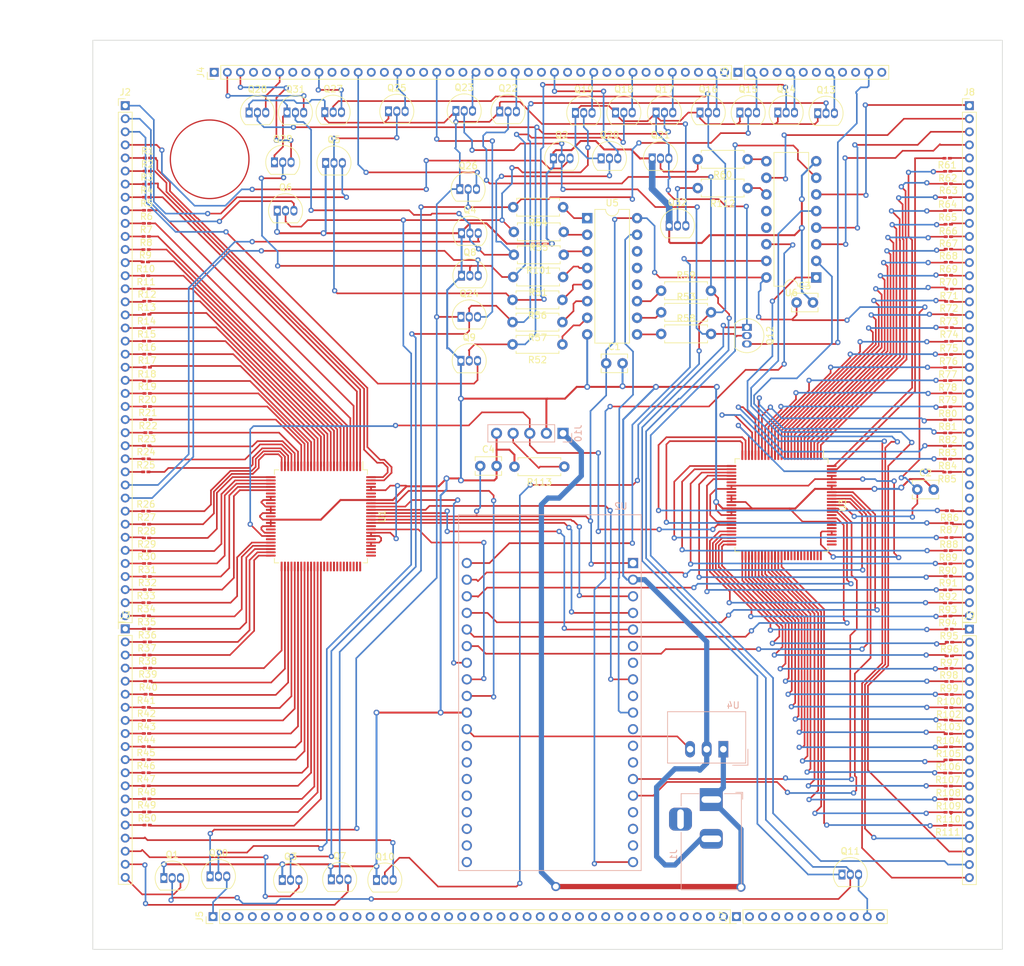
<source format=kicad_pcb>
(kicad_pcb (version 20211014) (generator pcbnew)
  (layers (0 "F.Cu" signal) (31 "B.Cu" signal) (34 "B.Paste" user) (35 "F.Paste" user) (36 "B.SilkS" user "B.Silkscreen") (37 "F.SilkS" user "F.Silkscreen") (38 "B.Mask" user) (39 "F.Mask" user) (44 "Edge.Cuts" user))
  (net 0 "")
  (net 1 "Net-(R9-Pad2)")
  (net 2 "Net-(R21-Pad2)")
  (net 3 "Net-(R26-Pad2)")
  (net 29 "Net-(R69-Pad2)")
  (net 30 "Net-(R81-Pad2)")
  (net 31 "Net-(R86-Pad2)")
  (net 56 "Net-(R4-Pad2)")
  (net 57 "Net-(R64-Pad2)")
  (net 145 "+3V3")
  (net 146 "GND")
  (net 147 "Net-(J1-Pad1)")
  (net 148 "Net-(J2-Pad1)")
  (net 149 "Net-(J2-Pad2)")
  (net 150 "Net-(J2-Pad3)")
  (net 151 "Net-(J2-Pad4)")
  (net 152 "Net-(J2-Pad5)")
  (net 153 "Net-(J2-Pad6)")
  (net 154 "Net-(J2-Pad7)")
  (net 155 "Net-(J2-Pad8)")
  (net 156 "Net-(J2-Pad9)")
  (net 157 "Net-(J2-Pad10)")
  (net 158 "Net-(J2-Pad11)")
  (net 159 "Net-(J2-Pad12)")
  (net 160 "Net-(J2-Pad13)")
  (net 161 "Net-(J2-Pad14)")
  (net 162 "Net-(J2-Pad15)")
  (net 163 "Net-(J2-Pad16)")
  (net 164 "Net-(J2-Pad17)")
  (net 165 "Net-(J2-Pad18)")
  (net 166 "Net-(J2-Pad19)")
  (net 167 "Net-(J2-Pad20)")
  (net 168 "Net-(J2-Pad21)")
  (net 169 "Net-(J2-Pad22)")
  (net 170 "Net-(J2-Pad23)")
  (net 171 "Net-(J2-Pad24)")
  (net 172 "Net-(J2-Pad25)")
  (net 173 "Net-(J2-Pad26)")
  (net 174 "Net-(J2-Pad27)")
  (net 175 "Net-(J2-Pad28)")
  (net 176 "Net-(J2-Pad29)")
  (net 177 "Net-(J2-Pad30)")
  (net 178 "Net-(J2-Pad31)")
  (net 179 "Net-(J2-Pad32)")
  (net 180 "Net-(J2-Pad33)")
  (net 181 "Net-(J2-Pad34)")
  (net 182 "Net-(J2-Pad35)")
  (net 183 "Net-(J2-Pad36)")
  (net 184 "Net-(J2-Pad37)")
  (net 185 "Net-(J2-Pad38)")
  (net 186 "Net-(J2-Pad39)")
  (net 187 "Net-(J2-Pad40)")
  (net 188 "Net-(J3-Pad1)")
  (net 189 "Net-(J3-Pad2)")
  (net 190 "Net-(J3-Pad3)")
  (net 191 "Net-(J3-Pad4)")
  (net 192 "Net-(J3-Pad5)")
  (net 193 "Net-(J3-Pad6)")
  (net 194 "Net-(J3-Pad7)")
  (net 195 "Net-(J3-Pad8)")
  (net 196 "Net-(J3-Pad9)")
  (net 197 "Net-(J3-Pad10)")
  (net 198 "Net-(J3-Pad11)")
  (net 199 "Net-(J3-Pad12)")
  (net 200 "Net-(J3-Pad13)")
  (net 201 "Net-(J3-Pad14)")
  (net 202 "Net-(J3-Pad15)")
  (net 203 "Net-(J3-Pad16)")
  (net 204 "Net-(J3-Pad17)")
  (net 205 "Net-(J3-Pad18)")
  (net 206 "Net-(J3-Pad19)")
  (net 207 "Net-(J3-Pad20)")
  (net 208 "Net-(J4-Pad2)")
  (net 209 "Net-(J4-Pad3)")
  (net 210 "Net-(J4-Pad6)")
  (net 211 "Net-(J4-Pad9)")
  (net 212 "Net-(J4-Pad12)")
  (net 213 "Net-(J4-Pad15)")
  (net 214 "Net-(J4-Pad18)")
  (net 215 "Net-(J4-Pad21)")
  (net 216 "Net-(J4-Pad24)")
  (net 217 "Net-(J4-Pad27)")
  (net 218 "Net-(J4-Pad30)")
  (net 219 "Net-(J4-Pad33)")
  (net 220 "Net-(J4-Pad36)")
  (net 221 "Net-(J4-Pad39)")
  (net 222 "Net-(J5-Pad1)")
  (net 223 "Net-(J6-Pad2)")
  (net 224 "Net-(J6-Pad5)")
  (net 225 "Net-(J6-Pad8)")
  (net 226 "Net-(J6-Pad11)")
  (net 227 "Net-(J7-Pad11)")
  (net 228 "Net-(J8-Pad1)")
  (net 229 "Net-(J8-Pad2)")
  (net 230 "Net-(J8-Pad3)")
  (net 231 "Net-(J8-Pad4)")
  (net 232 "Net-(J8-Pad5)")
  (net 233 "Net-(J8-Pad6)")
  (net 234 "Net-(J8-Pad7)")
  (net 235 "Net-(J8-Pad8)")
  (net 236 "Net-(J8-Pad9)")
  (net 237 "Net-(J8-Pad10)")
  (net 238 "Net-(J8-Pad11)")
  (net 239 "Net-(J8-Pad12)")
  (net 240 "Net-(J8-Pad13)")
  (net 241 "Net-(J8-Pad14)")
  (net 242 "Net-(J8-Pad15)")
  (net 243 "Net-(J8-Pad16)")
  (net 244 "Net-(J8-Pad17)")
  (net 245 "Net-(J8-Pad18)")
  (net 246 "Net-(J8-Pad19)")
  (net 247 "Net-(J8-Pad20)")
  (net 248 "Net-(J8-Pad21)")
  (net 249 "Net-(J8-Pad22)")
  (net 250 "Net-(J8-Pad23)")
  (net 251 "Net-(J8-Pad24)")
  (net 252 "Net-(J8-Pad25)")
  (net 253 "Net-(J8-Pad26)")
  (net 254 "Net-(J8-Pad27)")
  (net 255 "Net-(J8-Pad28)")
  (net 256 "Net-(J8-Pad29)")
  (net 257 "Net-(J8-Pad32)")
  (net 258 "Net-(J8-Pad33)")
  (net 259 "Net-(J8-Pad34)")
  (net 260 "Net-(J8-Pad35)")
  (net 261 "Net-(J8-Pad36)")
  (net 262 "Net-(J8-Pad37)")
  (net 263 "Net-(J8-Pad38)")
  (net 264 "Net-(J8-Pad39)")
  (net 265 "Net-(J8-Pad40)")
  (net 266 "Net-(J9-Pad1)")
  (net 267 "Net-(J9-Pad2)")
  (net 268 "Net-(J9-Pad3)")
  (net 269 "Net-(J9-Pad4)")
  (net 270 "Net-(J9-Pad5)")
  (net 271 "Net-(J9-Pad6)")
  (net 272 "Net-(J9-Pad7)")
  (net 273 "Net-(J9-Pad8)")
  (net 274 "Net-(J9-Pad9)")
  (net 275 "Net-(J9-Pad10)")
  (net 276 "Net-(J9-Pad11)")
  (net 277 "Net-(J9-Pad12)")
  (net 278 "Net-(J9-Pad13)")
  (net 279 "Net-(J9-Pad14)")
  (net 280 "Net-(J9-Pad15)")
  (net 281 "Net-(J9-Pad16)")
  (net 282 "Net-(J9-Pad17)")
  (net 283 "Net-(J9-Pad18)")
  (net 284 "Net-(J9-Pad19)")
  (net 285 "Net-(J9-Pad20)")
  (net 286 "Net-(J10-Pad3)")
  (net 287 "Net-(Q1-Pad2)")
  (net 288 "Net-(Q12-Pad2)")
  (net 289 "Net-(Q13-Pad2)")
  (net 290 "Net-(Q20-Pad2)")
  (net 291 "Net-(Q14-Pad2)")
  (net 292 "Net-(Q19-Pad2)")
  (net 293 "Net-(Q15-Pad2)")
  (net 294 "Net-(Q18-Pad2)")
  (net 295 "Net-(Q17-Pad2)")
  (net 296 "Net-(Q10-Pad2)")
  (net 297 "Net-(Q11-Pad1)")
  (net 298 "Net-(Q21-Pad2)")
  (net 299 "Net-(Q22-Pad1)")
  (net 300 "Net-(Q32-Pad2)")
  (net 301 "Net-(R1-Pad2)")
  (net 302 "Net-(R2-Pad2)")
  (net 303 "Net-(R3-Pad2)")
  (net 304 "Net-(R5-Pad2)")
  (net 305 "Net-(R6-Pad2)")
  (net 306 "Net-(R7-Pad2)")
  (net 307 "Net-(R8-Pad2)")
  (net 308 "Net-(R10-Pad2)")
  (net 309 "Net-(R11-Pad2)")
  (net 310 "Net-(R12-Pad2)")
  (net 311 "Net-(R13-Pad2)")
  (net 312 "Net-(R14-Pad2)")
  (net 313 "Net-(R15-Pad2)")
  (net 314 "Net-(R16-Pad2)")
  (net 315 "Net-(R17-Pad2)")
  (net 316 "Net-(R18-Pad2)")
  (net 317 "Net-(R19-Pad2)")
  (net 318 "Net-(R20-Pad2)")
  (net 319 "Net-(R22-Pad2)")
  (net 320 "Net-(R23-Pad2)")
  (net 321 "Net-(R24-Pad2)")
  (net 322 "Net-(R25-Pad2)")
  (net 323 "Net-(R27-Pad2)")
  (net 324 "Net-(R28-Pad2)")
  (net 325 "Net-(R29-Pad2)")
  (net 326 "Net-(R30-Pad2)")
  (net 327 "Net-(R31-Pad2)")
  (net 328 "Net-(R32-Pad2)")
  (net 329 "Net-(R33-Pad2)")
  (net 330 "Net-(R34-Pad2)")
  (net 331 "Net-(R35-Pad2)")
  (net 332 "Net-(R36-Pad2)")
  (net 333 "Net-(R37-Pad2)")
  (net 334 "Net-(R38-Pad2)")
  (net 335 "Net-(R39-Pad2)")
  (net 336 "Net-(R40-Pad2)")
  (net 337 "Net-(R41-Pad2)")
  (net 338 "Net-(R42-Pad2)")
  (net 339 "Net-(R43-Pad2)")
  (net 340 "Net-(R44-Pad2)")
  (net 341 "Net-(R45-Pad2)")
  (net 342 "Net-(R46-Pad2)")
  (net 343 "Net-(R47-Pad2)")
  (net 344 "Net-(R48-Pad2)")
  (net 345 "Net-(R49-Pad2)")
  (net 346 "Net-(R50-Pad2)")
  (net 347 "Net-(R51-Pad1)")
  (net 348 "Net-(R52-Pad1)")
  (net 349 "Net-(R53-Pad1)")
  (net 350 "Net-(R54-Pad1)")
  (net 351 "Net-(R55-Pad1)")
  (net 352 "Net-(R56-Pad1)")
  (net 353 "Net-(R57-Pad1)")
  (net 354 "Net-(R58-Pad1)")
  (net 355 "Net-(R59-Pad1)")
  (net 356 "Net-(R60-Pad1)")
  (net 357 "Net-(R61-Pad2)")
  (net 358 "Net-(U2-Pad24)")
  (net 359 "Net-(R63-Pad2)")
  (net 360 "Net-(R65-Pad2)")
  (net 361 "Net-(R66-Pad2)")
  (net 362 "Net-(R67-Pad2)")
  (net 363 "Net-(R68-Pad2)")
  (net 364 "Net-(R70-Pad2)")
  (net 365 "Net-(R71-Pad2)")
  (net 366 "Net-(R72-Pad2)")
  (net 367 "Net-(R73-Pad2)")
  (net 368 "Net-(R74-Pad2)")
  (net 369 "Net-(R75-Pad2)")
  (net 370 "Net-(R76-Pad2)")
  (net 371 "Net-(R77-Pad2)")
  (net 372 "Net-(R78-Pad2)")
  (net 373 "Net-(R79-Pad2)")
  (net 374 "Net-(R80-Pad2)")
  (net 375 "Net-(R82-Pad2)")
  (net 376 "Net-(R83-Pad2)")
  (net 377 "Net-(R84-Pad2)")
  (net 378 "Net-(R85-Pad2)")
  (net 379 "Net-(R87-Pad2)")
  (net 380 "Net-(R88-Pad2)")
  (net 381 "Net-(R89-Pad2)")
  (net 382 "Net-(R90-Pad2)")
  (net 383 "Net-(R91-Pad2)")
  (net 384 "Net-(R92-Pad2)")
  (net 385 "Net-(R93-Pad2)")
  (net 386 "Net-(R94-Pad2)")
  (net 387 "Net-(R95-Pad2)")
  (net 388 "Net-(R96-Pad2)")
  (net 389 "Net-(R97-Pad2)")
  (net 390 "Net-(R98-Pad2)")
  (net 391 "Net-(R99-Pad2)")
  (net 392 "Net-(R100-Pad2)")
  (net 393 "Net-(R101-Pad1)")
  (net 394 "Net-(R102-Pad2)")
  (net 395 "Net-(R103-Pad2)")
  (net 396 "Net-(R104-Pad2)")
  (net 397 "Net-(R105-Pad2)")
  (net 398 "Net-(R106-Pad2)")
  (net 399 "Net-(R107-Pad2)")
  (net 400 "Net-(R108-Pad2)")
  (net 401 "Net-(R109-Pad2)")
  (net 402 "Net-(R110-Pad2)")
  (net 403 "Net-(R111-Pad2)")
  (net 404 "Net-(R62-Pad2)")
  (net 405 "Net-(R112-Pad1)")
  (net 406 "Net-(U1-Pad84)")
  (net 407 "Net-(U1-Pad86)")
  (net 408 "Net-(U1-Pad87)")
  (net 409 "Net-(U1-Pad89)")
  (net 410 "Net-(U1-Pad90)")
  (net 411 "Net-(U1-Pad91)")
  (net 412 "Net-(U2-Pad22)")
  (net 413 "Net-(U2-Pad14)")
  (net 414 "Net-(U2-Pad21)")
  (net 415 "Net-(U2-Pad25)")
  (net 416 "Net-(U2-Pad15)")
  (net 417 "Net-(U2-Pad23)")
  (net 418 "+5V")
  (net 433 "Net-(U1-Pad92)")
  (net 434 "Net-(U2-Pad10)")
  (net 435 "Net-(U2-Pad19)")
  (net 436 "Net-(U2-Pad20)")
  (net 437 "Net-(J10-Pad4)")
  (footprint "Resistor_SMD:R_0201_0603Metric_Pad0.64x0.40mm_HandSolder" (layer "F.Cu") (at 94.6725 115.2)
    (fp_text reference "R36")
    (fp_text value "R")
  )
  (footprint "Resistor_SMD:R_0201_0603Metric_Pad0.64x0.40mm_HandSolder" (layer "F.Cu") (at 217 107.24 180)
    (fp_text reference "R92")
    (fp_text value "R")
  )
  (footprint "Resistor_THT:R_Axial_DIN0207_L6.3mm_D2.5mm_P7.62mm_Horizontal" (layer "F.Cu") (at 158.31 52.5 180)
    (fp_text reference "R55")
    (fp_text value "R")
  )
  (footprint "Package_TO_SOT_THT:TO-92_Inline" (layer "F.Cu") (at 142.7 52.7)
    (fp_text reference "Q4")
    (fp_text value "MPSA42")
  )
  (footprint "Connector_PinHeader_2.00mm:PinHeader_1x12_P2.00mm_Vertical" (layer "F.Cu") (at 184.7 157.2 90)
    (fp_text reference "J7")
    (fp_text value "CATHODE ODD 1-39")
  )
  (footprint "Resistor_THT:R_Axial_DIN0207_L6.3mm_D2.5mm_P7.62mm_Horizontal" (layer "F.Cu") (at 158.11 62.9 180)
    (fp_text reference "R56")
    (fp_text value "R")
  )
  (footprint "Connector_PinHeader_2.00mm:PinHeader_1x12_P2.00mm_Vertical" (layer "F.Cu") (at 184.92 28.1 90)
    (fp_text reference "J6")
    (fp_text value "CATHODE EVEN 2-40")
  )
  (footprint "Resistor_SMD:R_0201_0603Metric_Pad0.64x0.40mm_HandSolder" (layer "F.Cu") (at 216.9675 47.24 180)
    (fp_text reference "R64")
    (fp_text value "R")
  )
  (footprint "Resistor_SMD:R_0201_0603Metric_Pad0.64x0.40mm_HandSolder" (layer "F.Cu") (at 217.1 55.14 180)
    (fp_text reference "R68")
    (fp_text value "R")
  )
  (footprint "Capacitor_THT:C_Disc_D3.8mm_W2.6mm_P2.50mm" (layer "F.Cu") (at 193.9 63.3)
    (fp_text reference "C3")
    (fp_text value "C_Small")
  )
  (footprint "Resistor_SMD:R_0201_0603Metric_Pad0.64x0.40mm_HandSolder" (layer "F.Cu") (at 94.54 127.2)
    (fp_text reference "R42")
    (fp_text value "R")
  )
  (footprint "Capacitor_THT:C_Disc_D3.8mm_W2.6mm_P2.50mm" (layer "F.Cu") (at 164.8 72.6)
    (fp_text reference "C1")
    (fp_text value "C_Small")
  )
  (footprint "Resistor_SMD:R_0201_0603Metric_Pad0.64x0.40mm_HandSolder" (layer "F.Cu") (at 217.2 97.04 180)
    (fp_text reference "R87")
    (fp_text value "R")
  )
  (footprint "Connector_PinHeader_2.00mm:PinHeader_1x40_P2.00mm_Vertical" (layer "F.Cu") (at 104.72 157.2 90)
    (fp_text reference "J5")
    (fp_text value "CATHODE ODD 41-99")
  )
  (footprint "Connector_PinHeader_2.00mm:PinHeader_1x20_P2.00mm_Vertical" (layer "F.Cu") (at 220.3 113.24)
    (fp_text reference "J9")
    (fp_text value "ANODE - ODD 61-99")
  )
  (footprint "Capacitor_THT:C_Disc_D3.8mm_W2.6mm_P2.50mm" (layer "F.Cu") (at 145.55 88.3)
    (fp_text reference "C4")
    (fp_text value "C_Small")
  )
  (footprint "Resistor_SMD:R_0201_0603Metric_Pad0.64x0.40mm_HandSolder" (layer "F.Cu") (at 94.58 65.1)
    (fp_text reference "R13")
    (fp_text value "R")
  )
  (footprint "Resistor_SMD:R_0201_0603Metric_Pad0.64x0.40mm_HandSolder" (layer "F.Cu") (at 94.6475 143.2)
    (fp_text reference "R50")
    (fp_text value "R")
  )
  (footprint "Resistor_SMD:R_0201_0603Metric_Pad0.64x0.40mm_HandSolder" (layer "F.Cu") (at 94.5125 125.2)
    (fp_text reference "R41")
    (fp_text value "R")
  )
  (footprint "Package_TO_SOT_THT:TO-92_Inline" (layer "F.Cu") (at 121.8 34.2)
    (fp_text reference "Q27")
    (fp_text value "MPSA42")
  )
  (footprint "Package_TO_SOT_THT:TO-92_Inline" (layer "F.Cu") (at 174.43 51.56)
    (fp_text reference "Q32")
    (fp_text value "MPSA42")
  )
  (footprint "Resistor_SMD:R_0201_0603Metric_Pad0.64x0.40mm_HandSolder" (layer "F.Cu") (at 217.2 113.24 180)
    (fp_text reference "R95")
    (fp_text value "R")
  )
  (footprint "Resistor_SMD:R_0201_0603Metric_Pad0.64x0.40mm_HandSolder" (layer "F.Cu") (at 94.5475 129.2)
    (fp_text reference "R43")
    (fp_text value "R")
  )
  (footprint "Resistor_SMD:R_0201_0603Metric_Pad0.64x0.40mm_HandSolder" (layer "F.Cu") (at 94.58 101.3)
    (fp_text reference "R29")
    (fp_text value "R")
  )
  (footprint "Connector_PinHeader_2.00mm:PinHeader_1x20_P2.00mm_Vertical" (layer "F.Cu") (at 91.3 113.2)
    (fp_text reference "J3")
    (fp_text value "ANODE - EVEN-62-100")
  )
  (footprint "Resistor_SMD:R_0201_0603Metric_Pad0.64x0.40mm_HandSolder" (layer "F.Cu") (at 94.5725 47.2)
    (fp_text reference "R4")
    (fp_text value "R")
  )
  (footprint "Resistor_SMD:R_0201_0603Metric_Pad0.64x0.40mm_HandSolder" (layer "F.Cu") (at 217.2675 95.14 180)
    (fp_text reference "R86")
    (fp_text value "R")
  )
  (footprint "Package_TO_SOT_THT:TO-92_Inline" (layer "F.Cu") (at 142.6 72.2)
    (fp_text reference "Q9")
    (fp_text value "MPSA42")
  )
  (footprint "Resistor_SMD:R_0201_0603Metric_Pad0.64x0.40mm_HandSolder" (layer "F.Cu") (at 217.2 67.14 180)
    (fp_text reference "R74")
    (fp_text value "R")
  )
  (footprint "Resistor_SMD:R_0201_0603Metric_Pad0.64x0.40mm_HandSolder" (layer "F.Cu") (at 94.6475 73.2)
    (fp_text reference "R17")
    (fp_text value "R")
  )
  (footprint "Resistor_SMD:R_0201_0603Metric_Pad0.64x0.40mm_HandSolder" (layer "F.Cu") (at 94.48 137.2)
    (fp_text reference "R47")
    (fp_text value "R")
  )
  (footprint "Package_TO_SOT_THT:TO-92_Inline" (layer "F.Cu") (at 129.7 151.6)
    (fp_text reference "Q10")
    (fp_text value "MPSA42")
  )
  (footprint "Resistor_SMD:R_0201_0603Metric_Pad0.64x0.40mm_HandSolder" (layer "F.Cu") (at 94.68 79.2)
    (fp_text reference "R20")
    (fp_text value "R")
  )
  (footprint "Package_TO_SOT_THT:TO-92_Inline" (layer "F.Cu") (at 186.3 67.1 -90)
    (fp_text reference "Q12")
    (fp_text value "MPSA42")
  )
  (footprint "Resistor_SMD:R_0201_0603Metric_Pad0.64x0.40mm_HandSolder" (layer "F.Cu") (at 217.0675 101.24 180)
    (fp_text reference "R89")
    (fp_text value "R")
  )
  (footprint "Resistor_SMD:R_0201_0603Metric_Pad0.64x0.40mm_HandSolder" (layer "F.Cu") (at 217.1075 71.24 180)
    (fp_text reference "R76")
    (fp_text value "R")
  )
  (footprint "Resistor_SMD:R_0201_0603Metric_Pad0.64x0.40mm_HandSolder" (layer "F.Cu") (at 217.1675 69.24 180)
    (fp_text reference "R75")
    (fp_text value "R")
  )
  (footprint "Resistor_THT:R_Axial_DIN0207_L6.3mm_D2.5mm_P7.62mm_Horizontal" (layer "F.Cu") (at 158.11 66.3 180)
    (fp_text reference "R57")
    (fp_text value "R")
  )
  (footprint "Resistor_THT:R_Axial_DIN0207_L6.3mm_D2.5mm_P7.62mm_Horizontal" (layer "F.Cu") (at 173.2 68.1)
    (fp_text reference "R58")
    (fp_text value "R")
  )
  (footprint "Resistor_SMD:R_0201_0603Metric_Pad0.64x0.40mm_HandSolder" (layer "F.Cu") (at 217.235 117.34 180)
    (fp_text reference "R97")
    (fp_text value "R")
  )
  (footprint "Package_TO_SOT_THT:TO-92_Inline" (layer "F.Cu") (at 148.53 34.1)
    (fp_text reference "Q22")
    (fp_text value "MPSA42")
  )
  (footprint "Resistor_SMD:R_0201_0603Metric_Pad0.64x0.40mm_HandSolder" (layer "F.Cu") (at 94.5475 51.2)
    (fp_text reference "R6")
    (fp_text value "R")
  )
  (footprint "Package_TO_SOT_THT:TO-92_Inline" (layer "F.Cu") (at 110.23 34.26)
    (fp_text reference "Q28")
    (fp_text value "MPSA42")
  )
  (footprint "Package_TO_SOT_THT:TO-92_Inline" (layer "F.Cu") (at 104.27 151.04)
    (fp_text reference "Q30")
    (fp_text value "MPSA42")
  )
  (footprint "Resistor_SMD:R_0201_0603Metric_Pad0.64x0.40mm_HandSolder" (layer "F.Cu") (at 94.4125 59.2)
    (fp_text reference "R10")
    (fp_text value "R")
  )
  (footprint "Package_TO_SOT_THT:TO-92_Inline" (layer "F.Cu") (at 179.13 34.26)
    (fp_text reference "Q16")
    (fp_text value "MPSA42")
  )
  (footprint "Resistor_SMD:R_0201_0603Metric_Pad0.64x0.40mm_HandSolder" (layer "F.Cu") (at 217.0675 133.24 180)
    (fp_text reference "R106")
    (fp_text value "R")
  )
  (footprint "Resistor_THT:R_Axial_DIN0207_L6.3mm_D2.5mm_P7.62mm_Horizontal" (layer "F.Cu") (at 158.21 48.725 180)
    (fp_text reference "R54")
    (fp_text value "R")
  )
  (footprint "Resistor_SMD:R_0201_0603Metric_Pad0.64x0.40mm_HandSolder" (layer "F.Cu") (at 94.68 107.2)
    (fp_text reference "R32")
    (fp_text value "R")
  )
  (footprint "Resistor_SMD:R_0201_0603Metric_Pad0.64x0.40mm_HandSolder" (layer "F.Cu") (at 217.0925 53.24 180)
    (fp_text reference "R67")
    (fp_text value "R")
  )
  (footprint "Resistor_SMD:R_0201_0603Metric_Pad0.64x0.40mm_HandSolder" (layer "F.Cu") (at 217 111.24 180)
    (fp_text reference "R94")
    (fp_text value "R")
  )
  (footprint "Package_TO_SOT_THT:TO-92_Inline" (layer "F.Cu") (at 114.1 41.86)
    (fp_text reference "Q29")
    (fp_text value "MPSA42")
  )
  (footprint "Package_TO_SOT_THT:TO-92_Inline" (layer "F.Cu") (at 142.43 45.96)
    (fp_text reference "Q26")
    (fp_text value "MPSA42")
  )
  (footprint "Resistor_SMD:R_0201_0603Metric_Pad0.64x0.40mm_HandSolder" (layer "F.Cu") (at 217.1 127.14 180)
    (fp_text reference "R103")
    (fp_text value "R")
  )
  (footprint "Resistor_SMD:R_0201_0603Metric_Pad0.64x0.40mm_HandSolder" (layer "F.Cu") (at 216.9675 85.24 180)
    (fp_text reference "R83")
    (fp_text value "R")
  )
  (footprint "Resistor_THT:R_Axial_DIN0207_L6.3mm_D2.5mm_P7.62mm_Horizontal" (layer "F.Cu") (at 158.31 56 180)
    (fp_text reference "R101")
    (fp_text value "R")
  )
  (footprint "Package_TO_SOT_THT:TO-92_Inline" (layer "F.Cu") (at 160.1 34.3)
    (fp_text reference "Q19")
    (fp_text value "MPSA42")
  )
  (footprint "Connector_PinHeader_2.00mm:PinHeader_1x40_P2.00mm_Vertical" (layer "F.Cu") (at 220.3 33.2)
    (fp_text reference "J8")
    (fp_text value "ANODE - ODD 1-59")
  )
  (footprint "Resistor_SMD:R_0201_0603Metric_Pad0.64x0.40mm_HandSolder" (layer "F.Cu") (at 217.1675 65.14 180)
    (fp_text reference "R73")
    (fp_text value "R")
  )
  (footprint "Resistor_SMD:R_0201_0603Metric_Pad0.64x0.40mm_HandSolder" (layer "F.Cu") (at 94.7475 121.2)
    (fp_text reference "R39")
    (fp_text value "R")
  )
  (footprint "Package_DIP:DIP-16_W7.62mm" (layer "F.Cu") (at 161.9 50.4)
    (fp_text reference "U5")
    (fp_text value "CD4017BE")
  )
  (footprint "Resistor_SMD:R_0201_0603Metric_Pad0.64x0.40mm_HandSolder" (layer "F.Cu") (at 216.9 89.24 180)
    (fp_text reference "R85")
    (fp_text value "R")
  )
  (footprint "Resistor_SMD:R_0201_0603Metric_Pad0.64x0.40mm_HandSolder" (layer "F.Cu") (at 217.2 61.24 180)
    (fp_text reference "R71")
    (fp_text value "R")
  )
  (footprint "Resistor_SMD:R_0201_0603Metric_Pad0.64x0.40mm_HandSolder" (layer "F.Cu") (at 94.5475 67.2)
    (fp_text reference "R14")
    (fp_text value "R")
  )
  (footprint "Resistor_SMD:R_0201_0603Metric_Pad0.64x0.40mm_HandSolder" (layer "F.Cu") (at 94.48 135.2)
    (fp_text reference "R46")
    (fp_text value "R")
  )
  (footprint "Resistor_THT:R_Axial_DIN0207_L6.3mm_D2.5mm_P7.62mm_Horizontal" (layer "F.Cu") (at 158.4 88.4 180)
    (fp_text reference "R113")
    (fp_text value "R")
  )
  (footprint "Resistor_SMD:R_0201_0603Metric_Pad0.64x0.40mm_HandSolder" (layer "F.Cu") (at 94.4475 95.2)
    (fp_text reference "R26")
    (fp_text value "R")
  )
  (footprint "Package_TO_SOT_THT:TO-92_Inline" (layer "F.Cu") (at 200.83 150.76)
    (fp_text reference "Q11")
    (fp_text value "MPSA42")
  )
  (footprint "Resistor_SMD:R_0201_0603Metric_Pad0.64x0.40mm_HandSolder" (layer "F.Cu") (at 216.9925 81.24 180)
    (fp_text reference "R81")
    (fp_text value "R")
  )
  (footprint "Resistor_SMD:R_0201_0603Metric_Pad0.64x0.40mm_HandSolder" (layer "F.Cu") (at 217.0675 51.34 180)
    (fp_text reference "R66")
    (fp_text value "R")
  )
  (footprint "Resistor_SMD:R_0201_0603Metric_Pad0.64x0.40mm_HandSolder" (layer "F.Cu") (at 94.4875 109.2)
    (fp_text reference "R33")
    (fp_text value "R")
  )
  (footprint "Resistor_SMD:R_0201_0603Metric_Pad0.64x0.40mm_HandSolder" (layer "F.Cu") (at 217 77.14 180)
    (fp_text reference "R79")
    (fp_text value "R")
  )
  (footprint "Resistor_SMD:R_0201_0603Metric_Pad0.64x0.40mm_HandSolder" (layer "F.Cu") (at 94.6 45.2)
    (fp_text reference "R3")
    (fp_text value "R")
  )
  (footprint "Resistor_SMD:R_0201_0603Metric_Pad0.64x0.40mm_HandSolder" (layer "F.Cu") (at 94.8125 123.2)
    (fp_text reference "R40")
    (fp_text value "R")
  )
  (footprint "Resistor_SMD:R_0201_0603Metric_Pad0.64x0.40mm_HandSolder" (layer "F.Cu") (at 94.58 85.2)
    (fp_text reference "R23")
    (fp_text value "R")
  )
  (footprint "Connector_PinHeader_2.00mm:PinHeader_1x40_P2.00mm_Vertical" (layer "F.Cu") (at 104.9 28.1 90)
    (fp_text reference "J4")
    (fp_text value "CATHODE - EVEN - 42-100")
  )
  (footprint "Package_TO_SOT_THT:TO-92_Inline" (layer "F.Cu") (at 142.7 59.2)
    (fp_text reference "Q8")
    (fp_text value "MPSA42")
  )
  (footprint "Package_TO_SOT_THT:TO-92_Inline" (layer "F.Cu") (at 116.03 34.26)
    (fp_text reference "Q31")
    (fp_text value "MPSA42")
  )
  (footprint "Resistor_SMD:R_0201_0603Metric_Pad0.64x0.40mm_HandSolder" (layer "F.Cu") (at 217 103.24 180)
    (fp_text reference "R90")
    (fp_text value "R")
  )
  (footprint "Package_TO_SOT_THT:TO-92_Inline" (layer "F.Cu") (at 131.53 34.06)
    (fp_text reference "Q25")
    (fp_text value "MPSA42")
  )
  (footprint "Package_QFP:TQFP-100_14x14mm_P0.5mm" (layer "F.Cu") (at 121.2 96 -90)
    (fp_text reference "U1")
    (fp_text value "SN755870")
  )
  (footprint "Package_DIP:DIP-16_W7.62mm" (layer "F.Cu") (at 196.9 59.475 180)
    (fp_text reference "U6")
    (fp_text value "CD4017BE")
  )
  (footprint "Package_TO_SOT_THT:TO-92_Inline" (layer "F.Cu") (at 166.23 34.26)
    (fp_text reference "Q18")
    (fp_text value "MPSA42")
  )
  (footprint "Resistor_THT:R_Axial_DIN0207_L6.3mm_D2.5mm_P7.62mm_Horizontal" (layer "F.Cu") (at 186.41 41.4 180)
    (fp_text reference "R60")
    (fp_text value "R")
  )
  (footprint "Package_TO_SOT_THT:TO-92_Inline" (layer "F.Cu") (at 122.8 151.5)
    (fp_text reference "Q7")
    (fp_text value "MPSA42")
  )
  (footprint "Resistor_SMD:R_0201_0603Metric_Pad0.64x0.40mm_HandSolder" (layer "F.Cu") (at 94.5475 97.2)
    (fp_text reference "R27")
    (fp_text value "R")
  )
  (footprint "Resistor_SMD:R_0201_0603Metric_Pad0.64x0.40mm_HandSolder" (layer "F.Cu") (at 217.1 139.24 180)
    (fp_text reference "R109")
    (fp_text value "R")
  )
  (footprint "Resistor_THT:R_Axial_DIN0207_L6.3mm_D2.5mm_P7.62mm_Horizontal" (layer "F.Cu") (at 158.11 69.7 180)
    (fp_text reference "R52")
    (fp_text value "R")
  )
  (footprint "Resistor_SMD:R_0201_0603Metric_Pad0.64x0.40mm_HandSolder" (layer "F.Cu") (at 217.1675 63.14 180)
    (fp_text reference "R72")
    (fp_text value "R")
  )
  (footprint "Resistor_SMD:R_0201_0603Metric_Pad0.64x0.40mm_HandSolder" (layer "F.Cu") (at 94.48 87.2)
    (fp_text reference "R24")
    (fp_text value "R")
  )
  (footprint "Package_TO_SOT_THT:TO-92_Inline" (layer "F.Cu") (at 141.83 34)
    (fp_text reference "Q23")
    (fp_text value "MPSA42")
  )
  (footprint "Resistor_SMD:R_0201_0603Metric_Pad0.64x0.40mm_HandSolder" (layer "F.Cu") (at 217.0675 105.14 180)
    (fp_text reference "R91")
    (fp_text value "R")
  )
  (footprint "Resistor_SMD:R_0201_0603Metric_Pad0.64x0.40mm_HandSolder" (layer "F.Cu") (at 217.0075 135.24 180)
    (fp_text reference "R107")
    (fp_text value "R")
  )
  (footprint "Resistor_SMD:R_0201_0603Metric_Pad0.64x0.40mm_HandSolder" (layer "F.Cu") (at 217 79.24 180)
    (fp_text reference "R80")
    (fp_text value "R")
  )
  (footprint "Package_TO_SOT_THT:TO-92_Inline" (layer "F.Cu") (at 185.23 34.26)
    (fp_text reference "Q15")
    (fp_text value "MPSA42")
  )
  (footprint "Resistor_THT:R_Axial_DIN0207_L6.3mm_D2.5mm_P7.62mm_Horizontal" (layer "F.Cu") (at 186.41 45.8 180)
    (fp_text reference "R112")
    (fp_text value "R")
  )
  (footprint "Resistor_SMD:R_0201_0603Metric_Pad0.64x0.40mm_HandSolder" (layer "F.Cu") (at 94.58 139.2)
    (fp_text reference "R48")
    (fp_text value "R")
  )
  (footprint "Resistor_SMD:R_0201_0603Metric_Pad0.64x0.40mm_HandSolder" (layer "F.Cu") (at 94.5125 53.2)
    (fp_text reference "R7")
    (fp_text value "R")
  )
  (footprint "Package_TO_SOT_THT:TO-92_Inline" (layer "F.Cu") (at 171.83 41.26)
    (fp_text reference "Q21")
    (fp_text value "MPSA42")
  )
  (footprint "Resistor_SMD:R_0201_0603Metric_Pad0.64x0.40mm_HandSolder" (layer "F.Cu") (at 216.9675 87.24 180)
    (fp_text reference "R84")
    (fp_text value "R")
  )
  (footprint "Package_QFP:TQFP-100_14x14mm_P0.5mm" (layer "F.Cu") (at 191.6 94.3 -90)
    (fp_text reference "U3")
    (fp_text value "SN755870")
  )
  (footprint "Resistor_SMD:R_0201_0603Metric_Pad0.64x0.40mm_HandSolder" (layer "F.Cu") (at 94.5725 69.2)
    (fp_text reference "R15")
    (fp_text value "R")
  )
  (footprint "Resistor_SMD:R_0201_0603Metric_Pad0.64x0.40mm_HandSolder" (layer "F.Cu") (at 217.1 57.14 180)
    (fp_text reference "R69")
    (fp_text value "R")
  )
  (footprint "Resistor_SMD:R_0201_0603Metric_Pad0.64x0.40mm_HandSolder" (layer "F.Cu") (at 217 83.24 180)
    (fp_text reference "R82")
    (fp_text value "R")
  )
  (footprint "Resistor_SMD:R_0201_0603Metric_Pad0.64x0.40mm_HandSolder" (layer "F.Cu") (at 94.38 57.1)
    (fp_text reference "R9")
    (fp_text value "R")
  )
  (footprint "Resistor_SMD:R_0201_0603Metric_Pad0.64x0.40mm_HandSolder" (layer "F.Cu") (at 94.5875 103.2)
    (fp_text reference "R30")
    (fp_text value "R")
  )
  (footprint "Resistor_SMD:R_0201_0603Metric_Pad0.64x0.40mm_HandSolder" (layer "F.Cu") (at 94.6125 63.1)
    (fp_text reference "R12")
    (fp_text value "R")
  )
  (footprint "Resistor_SMD:R_0201_0603Metric_Pad0.64x0.40mm_HandSolder" (layer "F.Cu") (at 94.7075 41.2)
    (fp_text reference "R1")
    (fp_text value "R")
  )
  (footprint "Resistor_SMD:R_0201_0603Metric_Pad0.64x0.40mm_HandSolder" (layer "F.Cu") (at 217.1675 99.24 180)
    (fp_text reference "R88")
    (fp_text value "R")
  )
  (footprint "Resistor_SMD:R_0201_0603Metric_Pad0.64x0.40mm_HandSolder" (layer "F.Cu") (at 94.6475 77.2)
    (fp_text reference "R19")
    (fp_text value "R")
  )
  (footprint "Resistor_SMD:R_0201_0603Metric_Pad0.64x0.40mm_HandSolder" (layer "F.Cu") (at 217.2675 115.24 180)
    (fp_text reference "R96")
    (fp_text value "R")
  )
  (footprint "Resistor_SMD:R_0201_0603Metric_Pad0.64x0.40mm_HandSolder" (layer "F.Cu") (at 217.1 129.24 180)
    (fp_text reference "R104")
    (fp_text value "R")
  )
  (footprint "Resistor_SMD:R_0201_0603Metric_Pad0.64x0.40mm_HandSolder" (layer "F.Cu") (at 217 43.24 180)
    (fp_text reference "R62")
    (fp_text value "R")
  )
  (footprint "Resistor_THT:R_Axial_DIN0207_L6.3mm_D2.5mm_P7.62mm_Horizontal" (layer "F.Cu") (at 173.2 64.8)
    (fp_text reference "R53")
    (fp_text value "R")
  )
  (footprint "Resistor_SMD:R_0201_0603Metric_Pad0.64x0.40mm_HandSolder" (layer "F.Cu") (at 94.6125 71.2)
    (fp_text reference "R16")
    (fp_text value "R")
  )
  (footprint "Resistor_SMD:R_0201_0603Metric_Pad0.64x0.40mm_HandSolder" (layer "F.Cu") (at 94.68 43.2)
    (fp_text reference "R2")
    (fp_text value "R")
  )
  (footprint "Connector_PinHeader_2.00mm:PinHeader_1x40_P2.00mm_Vertical" (layer "F.Cu") (at 91.3 33.2)
    (fp_text reference "J2")
    (fp_text value "ANODE - EVEN 2-60")
  )
  (footprint "Resistor_SMD:R_0201_0603Metric_Pad0.64x0.40mm_HandSolder" (layer "F.Cu") (at 217.135 125.24 180)
    (fp_text reference "R102")
    (fp_text value "R")
  )
  (footprint "Resistor_SMD:R_0201_0603Metric_Pad0.64x0.40mm_HandSolder" (layer "F.Cu") (at 94.6125 117.2)
    (fp_text reference "R37")
    (fp_text value "R")
  )
  (footprint "Resistor_SMD:R_0201_0603Metric_Pad0.64x0.40mm_HandSolder" (layer "F.Cu") (at 217.1 131.24 180)
    (fp_text reference "R105")
    (fp_text value "R")
  )
  (footprint "Resistor_SMD:R_0201_0603Metric_Pad0.64x0.40mm_HandSolder" (layer "F.Cu") (at 217 73.24 180)
    (fp_text reference "R77")
    (fp_text value "R")
  )
  (footprint "Resistor_SMD:R_0201_0603Metric_Pad0.64x0.40mm_HandSolder" (layer "F.Cu") (at 94.5125 111.2)
    (fp_text reference "R34")
    (fp_text value "R")
  )
  (footprint "Package_TO_SOT_THT:TO-92_Inline" (layer "F.Cu") (at 142.6 65.5)
    (fp_text reference "Q24")
    (fp_text value "MPSA42")
  )
  (footprint "Resistor_SMD:R_0201_0603Metric_Pad0.64x0.40mm_HandSolder" (layer "F.Cu") (at 94.6475 105.2)
    (fp_text reference "R31")
    (fp_text value "R")
  )
  (footprint "Package_TO_SOT_THT:TO-92_Inline" (layer "F.Cu") (at 172.43 34.26)
    (fp_text reference "Q17")
    (fp_text value "MPSA42")
  )
  (footprint "Resistor_SMD:R_0201_0603Metric_Pad0.64x0.40mm_HandSolder" (layer "F.Cu") (at 217 49.24 180)
    (fp_text reference "R65")
    (fp_text value "R")
  )
  (footprint "Resistor_SMD:R_0201_0603Metric_Pad0.64x0.40mm_HandSolder" (layer "F.Cu") (at 217.1 59.14 180)
    (fp_text reference "R70")
    (fp_text value "R")
  )
  (footprint "Resistor_SMD:R_0201_0603Metric_Pad0.64x0.40mm_HandSolder" (layer "F.Cu") (at 94.78 83.2)
    (fp_text reference "R22")
    (fp_text value "R")
  )
  (footprint "Resistor_SMD:R_0201_0603Metric_Pad0.64x0.40mm_HandSolder" (layer "F.Cu") (at 94.4875 55.2)
    (fp_text reference "R8")
    (fp_text value "R")
  )
  (footprint "Resistor_THT:R_Axial_DIN0207_L6.3mm_D2.5mm_P7.62mm_Horizontal" (layer "F.Cu") (at 173.19 61.5)
    (fp_text reference "R59")
    (fp_text value "R")
  )
  (footprint "Resistor_SMD:R_0201_0603Metric_Pad0.64x0.40mm_HandSolder" (layer "F.Cu") (at 94.48 61.2)
    (fp_text reference "R11")
    (fp_text value "R")
  )
  (footprint "Resistor_SMD:R_0201_0603Metric_Pad0.64x0.40mm_HandSolder" (layer "F.Cu") (at 216.9925 109.24 180)
    (fp_text reference "R93")
    (fp_text value "R")
  )
  (footprint "Capacitor_THT:C_Disc_D3.8mm_W2.6mm_P2.50mm" (layer "F.Cu") (at 212.35 91.9)
    (fp_text reference "C2")
    (fp_text value "C_Small")
  )
  (footprint "Resistor_SMD:R_0201_0603Metric_Pad0.64x0.40mm_HandSolder" (layer "F.Cu") (at 94.5475 99.3)
    (fp_text reference "R28")
    (fp_text value "R")
  )
  (footprint "Resistor_SMD:R_0201_0603Metric_Pad0.64x0.40mm_HandSolder" (layer "F.Cu") (at 217.0675 141.24 180)
    (fp_text reference "R110")
    (fp_text value "R")
  )
  (footprint "Package_TO_SOT_THT:TO-92_Inline" (layer "F.Cu") (at 114.53 49.26)
    (fp_text reference "Q6")
    (fp_text value "MPSA42")
  )
  (footprint "Package_TO_SOT_THT:TO-92_Inline" (layer "F.Cu") (at 197.13 34.36)
    (fp_text reference "Q13")
    (fp_text value "MPSA42")
  )
  (footprint "Resistor_SMD:R_0201_0603Metric_Pad0.64x0.40mm_HandSolder" (layer "F.Cu") (at 94.5725 49.2)
    (fp_text reference "R5")
    (fp_text value "R")
  )
  (footprint "Resistor_SMD:R_0201_0603Metric_Pad0.64x0.40mm_HandSolder" (layer "F.Cu") (at 217.2 123.24 180)
    (fp_text reference "R100")
    (fp_text value "R")
  )
  (footprint "Resistor_SMD:R_0201_0603Metric_Pad0.64x0.40mm_HandSolder" (layer "F.Cu") (at 216.9925 75.24 180)
    (fp_text reference "R78")
    (fp_text value "R")
  )
  (footprint "Resistor_SMD:R_0201_0603Metric_Pad0.64x0.40mm_HandSolder" (layer "F.Cu") (at 94.7475 81.2)
    (fp_text reference "R21")
    (fp_text value "R")
  )
  (footprint "Resistor_SMD:R_0201_0603Metric_Pad0.64x0.40mm_HandSolder" (layer "F.Cu") (at 94.6125 75.3)
    (fp_text reference "R18")
    (fp_text value "R")
  )
  (footprint "Package_TO_SOT_THT:TO-92_Inline" (layer "F.Cu") (at 115.3 151.6)
    (fp_text reference "Q3")
    (fp_text value "MPSA42")
  )
  (footprint "Resistor_SMD:R_0201_0603Metric_Pad0.64x0.40mm_HandSolder" (layer "F.Cu") (at 216.9 41.24 180)
    (fp_text reference "R61")
    (fp_text value "R")
  )
  (footprint "Resistor_SMD:R_0201_0603Metric_Pad0.64x0.40mm_HandSolder" (layer "F.Cu") (at 94.58 141.2)
    (fp_text reference "R49")
    (fp_text value "R")
  )
  (footprint "Package_TO_SOT_THT:TO-92_Inline" (layer "F.Cu") (at 156.73 41.26)
    (fp_text reference "Q2")
    (fp_text value "MPSA42")
  )
  (footprint "Package_TO_SOT_THT:TO-92_Inline" (layer "F.Cu") (at 164.03 41.26)
    (fp_text reference "Q20")
    (fp_text value "MPSA42")
  )
  (footprint "Resistor_SMD:R_0201_0603Metric_Pad0.64x0.40mm_HandSolder" (layer "F.Cu") (at 217 143.24 180)
    (fp_text reference "R111")
    (fp_text value "R")
  )
  (footprint "Resistor_SMD:R_0201_0603Metric_Pad0.64x0.40mm_HandSolder" (layer "F.Cu") (at 94.4725 133.2)
    (fp_text reference "R45")
    (fp_text value "R")
  )
  (footprint "Resistor_SMD:R_0201_0603Metric_Pad0.64x0.40mm_HandSolder" (layer "F.Cu") (at 94.7125 119.2)
    (fp_text reference "R38")
    (fp_text value "R")
  )
  (footprint "Package_TO_SOT_THT:TO-92_Inline" (layer "F.Cu") (at 191.03 34.26)
    (fp_text reference "Q14")
    (fp_text value "MPSA42")
  )
  (footprint "Resistor_SMD:R_0201_0603Metric_Pad0.64x0.40mm_HandSolder" (layer "F.Cu") (at 217.2 121.24 180)
    (fp_text reference "R99")
    (fp_text value "R")
  )
  (footprint "Resistor_SMD:R_0201_0603Metric_Pad0.64x0.40mm_HandSolder" (layer "F.Cu") (at 217.075 137.24 180)
    (fp_text reference "R108")
    (fp_text value "R")
  )
  (footprint "Resistor_SMD:R_0201_0603Metric_Pad0.64x0.40mm_HandSolder" (layer "F.Cu") (at 94.4475 89.2)
    (fp_text reference "R25")
    (fp_text value "R")
  )
  (footprint "Resistor_SMD:R_0201_0603Metric_Pad0.64x0.40mm_HandSolder" (layer "F.Cu") (at 217.1675 119.24 180)
    (fp_text reference "R98")
    (fp_text value "R")
  )
  (footprint "Resistor_THT:R_Axial_DIN0207_L6.3mm_D2.5mm_P7.62mm_Horizontal" (layer "F.Cu") (at 158.21 59.4 180)
    (fp_text reference "R51")
    (fp_text value "R")
  )
  (footprint "Resistor_SMD:R_0201_0603Metric_Pad0.64x0.40mm_HandSolder" (layer "F.Cu") (at 94.58 113.2)
    (fp_text reference "R35")
    (fp_text value "R")
  )
  (footprint "Package_TO_SOT_THT:TO-92_Inline" (layer "F.Cu") (at 97.2 151.3)
    (fp_text reference "Q1")
    (fp_text value "MPSA42")
  )
  (footprint "Resistor_SMD:R_0201_0603Metric_Pad0.64x0.40mm_HandSolder" (layer "F.Cu") (at 94.5125 131.2)
    (fp_text reference "R44")
    (fp_text value "R")
  )
  (footprint "Package_TO_SOT_THT:TO-92_Inline" (layer "F.Cu") (at 121.93 41.96)
    (fp_text reference "Q5")
    (fp_text value "MPSA42")
  )
  (footprint "Resistor_SMD:R_0201_0603Metric_Pad0.64x0.40mm_HandSolder" (layer "F.Cu") (at 217.0925 45.14 180)
    (fp_text reference "R63")
    (fp_text value "R")
  )
  (footprint "Converter_DCDC:Converter_DCDC_TRACO_TSR-1_THT" (layer "B.Cu") (at 182.7 131.6 180)
    (fp_text reference "U4")
    (fp_text value "TSR_1-2450")
  )
  (footprint "Connector_PinHeader_2.54mm:PinHeader_1x05_P2.54mm_Vertical" (layer "B.Cu") (at 158.2 83.3 90)
    (fp_text reference "J10")
    (fp_text value "Conn_01x05_Male")
  )
  (footprint "Connector_BarrelJack:BarrelJack_Horizontal" (layer "B.Cu") (at 180.8575 139.3 90)
    (fp_text reference "J1")
    (fp_text value "Barrel_Jack_Switch")
  )
  (footprint "ESP32-DEVKITC-32D:MODULE_ESP32-DEVKITC-32D" (layer "B.Cu") (at 156.2 122.9 180)
    (fp_text reference "U2")
    (fp_text value "ESP32-DEVKIT-V1")
  )
  (gr_circle (center 104.2 41.4) (end 103.9 47.4) (layer "F.Cu") (width 0.2) (fill none))
  (gr_rect (start 86.34 23.2) (end 225.34 162.2) (layer "Edge.Cuts") (width 0.1) (fill none))
  (segment (start 98.7 57) (end 94.8875 57) (width 0.25) (layer "F.Cu") (net 1))
  (segment (start 124.2 88.3375) (end 124.2 82.5) (width 0.25) (layer "F.Cu") (net 1))
  (segment (start 124.2 82.5) (end 98.7 57) (width 0.25) (layer "F.Cu") (net 1))
  (segment (start 94.8875 57) (end 94.7875 57.1) (width 0.25) (layer "F.Cu") (net 1))
  (segment (start 114.3 81.2) (end 95.155 81.2) (width 0.25) (layer "F.Cu") (net 2))
  (segment (start 118.2 85.1) (end 114.3 81.2) (width 0.25) (layer "F.Cu") (net 2))
  (segment (start 118.2 88.3375) (end 118.2 85.1) (width 0.25) (layer "F.Cu") (net 2))
  (segment (start 104.4 92.028565) (end 104.4 94.2) (width 0.25) (layer "F.Cu") (net 3))
  (segment (start 103.4 95.2) (end 94.855 95.2) (width 0.25) (layer "F.Cu") (net 3))
  (segment (start 107.378085 89.05048) (end 104.4 92.028565) (width 0.25) (layer "F.Cu") (net 3))
  (segment (start 104.4 94.2) (end 103.4 95.2) (width 0.25) (layer "F.Cu") (net 3))
  (segment (start 112.413802 86.05048) (end 111.232141 87.232141) (width 0.25) (layer "F.Cu") (net 3))
  (segment (start 114.886197 86.05048) (end 112.413802 86.05048) (width 0.25) (layer "F.Cu") (net 3))
  (segment (start 111.232141 87.232141) (end 111.232141 88.432141) (width 0.25) (layer "F.Cu") (net 3))
  (segment (start 115.7 86.864283) (end 114.886197 86.05048) (width 0.25) (layer "F.Cu") (net 3))
  (segment (start 111.232141 88.432141) (end 110.613802 89.05048) (width 0.25) (layer "F.Cu") (net 3))
  (segment (start 110.613802 89.05048) (end 107.378085 89.05048) (width 0.25) (layer "F.Cu") (net 3))
  (segment (start 115.7 88.3375) (end 115.7 86.864283) (width 0.25) (layer "F.Cu") (net 3))
  (segment (start 214 57.2) (end 216.6325 57.2) (width 0.25) (layer "F.Cu") (net 29))
  (segment (start 207.80192 70.726644) (end 207.80192 57.80192) (width 0.25) (layer "F.Cu") (net 29))
  (segment (start 194.6 83.928565) (end 207.80192 70.726644) (width 0.25) (layer "F.Cu") (net 29))
  (segment (start 216.6325 57.2) (end 216.6925 57.14) (width 0.25) (layer "F.Cu") (net 29))
  (segment (start 207.80192 57.80192) (end 207.2 57.2) (width 0.25) (layer "F.Cu") (net 29))
  (segment (start 194.6 86.6375) (end 194.6 83.928565) (width 0.25) (layer "F.Cu") (net 29))
  (via (at 207.2 57.2) (size 0.8) (drill 0.4) (layers "F.Cu" "B.Cu") (net 29))
  (via (at 214 57.2) (size 0.8) (drill 0.4) (layers "F.Cu" "B.Cu") (net 29))
  (segment (start 207.2 57.2) (end 214 57.2) (width 0.25) (layer "B.Cu") (net 29))
  (segment (start 188.6 80.6) (end 188.6 86.6375) (width 0.25) (layer "F.Cu") (net 30))
  (segment (start 213.56 81.24) (end 213.4 81.4) (width 0.25) (layer "F.Cu") (net 30))
  (segment (start 216.585 81.24) (end 213.56 81.24) (width 0.25) (layer "F.Cu") (net 30))
  (segment (start 189.9 79.3) (end 188.6 80.6) (width 0.25) (layer "F.Cu") (net 30))
  (via (at 189.9 79.3) (size 0.8) (drill 0.4) (layers "F.Cu" "B.Cu") (net 30))
  (via (at 213.4 81.4) (size 0.8) (drill 0.4) (layers "F.Cu" "B.Cu") (net 30))
  (segment (start 191.6 81) (end 213 81) (width 0.25) (layer "B.Cu") (net 30))
  (segment (start 213 81) (end 213.4 81.4) (width 0.25) (layer "B.Cu") (net 30))
  (segment (start 189.9 79.3) (end 191.6 81) (width 0.25) (layer "B.Cu") (net 30))
  (segment (start 186.1 84.4) (end 186.1 86.6375) (width 0.25) (layer "F.Cu") (net 31))
  (segment (start 174 83.9) (end 185.6 83.9) (width 0.25) (layer "F.Cu") (net 31))
  (segment (start 172.8 95.1) (end 172.8 85.1) (width 0.25) (layer "F.Cu") (net 31))
  (segment (start 216.82 95.1) (end 215.4 95.1) (width 0.25) (layer "F.Cu") (net 31))
  (segment (start 172.8 85.1) (end 174 83.9) (width 0.25) (layer "F.Cu") (net 31))
  (segment (start 185.6 83.9) (end 186.1 84.4) (width 0.25) (layer "F.Cu") (net 31))
  (segment (start 216.86 95.14) (end 216.82 95.1) (width 0.25) (layer "F.Cu") (net 31))
  (via (at 172.8 95.1) (size 0.8) (drill 0.4) (layers "F.Cu" "B.Cu") (net 31))
  (via (at 215.4 95.1) (size 0.8) (drill 0.4) (layers "F.Cu" "B.Cu") (net 31))
  (segment (start 215.4 95.1) (end 172.8 95.1) (width 0.25) (layer "B.Cu") (net 31))
  (segment (start 97 47.2) (end 94.98 47.2) (width 0.25) (layer "F.Cu") (net 56))
  (segment (start 126.7 76.9) (end 97 47.2) (width 0.25) (layer "F.Cu") (net 56))
  (segment (start 126.7 88.3375) (end 126.7 76.9) (width 0.25) (layer "F.Cu") (net 56))
  (segment (start 210.25048 71.70096) (end 197.1 84.85144) (width 0.25) (layer "F.Cu") (net 57))
  (segment (start 197.1 84.85144) (end 197.1 86.6375) (width 0.25) (layer "F.Cu") (net 57))
  (segment (start 216.52 47.2) (end 216.56 47.24) (width 0.25) (layer "F.Cu") (net 57))
  (segment (start 215.1 47.2) (end 216.52 47.2) (width 0.25) (layer "F.Cu") (net 57))
  (segment (start 210.10096 48.30096) (end 210.10096 53.572394) (width 0.25) (layer "F.Cu") (net 57))
  (segment (start 210.10096 53.572394) (end 210.25048 53.721914) (width 0.25) (layer "F.Cu") (net 57))
  (segment (start 209.5 47.3) (end 209.5 47.7) (width 0.25) (layer "F.Cu") (net 57))
  (segment (start 210.25048 53.721914) (end 210.25048 71.70096) (width 0.25) (layer "F.Cu") (net 57))
  (segment (start 209.5 47.7) (end 210.10096 48.30096) (width 0.25) (layer "F.Cu") (net 57))
  (via (at 215.1 47.2) (size 0.8) (drill 0.4) (layers "F.Cu" "B.Cu") (net 57))
  (via (at 209.5 47.3) (size 0.8) (drill 0.4) (layers "F.Cu" "B.Cu") (net 57))
  (segment (start 209.6 47.2) (end 215.1 47.2) (width 0.25) (layer "B.Cu") (net 57))
  (segment (start 209.5 47.3) (end 209.6 47.2) (width 0.25) (layer "B.Cu") (net 57))
  (segment (start 211.6 94.8) (end 212.35 94.05) (width 0.25) (layer "F.Cu") (net 145))
  (segment (start 193.3 66) (end 193.2 65.9) (width 0.25) (layer "F.Cu") (net 145))
  (segment (start 189.28 59.475) (end 172.975 59.475) (width 0.25) (layer "F.Cu") (net 145))
  (segment (start 211.6 96.1) (end 211.6 94.8) (width 0.25) (layer "F.Cu") (net 145))
  (segment (start 193.2 65.9) (end 188.5 65.9) (width 0.25) (layer "F.Cu") (net 145))
  (segment (start 212.675489 64.824511) (end 213.5 64) (width 0.25) (layer "F.Cu") (net 145))
  (segment (start 145 96) (end 145 95.2) (width 0.25) (layer "F.Cu") (net 145))
  (segment (start 212.675489 87.324511) (end 212.675489 64.824511) (width 0.25) (layer "F.Cu") (net 145))
  (segment (start 161.7 96) (end 145 96) (width 0.25) (layer "F.Cu") (net 145))
  (segment (start 212.35 94.05) (end 212.35 91.9) (width 0.25) (layer "F.Cu") (net 145))
  (segment (start 168.9 103.14) (end 162.66 103.14) (width 0.25) (layer "F.Cu") (net 145))
  (segment (start 199.2625 94.3) (end 201 94.3) (width 0.25) (layer "F.Cu") (net 145))
  (segment (start 201.6 66) (end 193.3 66) (width 0.25) (layer "F.Cu") (net 145))
  (segment (start 201 94.3) (end 202.7 96) (width 0.25) (layer "F.Cu") (net 145))
  (segment (start 166.1 50.6) (end 166.3 50.4) (width 0.25) (layer "F.Cu") (net 145))
  (segment (start 145 96) (end 128.8625 96) (width 0.25) (layer "F.Cu") (net 145))
  (segment (start 193.9 63.3) (end 193.9 65.2) (width 0.25) (layer "F.Cu") (net 145))
  (segment (start 162.66 103.14) (end 162.5 103.3) (width 0.25) (layer "F.Cu") (net 145))
  (segment (start 172.975 59.475) (end 172.2 58.7) (width 0.25) (layer "F.Cu") (net 145))
  (segment (start 166.3 50.4) (end 169.52 50.4) (width 0.25) (layer "F.Cu") (net 145))
  (segment (start 188.5 65.9) (end 188.1 65.5) (width 0.25) (layer "F.Cu") (net 145))
  (segment (start 162.4 96.7) (end 161.7 96) (width 0.25) (layer "F.Cu") (net 145))
  (segment (start 193.9 65.2) (end 193.2 65.9) (width 0.25) (layer "F.Cu") (net 145))
  (segment (start 209.9 90.1) (end 212.675489 87.324511) (width 0.25) (layer "F.Cu") (net 145))
  (via (at 202.7 96) (size 0.8) (drill 0.4) (layers "F.Cu" "B.Cu") (net 145))
  (via (at 162.4 96.7) (size 0.8) (drill 0.4) (layers "F.Cu" "B.Cu") (net 145))
  (via (at 172.2 58.7) (size 0.8) (drill 0.4) (layers "F.Cu" "B.Cu") (net 145))
  (via (at 209.9 90.1) (size 0.8) (drill 0.4) (layers "F.Cu" "B.Cu") (net 145))
  (via (at 213.5 64) (size 0.8) (drill 0.4) (layers "F.Cu" "B.Cu") (net 145))
  (via (at 166.1 50.6) (size 0.8) (drill 0.4) (layers "F.Cu" "B.Cu") (net 145))
  (via (at 211.6 96.1) (size 0.8) (drill 0.4) (layers "F.Cu" "B.Cu") (net 145))
  (via (at 145 95.2) (size 0.8) (drill 0.4) (layers "F.Cu" "B.Cu") (net 145))
  (via (at 162.5 103.3) (size 0.8) (drill 0.4) (layers "F.Cu" "B.Cu") (net 145))
  (via (at 188.1 65.5) (size 0.8) (drill 0.4) (layers "F.Cu" "B.Cu") (net 145))
  (via (at 201.6 66) (size 0.8) (drill 0.4) (layers "F.Cu" "B.Cu") (net 145))
  (segment (start 188.1 65.5) (end 188.1 61.7) (width 0.25) (layer "B.Cu") (net 145))
  (segment (start 202.7 96) (end 211.5 96) (width 0.25) (layer "B.Cu") (net 145))
  (segment (start 164.8 77.5) (end 164.8 72.6) (width 0.25) (layer "B.Cu") (net 145))
  (segment (start 210.55 90.1) (end 209.9 90.1) (width 0.25) (layer "B.Cu") (net 145))
  (segment (start 164.8 72.6) (end 164.8 70.6) (width 0.25) (layer "B.Cu") (net 145))
  (segment (start 172.2 51.6) (end 171 50.4) (width 0.25) (layer "B.Cu") (net 145))
  (segment (start 213.5 64) (end 203.6 64) (width 0.25) (layer "B.Cu") (net 145))
  (segment (start 164.8 70.6) (end 166.1 69.3) (width 0.25) (layer "B.Cu") (net 145))
  (segment (start 162.5 103.3) (end 162.5 96.8) (width 0.25) (layer "B.Cu") (net 145))
  (segment (start 203.6 64) (end 201.6 66) (width 0.25) (layer "B.Cu") (net 145))
  (segment (start 188.4 60.355) (end 189.28 59.475) (width 0.25) (layer "B.Cu") (net 145))
  (segment (start 145.55 94.65) (end 145 95.2) (width 0.25) (layer "B.Cu") (net 145))
  (segment (start 211.5 96) (end 211.6 96.1) (width 0.25) (layer "B.Cu") (net 145))
  (segment (start 162.4 79.9) (end 164.8 77.5) (width 0.25) (layer "B.Cu") (net 145))
  (segment (start 171 50.4) (end 169.52 50.4) (width 0.25) (layer "B.Cu") (net 145))
  (segment (start 188.4 61.4) (end 188.4 60.355) (width 0.25) (layer "B.Cu") (net 145))
  (segment (start 212.35 91.9) (end 210.55 90.1) (width 0.25) (layer "B.Cu") (net 145))
  (segment (start 172.2 58.7) (end 172.2 51.6) (width 0.25) (layer "B.Cu") (net 145))
  (segment (start 166.1 69.3) (end 166.1 50.6) (width 0.25) (layer "B.Cu") (net 145))
  (segment (start 162.5 96.8) (end 162.4 96.7) (width 0.25) (layer "B.Cu") (net 145))
  (segment (start 145.55 88.3) (end 145.55 94.65) (width 0.25) (layer "B.Cu") (net 145))
  (segment (start 162.4 96.7) (end 162.4 79.9) (width 0.25) (layer "B.Cu") (net 145))
  (segment (start 188.1 61.7) (end 188.4 61.4) (width 0.25) (layer "B.Cu") (net 145))
  (segment (start 183.9375 94.8) (end 182.6 94.8) (width 0.3) (layer "F.Cu") (net 146))
  (segment (start 160.9 38.6) (end 163.2 38.6) (width 0.3) (layer "F.Cu") (net 146))
  (segment (start 130.1 99) (end 128.8625 99) (width 0.25) (layer "F.Cu") (net 146))
  (segment (start 148.05 88.3) (end 148.05 85.85) (width 0.3) (layer "F.Cu") (net 146))
  (segment (start 143.5 126) (end 139.5 126) (width 0.3) (layer "F.Cu") (net 146))
  (segment (start 187.1 94.8) (end 192.8 94.8) (width 0.3) (layer "F.Cu") (net 146))
  (segment (start 194.7 51.9) (end 193.595489 53.004511) (width 0.3) (layer "F.Cu") (net 146))
  (segment (start 142.7 52.7) (end 121.6 52.7) (width 0.3) (layer "F.Cu") (net 146))
  (segment (start 181.6 95) (end 181.6 93.8) (width 0.25) (layer "F.Cu") (net 146))
  (segment (start 148.05 83.31) (end 148.04 83.3) (width 0.3) (layer "F.Cu") (net 146))
  (segment (start 112.3 95.5) (end 113.5375 95.5) (width 0.25) (layer "F.Cu") (net 146))
  (segment (start 113.5375 95) (end 113.5375 94.5) (width 0.25) (layer "F.Cu") (net 146))
  (segment (start 170 41.3) (end 170.04 41.26) (width 0.3) (layer "F.Cu") (net 146))
  (segment (start 112.734994 94.5) (end 112.1 93.865006) (width 0.25) (layer "F.Cu") (net 146))
  (segment (start 158.5 78) (end 155.8 78) (width 0.3) (layer "F.Cu") (net 146))
  (segment (start 199.2625 91.8) (end 199.2625 91.3) (width 0.3) (layer "F.Cu") (net 146))
  (segment (start 97.2 149.2) (end 115.3 149.2) (width 0.3) (layer "F.Cu") (net 146))
  (segment (start 209.9 91.6) (end 211.2 90.3) (width 0.3) (layer "F.Cu") (net 146))
  (segment (start 174.43 54.03) (end 174.43 51.56) (width 0.3) (layer "F.Cu") (net 146))
  (segment (start 112.1 93.865006) (end 112.1 93.8) (width 0.25) (layer "F.Cu") (net 146))
  (segment (start 193.595489 53.004511) (end 180.595489 53.004511) (width 0.3) (layer "F.Cu") (net 146))
  (segment (start 132.9 91.3) (end 134.2 91.3) (width 0.25) (layer "F.Cu") (net 146))
  (segment (start 150.78 88.4) (end 150.78 86.58) (width 0.3) (layer "F.Cu") (net 146))
  (segment (start 167.2 76.2) (end 167.3 76.1) (width 0.3) (layer "F.Cu") (net 146))
  (segment (start 113.5375 97.5) (end 113.5375 97) (width 0.25) (layer "F.Cu") (net 146))
  (segment (start 156.5 54.3) (end 149.6 54.3) (width 0.3) (layer "F.Cu") (net 146))
  (segment (start 134.2 91.3) (end 134.3 91.4) (width 0.25) (layer "F.Cu") (net 146))
  (segment (start 114.7 52.7) (end 114.5 52.5) (width 0.3) (layer "F.Cu") (net 146))
  (segment (start 183.9375 95.3) (end 183.9375 95.8) (width 0.25) (layer "F.Cu") (net 146))
  (segment (start 134.3 91.4) (end 139.2 91.4) (width 0.3) (layer "F.Cu") (net 146))
  (segment (start 155.8 78) (end 142.6 78) (width 0.3) (layer "F.Cu") (net 146))
  (segment (start 142.6 90.5) (end 147.7 90.5) (width 0.3) (layer "F.Cu") (net 146))
  (segment (start 128.8625 93.5) (end 132.2 93.5) (width 0.3) (layer "F.Cu") (net 146))
  (segment (start 182.6 94.8) (end 181.6 93.8) (width 0.3) (layer "F.Cu") (net 146))
  (segment (start 112.1 93.8) (end 112.4 93.5) (width 0.25) (layer "F.Cu") (net 146))
  (segment (start 168.6 39.9) (end 170 41.3) (width 0.3) (layer "F.Cu") (net 146))
  (segment (start 128.8625 100) (end 130.1 100) (width 0.25) (layer "F.Cu") (net 146))
  (segment (start 148.05 85.85) (end 148.05 83.31) (width 0.3) (layer "F.Cu") (net 146))
  (segment (start 130.1 100) (end 130.4 99.7) (width 0.25) (layer "F.Cu") (net 146))
  (segment (start 128.8625 100.5) (end 128.8625 100) (width 0.25) (layer "F.Cu") (net 146))
  (segment (start 213.25 90.3) (end 214.85 91.9) (width 0.3) (layer "F.Cu") (net 146))
  (segment (start 150.78 86.58) (end 150 85.8) (width 0.3) (layer "F.Cu") (net 146))
  (segment (start 157.1 40) (end 159.5 40) (width 0.3) (layer "F.Cu") (net 146))
  (segment (start 181.7 76.2) (end 172.4 76.2) (width 0.3) (layer "F.Cu") (net 146))
  (segment (start 143.975 51.2) (end 142.7 52.475) (width 0.3) (layer "F.Cu") (net 146))
  (segment (start 121.2 96.5) (end 124.2 93.5) (width 0.3) (layer "F.Cu") (net 146))
  (segment (start 112.1 98) (end 112.1 97.7) (width 0.25) (layer "F.Cu") (net 146))
  (segment (start 113.5375 96.5) (end 112.3 96.5) (width 0.25) (layer "F.Cu") (net 146))
  (segment (start 142.3 90.2) (end 142.6 90.5) (width 0.3) (layer "F.Cu") (net 146))
  (segment (start 183.9375 94.8) (end 187.1 94.8) (width 0.3) (layer "F.Cu") (net 146))
  (segment (start 163.2 38.6) (end 164.5 39.9) (width 0.3) (layer "F.Cu") (net 146))
  (segment (start 193.7 94.8) (end 196.7 91.8) (width 0.3) (layer "F.Cu") (net 146))
  (segment (start 132.2 93.5) (end 134.3 91.4) (width 0.3) (layer "F.Cu") (net 146))
  (segment (start 112.1 97.7) (end 112.3 97.5) (width 0.25) (layer "F.Cu") (net 146))
  (segment (start 128.8625 92) (end 131.1 92) (width 0.25) (layer "F.Cu") (net 146))
  (segment (start 112.3 96.5) (end 111.9 96.1) (width 0.25) (layer "F.Cu") (net 146))
  (segment (start 194.7 51.9) (end 194.7 47.5) (width 0.3) (layer "F.Cu") (net 146))
  (segment (start 155.66 78.14) (end 155.8 78) (width 0.3) (layer "F.Cu") (net 146))
  (segment (start 170.04 41.26) (end 171.83 41.26) (width 0.3) (layer "F.Cu") (net 146))
  (segment (start 183.9375 93.8) (end 183.9375 93.3) (width 0.25) (layer "F.Cu") (net 146))
  (segment (start 183.9375 93.8) (end 186.1 93.8) (width 0.25) (layer "F.Cu") (net 146))
  (segment (start 147.7 90.5) (end 148.05 90.15) (width 0.3) (layer "F.Cu") (net 146))
  (segment (start 179.4 54.2) (end 174.6 54.2) (width 0.3) (layer "F.Cu") (net 146))
  (segment (start 128.8625 99) (end 128.8625 98.5) (width 0.25) (layer "F.Cu") (net 146))
  (segment (start 112.6 98.5) (end 112.1 98) (width 0.25) (layer "F.Cu") (net 146))
  (segment (start 199.2625 91.8) (end 205.8 91.8) (width 0.3) (layer "F.Cu") (net 146))
  (segment (start 128.8625 98.5) (end 131.8 98.5) (width 0.25) (layer "F.Cu") (net 146))
  (segment (start 130.4 99.3) (end 130.1 99) (width 0.25) (layer "F.Cu") (net 146))
  (segment (start 150 85.8) (end 148.1 85.8) (width 0.3) (layer "F.Cu") (net 146))
  (segment (start 130.4 99.7) (end 130.4 99.3) (width 0.25) (layer "F.Cu") (net 146))
  (segment (start 159.5 40) (end 160.9 38.6) (width 0.3) (layer "F.Cu") (net 146))
  (segment (start 192.8 94.8) (end 193.7 94.8) (width 0.3) (layer "F.Cu") (net 146))
  (segment (start 156.73 40.37) (end 157.1 40) (width 0.3) (layer "F.Cu") (net 146))
  (segment (start 131.1 92) (end 131.8 91.3) (width 0.25) (layer "F.Cu") (net 146))
  (segment (start 172.4 76.2) (end 167.4 76.2) (width 0.3) (layer "F.Cu") (net 146))
  (segment (start 148.05 90.15) (end 148.05 88.3) (width 0.3) (layer "F.Cu") (net 146))
  (segment (start 183.9375 95.8) (end 182.4 95.8) (width 0.25) (layer "F.Cu") (net 146))
  (segment (start 113.5375 94.5) (end 112.734994 94.5) (width 0.25) (layer "F.Cu") (net 146))
  (segment (start 199.2625 97.3) (end 199.2625 96.8) (width 0.25) (layer "F.Cu") (net 146))
  (segment (start 112.4 93.5) (end 113.5375 93.5) (width 0.25) (layer "F.Cu") (net 146))
  (segment (start 180.595489 53.004511) (end 179.4 54.2) (width 0.3) (layer "F.Cu") (net 146))
  (segment (start 146.5 51.2) (end 143.975 51.2) (width 0.3) (layer "F.Cu") (net 146))
  (segment (start 131.8 98.5) (end 132.7 99.4) (width 0.25) (layer "F.Cu") (net 146))
  (segment (start 113.5375 96.5) (end 121.2 96.5) (width 0.3) (layer "F.Cu") (net 146))
  (segment (start 211.2 90.3) (end 213.25 90.3) (width 0.3) (layer "F.Cu") (net 146))
  (segment (start 111.9 95.9) (end 112.3 95.5) (width 0.25) (layer "F.Cu") (net 146))
  (segment (start 115.3 149.2) (end 122.4 149.2) (width 0.3) (layer "F.Cu") (net 146))
  (segment (start 113.5375 95.5) (end 113.5375 95) (width 0.25) (layer "F.Cu") (net 146))
  (segment (start 139.2 91.4) (end 140.4 90.2) (width 0.3) (layer "F.Cu") (net 146))
  (segment (start 121.6 52.7) (end 114.7 52.7) (width 0.3) (layer "F.Cu") (net 146))
  (segment (start 113.5375 97) (end 113.5375 96.5) (width 0.25) (layer "F.Cu") (net 146))
  (segment (start 124.2 93.5) (end 128.8625 93.5) (width 0.3) (layer "F.Cu") (net 146))
  (segment (start 186.1 93.8) (end 187.1 94.8) (width 0.25) (layer "F.Cu") (net 146))
  (segment (start 129.7 126) (end 139.5 126) (width 0.3) (layer "F.Cu") (net 146))
  (segment (start 112.3 97.5) (end 113.5375 97.5) (width 0.25) (layer "F.Cu") (net 146))
  (segment (start 122.4 149.2) (end 122.7 149.5) (width 0.3) (layer "F.Cu") (net 146))
  (segment (start 140.4 90.2) (end 142.3 90.2) (width 0.3) (layer "F.Cu") (net 146))
  (segment (start 113.5375 93.5) (end 113.5375 93) (width 0.25) (layer "F.Cu") (net 146))
  (segment (start 149.6 54.3) (end 146.5 51.2) (width 0.3) (layer "F.Cu") (net 146))
  (segment (start 161.9 76.2) (end 167.2 76.2) (width 0.3) (layer "F.Cu") (net 146))
  (segment (start 196.7 91.8) (end 199.2625 91.8) (width 0.3) (layer "F.Cu") (net 146))
  (segment (start 182.4 95.8) (end 181.6 95) (width 0.25) (layer "F.Cu") (net 146))
  (segment (start 167.4 76.2) (end 167.3 76.1) (width 0.3) (layer "F.Cu") (net 146))
  (segment (start 128.8625 91.5) (end 128.8625 92) (width 0.25) (layer "F.Cu") (net 146))
  (segment (start 142.7 52.475) (end 142.7 52.7) (width 0.3) (layer "F.Cu") (net 146))
  (segment (start 160.3 76.2) (end 158.5 78) (width 0.3) (layer "F.Cu") (net 146))
  (segment (start 183.9375 92.8) (end 183.9375 93.3) (width 0.25) (layer "F.Cu") (net 146))
  (segment (start 194.8 96.8) (end 192.8 94.8) (width 0.25) (layer "F.Cu") (net 146))
  (segment (start 111.9 96.1) (end 111.9 95.9) (width 0.25) (layer "F.Cu") (net 146))
  (segment (start 148.1 85.8) (end 148.05 85.85) (width 0.3) (layer "F.Cu") (net 146))
  (segment (start 113.5375 98.5) (end 112.6 98.5) (width 0.25) (layer "F.Cu") (net 146))
  (segment (start 155.66 83.3) (end 155.66 78.14) (width 0.3) (layer "F.Cu") (net 146))
  (segment (start 164.5 39.9) (end 168.6 39.9) (width 0.3) (layer "F.Cu") (net 146))
  (segment (start 199.2625 96.8) (end 194.8 96.8) (width 0.25) (layer "F.Cu") (net 146))
  (segment (start 131.8 91.3) (end 132.9 91.3) (width 0.25) (layer "F.Cu") (net 146))
  (segment (start 174.6 54.2) (end 174.43 54.03) (width 0.3) (layer "F.Cu") (net 146))
  (segment (start 161.9 76.2) (end 160.3 76.2) (width 0.3) (layer "F.Cu") (net 146))
  (segment (start 156.73 41.26) (end 156.73 40.37) (width 0.3) (layer "F.Cu") (net 146))
  (segment (start 122.7 149.5) (end 129.7 149.5) (width 0.3) (layer "F.Cu") (net 146))
  (via (at 115.3 149.2) (size 0.9) (drill 0.5) (layers "F.Cu" "B.Cu") (net 146))
  (via (at 194.7 51.9) (size 0.9) (drill 0.5) (layers "F.Cu" "B.Cu") (net 146))
  (via (at 194.7 47.5) (size 0.9) (drill 0.5) (layers "F.Cu" "B.Cu") (net 146))
  (via (at 129.7 149.5) (size 0.9) (drill 0.5) (layers "F.Cu" "B.Cu") (net 146))
  (via (at 156.5 54.3) (size 0.9) (drill 0.5) (layers "F.Cu" "B.Cu") (net 146))
  (via (at 132.9 91.3) (size 0.8) (drill 0.4) (layers "F.Cu" "B.Cu") (net 146))
  (via (at 97.2 149.2) (size 0.9) (drill 0.5) (layers "F.Cu" "B.Cu") (net 146))
  (via (at 140.4 90.2) (size 0.9) (drill 0.5) (layers "F.Cu" "B.Cu") (net 146))
  (via (at 139.5 126) (size 0.9) (drill 0.5) (layers "F.Cu" "B.Cu") (net 146))
  (via (at 142.6 90.5) (size 0.9) (drill 0.5) (layers "F.Cu" "B.Cu") (net 146))
  (via (at 161.9 76.2) (size 0.9) (drill 0.5) (layers "F.Cu" "B.Cu") (net 146))
  (via (at 142.6 78) (size 0.9) (drill 0.5) (layers "F.Cu" "B.Cu") (net 146))
  (via (at 122.7 149.5) (size 0.9) (drill 0.5) (layers "F.Cu" "B.Cu") (net 146))
  (via (at 205.8 91.8) (size 0.9) (drill 0.5) (layers "F.Cu" "B.Cu") (net 146))
  (via (at 209.9 91.6) (size 0.9) (drill 0.5) (layers "F.Cu" "B.Cu") (net 146))
  (via (at 167.3 76.1) (size 0.9) (drill 0.5) (layers "F.Cu" "B.Cu") (net 146))
  (via (at 181.6 93.8) (size 0.9) (drill 0.5) (layers "F.Cu" "B.Cu") (net 146))
  (via (at 121.6 52.7) (size 0.9) (drill 0.5) (layers "F.Cu" "B.Cu") (net 146))
  (via (at 132.7 99.4) (size 0.8) (drill 0.4) (layers "F.Cu" "B.Cu") (net 146))
  (via (at 172.4 76.2) (size 0.9) (drill 0.5) (layers "F.Cu" "B.Cu") (net 146))
  (via (at 181.7 76.2) (size 0.9) (drill 0.5) (layers "F.Cu" "B.Cu") (net 146))
  (via (at 114.5 52.5) (size 0.9) (drill 0.5) (layers "F.Cu" "B.Cu") (net 146))
  (via (at 129.7 126) (size 0.9) (drill 0.5) (layers "F.Cu" "B.Cu") (net 146))
  (segment (start 155.7 43.6) (end 155.7 53.5) (width 0.3) (layer "B.Cu") (net 146))
  (segment (start 171.83 45.87) (end 171.83 41.26) (width 1) (layer "B.Cu") (net 146))
  (segment (start 161.9 68.18) (end 161.9 76.2) (width 0.3) (layer "B.Cu") (net 146))
  (segment (start 167.4 81.2) (end 172.4 76.2) (width 0.3) (layer "B.Cu") (net 146))
  (segment (start 97.2 151.3) (end 97.2 149.2) (width 0.3) (layer "B.Cu") (net 146))
  (segment (start 140.5 61.4) (end 142.7 59.2) (width 0.3) (layer "B.Cu") (net 146))
  (segment (start 114.5 52.5) (end 114.53 52.47) (width 0.3) (layer "B.Cu") (net 146))
  (segment (start 132.7 91.5) (end 132.9 91.3) (width 0.25) (layer "B.Cu") (net 146))
  (segment (start 175.3 134.6) (end 178.9 134.6) (width 0.8) (layer "B.Cu") (net 146))
  (segment (start 174.43 48.53) (end 171.8 45.9) (width 1) (layer "B.Cu") (net 146))
  (segment (start 167.4 105.1) (end 167.4 81.2) (width 0.3) (layer "B.Cu") (net 146))
  (segment (start 121.93 52.37) (end 121.93 41.96) (width 0.3) (layer "B.Cu") (net 146))
  (segment (start 172.5 137.4) (end 175.3 134.6) (width 0.8) (layer "B.Cu") (net 146))
  (segment (start 132.7 99.4) (end 132.7 91.5) (width 0.25) (layer "B.Cu") (net 146))
  (segment (start 142.6 72.2) (end 140.7 70.3) (width 0.3) (layer "B.Cu") (net 146))
  (segment (start 175.3 149.3) (end 173.8 149.3) (width 0.8) (layer "B.Cu") (net 146))
  (segment (start 168.9 105.68) (end 167.98 105.68) (width 0.3) (layer "B.Cu") (net 146))
  (segment (start 209.7 91.8) (end 209.9 91.6) (width 0.3) (layer "B.Cu") (net 146))
  (segment (start 167.3 76.1) (end 167.3 72.6) (width 0.3) (layer "B.Cu") (net 146))
  (segment (start 115.3 149.2) (end 115.3 151.6) (width 0.3) (layer "B.Cu") (net 146))
  (segment (start 114.53 52.47) (end 114.53 49.26) (width 0.3) (layer "B.Cu") (net 146))
  (segment (start 140.4 91.9) (end 139.5 92.8) (width 0.3) (layer "B.Cu") (net 146))
  (segment (start 139.5 92.8) (end 139.5 126) (width 0.3) (layer "B.Cu") (net 146))
  (segment (start 181.6 76.3) (end 181.7 76.2) (width 0.3) (layer "B.Cu") (net 146))
  (segment (start 121.6 52.7) (end 121.93 52.37) (width 0.3) (layer "B.Cu") (net 146))
  (segment (start 140.4 90.2) (end 140.4 91.9) (width 0.3) (layer "B.Cu") (net 146))
  (segment (start 178.9 134.6) (end 179.1 134.8) (width 0.8) (layer "B.Cu") (net 146))
  (segment (start 142.6 78) (end 142.6 90.5) (width 0.3) (layer "B.Cu") (net 146))
  (segment (start 174.43 51.56) (end 174.43 48.53) (width 1) (layer "B.Cu") (net 146))
  (segment (start 129.7 149.5) (end 129.7 126) (width 0.3) (layer "B.Cu") (net 146))
  (segment (start 171.8 45.9) (end 171.83 45.87) (width 1) (layer "B.Cu") (net 146))
  (segment (start 205.8 91.8) (end 209.7 91.8) (width 0.3) (layer "B.Cu") (net 146))
  (segment (start 129.7 151.6) (end 129.7 149.5) (width 0.3) (layer "B.Cu") (net 146))
  (segment (start 180.16 131.6) (end 180.16 115.16) (width 0.8) (layer "B.Cu") (net 146))
  (segment (start 180.16 115.16) (end 170.68 105.68) (width 0.8) (layer "B.Cu") (net 146))
  (segment (start 167.98 105.68) (end 167.4 105.1) (width 0.3) (layer "B.Cu") (net 146))
  (segment (start 194.7 43.895) (end 196.9 41.695) (width 0.3) (layer "B.Cu") (net 146))
  (segment (start 172.5 148) (end 172.5 137.4) (width 0.8) (layer "B.Cu") (net 146))
  (segment (start 173.8 149.3) (end 172.5 148) (width 0.8) (layer "B.Cu") (net 146))
  (segment (start 170.68 105.68) (end 168.9 105.68) (width 0.8) (layer "B.Cu") (net 146))
  (segment (start 122.7 151.4) (end 122.8 151.5) (width 0.3) (layer "B.Cu") (net 146))
  (segment (start 122.7 149.5) (end 122.7 151.4) (width 0.3) (layer "B.Cu") (net 146))
  (segment (start 140.5 70.3) (end 140.5 61.4) (width 0.3) (layer "B.Cu") (net 146))
  (segment (start 140.7 70.3) (end 140.5 70.3) (width 0.3) (layer "B.Cu") (net 146))
  (segment (start 142.7 59.2) (end 142.7 52.7) (width 0.3) (layer "B.Cu") (net 146))
  (segment (start 142.6 72.2) (end 142.6 78) (width 0.3) (layer "B.Cu") (net 146))
  (segment (start 179.1 134.8) (end 180.16 133.74) (width 0.8) (layer "B.Cu") (net 146))
  (segment (start 180.16 133.74) (end 180.16 131.6) (width 0.8) (layer "B.Cu") (net 146))
  (segment (start 181.6 93.8) (end 181.6 76.3) (width 0.3) (layer "B.Cu") (net 146))
  (segment (start 179.3 145.3) (end 175.3 149.3) (width 0.8) (layer "B.Cu") (net 146))
  (segment (start 156.73 41.26) (end 156.73 42.57) (width 0.3) (layer "B.Cu") (net 146))
  (segment (start 155.7 53.5) (end 156.5 54.3) (width 0.3) (layer "B.Cu") (net 146))
  (segment (start 180.8575 145.3) (end 179.3 145.3) (width 0.8) (layer "B.Cu") (net 146))
  (segment (start 196.4 63.3) (end 194.7 61.6) (width 0.3) (layer "B.Cu") (net 146))
  (segment (start 156.73 42.57) (end 155.7 43.6) (width 0.3) (layer "B.Cu") (net 146))
  (segment (start 194.7 61.6) (end 194.7 51.9) (width 0.3) (layer "B.Cu") (net 146))
  (segment (start 194.7 47.5) (end 194.7 43.895) (width 0.3) (layer "B.Cu") (net 146))
  (segment (start 185.3 152.6) (end 185.4 152.7) (width 0.8) (layer "F.Cu") (net 147))
  (segment (start 157.1 152.6) (end 185.3 152.6) (width 0.8) (layer "F.Cu") (net 147))
  (via (at 157.1 152.6) (size 1.4) (drill 0.9) (layers "F.Cu" "B.Cu") (net 147))
  (via (at 185.4 152.7) (size 1.4) (drill 0.9) (layers "F.Cu" "B.Cu") (net 147))
  (segment (start 161 89.8) (end 157.6 93.2) (width 0.8) (layer "B.Cu") (net 147))
  (segment (start 185.4 143.8425) (end 180.8575 139.3) (width 0.8) (layer "B.Cu") (net 147))
  (segment (start 155.9 93.2) (end 154.9 94.2) (width 0.8) (layer "B.Cu") (net 147))
  (segment (start 158.2 83.3) (end 161 86.1) (width 0.8) (layer "B.Cu") (net 147))
  (segment (start 185.4 152.7) (end 185.4 143.8425) (width 0.8) (layer "B.Cu") (net 147))
  (segment (start 154.9 94.2) (end 154.9 150.4) (width 0.8) (layer "B.Cu") (net 147))
  (segment (start 157.6 93.2) (end 155.9 93.2) (width 0.8) (layer "B.Cu") (net 147))
  (segment (start 154.9 150.4) (end 157.1 152.6) (width 0.8) (layer "B.Cu") (net 147))
  (segment (start 182.7 137.4575) (end 180.8575 139.3) (width 0.8) (layer "B.Cu") (net 147))
  (segment (start 182.7 131.6) (end 182.7 137.4575) (width 0.8) (layer "B.Cu") (net 147))
  (segment (start 161 86.1) (end 161 89.8) (width 0.8) (layer "B.Cu") (net 147))
  (segment (start 105.9 49.7) (end 108.4 47.2) (width 0.25) (layer "F.Cu") (net 148))
  (segment (start 125.1 47.2) (end 108.4 47.2) (width 0.25) (layer "F.Cu") (net 148))
  (segment (start 105.9 49.7) (end 103.9 49.7) (width 0.25) (layer "F.Cu") (net 148))
  (via (at 103.9 49.7) (size 0.8) (drill 0.4) (layers "F.Cu" "B.Cu") (net 148))
  (via (at 125.1 47.2) (size 0.8) (drill 0.4) (layers "F.Cu" "B.Cu") (net 148))
  (segment (start 95.667379 35.367379) (end 93.5 33.2) (width 0.25) (layer "B.Cu") (net 148))
  (segment (start 103.9 49.7) (end 97.471436 49.7) (width 0.25) (layer "B.Cu") (net 148))
  (segment (start 97.471436 49.7) (end 95.667379 47.895943) (width 0.25) (layer "B.Cu") (net 148))
  (segment (start 124.47 46.57) (end 125.1 47.2) (width 0.25) (layer "B.Cu") (net 148))
  (segment (start 124.47 41.96) (end 124.47 46.57) (width 0.25) (layer "B.Cu") (net 148))
  (segment (start 93.5 33.2) (end 91.3 33.2) (width 0.25) (layer "B.Cu") (net 148))
  (segment (start 95.667379 47.895943) (end 95.667379 35.367379) (width 0.25) (layer "B.Cu") (net 148))
  (segment (start 116.7 47.8) (end 116.6 47.8) (width 0.25) (layer "F.Cu") (net 149))
  (segment (start 117.07 49.26) (end 117.07 48.17) (width 0.25) (layer "F.Cu") (net 149))
  (segment (start 116.6 47.8) (end 108.8 47.8) (width 0.25) (layer "F.Cu") (net 149))
  (segment (start 117.07 48.17) (end 116.7 47.8) (width 0.25) (layer "F.Cu") (net 149))
  (segment (start 108.8 47.8) (end 105.7 50.9) (width 0.25) (layer "F.Cu") (net 149))
  (via (at 105.7 50.9) (size 0.8) (drill 0.4) (layers "F.Cu" "B.Cu") (net 149))
  (segment (start 95.217859 36.917859) (end 93.5 35.2) (width 0.25) (layer "B.Cu") (net 149))
  (segment (start 105.7 50.9) (end 98.035718 50.9) (width 0.25) (layer "B.Cu") (net 149))
  (segment (start 93.5 35.2) (end 91.3 35.2) (width 0.25) (layer "B.Cu") (net 149))
  (segment (start 98.035718 50.9) (end 95.217859 48.082141) (width 0.25) (layer "B.Cu") (net 149))
  (segment (start 95.217859 48.082141) (end 95.217859 36.917859) (width 0.25) (layer "B.Cu") (net 149))
  (segment (start 145.14 72.2) (end 145.14 75.16) (width 0.25) (layer "F.Cu") (net 150))
  (segment (start 145.14 75.16) (end 144.6 75.7) (width 0.25) (layer "F.Cu") (net 150))
  (segment (start 129.9 75.7) (end 106.7 52.5) (width 0.25) (layer "F.Cu") (net 150))
  (segment (start 144.6 75.7) (end 129.9 75.7) (width 0.25) (layer "F.Cu") (net 150))
  (via (at 106.7 52.5) (size 0.8) (drill 0.4) (layers "F.Cu" "B.Cu") (net 150))
  (segment (start 99 52.5) (end 94.4 47.9) (width 0.25) (layer "B.Cu") (net 150))
  (segment (start 94.4 38.1) (end 93.5 37.2) (width 0.25) (layer "B.Cu") (net 150))
  (segment (start 93.5 37.2) (end 91.3 37.2) (width 0.25) (layer "B.Cu") (net 150))
  (segment (start 106.7 52.5) (end 99 52.5) (width 0.25) (layer "B.Cu") (net 150))
  (segment (start 94.4 47.9) (end 94.4 38.1) (width 0.25) (layer "B.Cu") (net 150))
  (segment (start 91.3 39.2) (end 96.1 39.2) (width 0.25) (layer "F.Cu") (net 151))
  (segment (start 110.7 46) (end 137.3 46) (width 0.25) (layer "F.Cu") (net 151))
  (segment (start 157.886402 42.8) (end 159.27 41.416402) (width 0.25) (layer "F.Cu") (net 151))
  (segment (start 96.1 39.2) (end 96.9 40) (width 0.25) (layer "F.Cu") (net 151))
  (segment (start 159.27 41.416402) (end 159.27 41.26) (width 0.25) (layer "F.Cu") (net 151))
  (segment (start 137.3 41.6) (end 154.9 41.6) (width 0.25) (layer "F.Cu") (net 151))
  (segment (start 154.9 41.6) (end 156.1 42.8) (width 0.25) (layer "F.Cu") (net 151))
  (segment (start 156.1 42.8) (end 157.886402 42.8) (width 0.25) (layer "F.Cu") (net 151))
  (via (at 96.9 40) (size 0.8) (drill 0.4) (layers "F.Cu" "B.Cu") (net 151))
  (via (at 110.7 46) (size 0.8) (drill 0.4) (layers "F.Cu" "B.Cu") (net 151))
  (via (at 137.3 46) (size 0.8) (drill 0.4) (layers "F.Cu" "B.Cu") (net 151))
  (via (at 137.3 41.6) (size 0.8) (drill 0.4) (layers "F.Cu" "B.Cu") (net 151))
  (segment (start 106.6 48.5) (end 109.1 46) (width 0.25) (layer "B.Cu") (net 151))
  (segment (start 109.1 46) (end 110.7 46) (width 0.25) (layer "B.Cu") (net 151))
  (segment (start 96.9 43.5) (end 101.9 48.5) (width 0.25) (layer "B.Cu") (net 151))
  (segment (start 101.9 48.5) (end 106.6 48.5) (width 0.25) (layer "B.Cu") (net 151))
  (segment (start 96.9 40) (end 96.9 43.5) (width 0.25) (layer "B.Cu") (net 151))
  (segment (start 137.3 46) (end 137.3 41.6) (width 0.25) (layer "B.Cu") (net 151))
  (segment (start 91.3 41.2) (end 94.3 41.2) (width 0.25) (layer "F.Cu") (net 152))
  (segment (start 91.3 43.2) (end 94.2725 43.2) (width 0.25) (layer "F.Cu") (net 153))
  (segment (start 94.1925 45.2) (end 91.3 45.2) (width 0.25) (layer "F.Cu") (net 154))
  (segment (start 91.3 47.2) (end 94.165 47.2) (width 0.25) (layer "F.Cu") (net 155))
  (segment (start 94.165 49.2) (end 91.3 49.2) (width 0.25) (layer "F.Cu") (net 156))
  (segment (start 91.3 51.2) (end 94.14 51.2) (width 0.25) (layer "F.Cu") (net 157))
  (segment (start 94.105 53.2) (end 91.3 53.2) (width 0.25) (layer "F.Cu") (net 158))
  (segment (start 91.3 55.2) (end 94.08 55.2) (width 0.25) (layer "F.Cu") (net 159))
  (segment (start 93.84798 56.97548) (end 91.3 56.97548) (width 0.25) (layer "F.Cu") (net 160))
  (segment (start 93.9725 57.1) (end 93.84798 56.97548) (width 0.25) (layer "F.Cu") (net 160))
  (segment (start 94.005 59.2) (end 91.72452 59.2) (width 0.25) (layer "F.Cu") (net 161))
  (segment (start 94.0725 61.2) (end 91.3 61.2) (width 0.25) (layer "F.Cu") (net 162))
  (segment (start 91.3 63.2) (end 94.105 63.2) (width 0.25) (layer "F.Cu") (net 163))
  (segment (start 94.105 63.2) (end 94.205 63.1) (width 0.25) (layer "F.Cu") (net 163))
  (segment (start 94.1725 65.1) (end 94.0725 65.2) (width 0.25) (layer "F.Cu") (net 164))
  (segment (start 94.0725 65.2) (end 91.3 65.2) (width 0.25) (layer "F.Cu") (net 164))
  (segment (start 91.3 67.2) (end 94.14 67.2) (width 0.25) (layer "F.Cu") (net 165))
  (segment (start 94.165 69.2) (end 91.3 69.2) (width 0.25) (layer "F.Cu") (net 166))
  (segment (start 91.3 71.2) (end 94.205 71.2) (width 0.25) (layer "F.Cu") (net 167))
  (segment (start 94.24 73.2) (end 91.3 73.2) (width 0.25) (layer "F.Cu") (net 168))
  (segment (start 91.3 75.2) (end 94.105 75.2) (width 0.25) (layer "F.Cu") (net 169))
  (segment (start 94.105 75.2) (end 94.205 75.3) (width 0.25) (layer "F.Cu") (net 169))
  (segment (start 94.24 77.2) (end 91.3 77.2) (width 0.25) (layer "F.Cu") (net 170))
  (segment (start 91.3 79.2) (end 94.2725 79.2) (width 0.25) (layer "F.Cu") (net 171))
  (segment (start 94.34 81.2) (end 91.3 81.2) (width 0.25) (layer "F.Cu") (net 172))
  (segment (start 91.3 83.2) (end 94.3725 83.2) (width 0.25) (layer "F.Cu") (net 173))
  (segment (start 94.1725 85.2) (end 91.3 85.2) (width 0.25) (layer "F.Cu") (net 174))
  (segment (start 91.3 87.2) (end 94.0725 87.2) (width 0.25) (layer "F.Cu") (net 175))
  (segment (start 94.04 89.2) (end 91.3 89.2) (width 0.25) (layer "F.Cu") (net 176))
  (segment (start 110.7 54) (end 145.4 54) (width 0.25) (layer "F.Cu") (net 177))
  (segment (start 145.24 53.84) (end 145.24 52.7) (width 0.25) (layer "F.Cu") (net 177))
  (segment (start 145.4 54) (end 145.24 53.84) (width 0.25) (layer "F.Cu") (net 177))
  (via (at 110.7 54) (size 0.8) (drill 0.4) (layers "F.Cu" "B.Cu") (net 177))
  (segment (start 101 86.5) (end 101 61.064283) (width 0.25) (layer "B.Cu") (net 177))
  (segment (start 96.3 91.2) (end 101 86.5) (width 0.25) (layer "B.Cu") (net 177))
  (segment (start 101 61.064283) (end 108.064283 54) (width 0.25) (layer "B.Cu") (net 177))
  (segment (start 108.064283 54) (end 110.7 54) (width 0.25) (layer "B.Cu") (net 177))
  (segment (start 91.3 91.2) (end 96.3 91.2) (width 0.25) (layer "B.Cu") (net 177))
  (segment (start 141.5 56.8) (end 145.2 56.8) (width 0.25) (layer "F.Cu") (net 178))
  (segment (start 112.1 55.4) (end 140.1 55.4) (width 0.25) (layer "F.Cu") (net 178))
  (segment (start 140.1 55.4) (end 141.5 56.8) (width 0.25) (layer "F.Cu") (net 178))
  (via (at 145.2 56.8) (size 0.8) (drill 0.4) (layers "F.Cu" "B.Cu") (net 178))
  (via (at 112.1 55.4) (size 0.8) (drill 0.4) (layers "F.Cu" "B.Cu") (net 178))
  (segment (start 145.2 56.8) (end 145.2 59.16) (width 0.25) (layer "B.Cu") (net 178))
  (segment (start 91.3 93.2) (end 95.4 93.2) (width 0.25) (layer "B.Cu") (net 178))
  (segment (start 101.7 86.9) (end 101.7 61) (width 0.25) (layer "B.Cu") (net 178))
  (segment (start 107.3 55.4) (end 112.1 55.4) (width 0.25) (layer "B.Cu") (net 178))
  (segment (start 145.2 59.16) (end 145.24 59.2) (width 0.25) (layer "B.Cu") (net 178))
  (segment (start 101.7 61) (end 107.3 55.4) (width 0.25) (layer "B.Cu") (net 178))
  (segment (start 95.4 93.2) (end 101.7 86.9) (width 0.25) (layer "B.Cu") (net 178))
  (segment (start 91.3 95.2) (end 94.04 95.2) (width 0.25) (layer "F.Cu") (net 179))
  (segment (start 94.14 97.2) (end 91.3 97.2) (width 0.25) (layer "F.Cu") (net 180))
  (segment (start 94.04 99.2) (end 94.14 99.3) (width 0.25) (layer "F.Cu") (net 181))
  (segment (start 91.3 99.2) (end 94.04 99.2) (width 0.25) (layer "F.Cu") (net 181))
  (segment (start 94.0725 101.2) (end 91.3 101.2) (width 0.25) (layer "F.Cu") (net 182))
  (segment (start 94.1725 101.3) (end 94.0725 101.2) (width 0.25) (layer "F.Cu") (net 182))
  (segment (start 91.3 103.2) (end 94.18 103.2) (width 0.25) (layer "F.Cu") (net 183))
  (segment (start 94.24 105.2) (end 91.3 105.2) (width 0.25) (layer "F.Cu") (net 184))
  (segment (start 91.3 107.2) (end 94.2725 107.2) (width 0.25) (layer "F.Cu") (net 185))
  (segment (start 94.08 109.2) (end 91.3 109.2) (width 0.25) (layer "F.Cu") (net 186))
  (segment (start 91.3 111.2) (end 94.105 111.2) (width 0.25) (layer "F.Cu") (net 187))
  (segment (start 94.1725 113.2) (end 91.3 113.2) (width 0.25) (layer "F.Cu") (net 188))
  (segment (start 91.3 115.2) (end 94.265 115.2) (width 0.25) (layer "F.Cu") (net 189))
  (segment (start 94.205 117.2) (end 91.3 117.2) (width 0.25) (layer "F.Cu") (net 190))
  (segment (start 91.3 119.2) (end 94.305 119.2) (width 0.25) (layer "F.Cu") (net 191))
  (segment (start 94.34 121.2) (end 91.3 121.2) (width 0.25) (layer "F.Cu") (net 192))
  (segment (start 91.3 123.2) (end 94.405 123.2) (width 0.25) (layer "F.Cu") (net 193))
  (segment (start 94.105 125.2) (end 91.3 125.2) (width 0.25) (layer "F.Cu") (net 194))
  (segment (start 94.1325 127.2) (end 91.3 127.2) (width 0.25) (layer "F.Cu") (net 195))
  (segment (start 94.14 129.2) (end 91.3 129.2) (width 0.25) (layer "F.Cu") (net 196))
  (segment (start 94.105 131.2) (end 91.3 131.2) (width 0.25) (layer "F.Cu") (net 197))
  (segment (start 94.065 133.2) (end 91.3 133.2) (width 0.25) (layer "F.Cu") (net 198))
  (segment (start 94.0725 135.2) (end 91.3 135.2) (width 0.25) (layer "F.Cu") (net 199))
  (segment (start 94.0725 137.2) (end 91.3 137.2) (width 0.25) (layer "F.Cu") (net 200))
  (segment (start 94.1725 139.2) (end 91.3 139.2) (width 0.25) (layer "F.Cu") (net 201))
  (segment (start 94.1725 141.2) (end 91.3 141.2) (width 0.25) (layer "F.Cu") (net 202))
  (segment (start 94.24 143.2) (end 91.3 143.2) (width 0.25) (layer "F.Cu") (net 203))
  (segment (start 94.2 145.2) (end 91.3 145.2) (width 0.25) (layer "F.Cu") (net 204))
  (segment (start 132.2 145.9) (end 131.8 145.5) (width 0.25) (layer "F.Cu") (net 204))
  (segment (start 131.8 145.5) (end 94.7 145.5) (width 0.25) (layer "F.Cu") (net 204))
  (segment (start 94.7 145.5) (end 94.3 145.1) (width 0.25) (layer "F.Cu") (net 204))
  (segment (start 94.3 145.1) (end 94.2 145.2) (width 0.25) (layer "F.Cu") (net 204))
  (via (at 132.2 145.9) (size 0.8) (drill 0.4) (layers "F.Cu" "B.Cu") (net 204))
  (segment (start 132.2 145.9) (end 132.24 145.94) (width 0.25) (layer "B.Cu") (net 204))
  (segment (start 132.24 145.94) (end 132.24 151.6) (width 0.25) (layer "B.Cu") (net 204))
  (segment (start 116.5 154.1) (end 112.7 154.1) (width 0.25) (layer "F.Cu") (net 205))
  (segment (start 95.024511 148.124511) (end 93.9 147) (width 0.25) (layer "F.Cu") (net 205))
  (segment (start 117.84 151.6) (end 117.84 152.76) (width 0.25) (layer "F.Cu") (net 205))
  (segment (start 116.5 154.1) (end 117.84 152.76) (width 0.25) (layer "F.Cu") (net 205))
  (segment (start 112.775489 148.124511) (end 95.024511 148.124511) (width 0.25) (layer "F.Cu") (net 205))
  (segment (start 112.8 148.1) (end 112.775489 148.124511) (width 0.25) (layer "F.Cu") (net 205))
  (segment (start 93.7 147.2) (end 91.3 147.2) (width 0.25) (layer "F.Cu") (net 205))
  (segment (start 93.9 147) (end 93.7 147.2) (width 0.25) (layer "F.Cu") (net 205))
  (via (at 112.8 148.1) (size 0.8) (drill 0.4) (layers "F.Cu" "B.Cu") (net 205))
  (via (at 112.7 154.1) (size 0.8) (drill 0.4) (layers "F.Cu" "B.Cu") (net 205))
  (segment (start 112.7 154.1) (end 112.7 148.2) (width 0.25) (layer "B.Cu") (net 205))
  (segment (start 112.7 148.2) (end 112.8 148.1) (width 0.25) (layer "B.Cu") (net 205))
  (segment (start 123.3 155.4) (end 94.6 155.4) (width 0.25) (layer "F.Cu") (net 206))
  (segment (start 125.34 151.5) (end 125.34 153.36) (width 0.25) (layer "F.Cu") (net 206))
  (segment (start 94.2 149.2) (end 91.3 149.2) (width 0.25) (layer "F.Cu") (net 206))
  (segment (start 94.6 155.4) (end 94.4 155.2) (width 0.25) (layer "F.Cu") (net 206))
  (segment (start 94.3 149.3) (end 94.2 149.2) (width 0.25) (layer "F.Cu") (net 206))
  (segment (start 125.34 153.36) (end 123.3 155.4) (width 0.25) (layer "F.Cu") (net 206))
  (via (at 94.4 155.2) (size 0.8) (drill 0.4) (layers "F.Cu" "B.Cu") (net 206))
  (via (at 94.3 149.3) (size 0.8) (drill 0.4) (layers "F.Cu" "B.Cu") (net 206))
  (segment (start 94.4 155.2) (end 94.4 149.4) (width 0.25) (layer "B.Cu") (net 206))
  (segment (start 94.4 149.4) (end 94.3 149.3) (width 0.25) (layer "B.Cu") (net 206))
  (segment (start 91.3 151.2) (end 93.9 153.8) (width 0.25) (layer "F.Cu") (net 207))
  (segment (start 99.74 152.76) (end 99.74 151.3) (width 0.25) (layer "F.Cu") (net 207))
  (segment (start 93.9 153.8) (end 98.7 153.8) (width 0.25) (layer "F.Cu") (net 207))
  (segment (start 98.7 153.8) (end 99.74 152.76) (width 0.25) (layer "F.Cu") (net 207))
  (segment (start 118.57 31.73) (end 118.6 31.7) (width 0.25) (layer "F.Cu") (net 208))
  (segment (start 107 31.7) (end 106.9 31.6) (width 0.25) (layer "F.Cu") (net 208))
  (segment (start 106.9 31.6) (end 106.9 28.1) (width 0.25) (layer "F.Cu") (net 208))
  (segment (start 118.57 34.26) (end 118.57 31.73) (width 0.25) (layer "F.Cu") (net 208))
  (via (at 118.6 31.7) (size 0.8) (drill 0.4) (layers "F.Cu" "B.Cu") (net 208))
  (via (at 107 31.7) (size 0.8) (drill 0.4) (layers "F.Cu" "B.Cu") (net 208))
  (segment (start 118.6 31.7) (end 107 31.7) (width 0.25) (layer "B.Cu") (net 208))
  (segment (start 116.64 38.54) (end 116.64 41.86) (width 0.25) (layer "F.Cu") (net 209))
  (segment (start 116.6 38.5) (end 116.64 38.54) (width 0.25) (layer "F.Cu") (net 209))
  (segment (start 108.9 28.1) (end 108.9 30.4) (width 0.25) (layer "F.Cu") (net 209))
  (segment (start 115.9 30.5) (end 114.4 32) (width 0.25) (layer "F.Cu") (net 209))
  (segment (start 114.4 32) (end 114.4 38.5) (width 0.25) (layer "F.Cu") (net 209))
  (via (at 116.6 38.5) (size 0.8) (drill 0.4) (layers "F.Cu" "B.Cu") (net 209))
  (via (at 114.4 38.5) (size 0.8) (drill 0.4) (layers "F.Cu" "B.Cu") (net 209))
  (via (at 108.9 30.4) (size 0.8) (drill 0.4) (layers "F.Cu" "B.Cu") (net 209))
  (via (at 115.9 30.5) (size 0.8) (drill 0.4) (layers "F.Cu" "B.Cu") (net 209))
  (segment (start 108.9 30.4) (end 115.8 30.4) (width 0.25) (layer "B.Cu") (net 209))
  (segment (start 115.8 30.4) (end 115.9 30.5) (width 0.25) (layer "B.Cu") (net 209))
  (segment (start 114.4 38.5) (end 116.6 38.5) (width 0.25) (layer "B.Cu") (net 209))
  (segment (start 112.77 34.26) (end 112.77 31.73) (width 0.25) (layer "F.Cu") (net 210))
  (segment (start 112.77 31.73) (end 114.9 29.6) (width 0.25) (layer "F.Cu") (net 210))
  (segment (start 114.9 29.6) (end 114.9 28.1) (width 0.25) (layer "F.Cu") (net 210))
  (segment (start 124.3 30.8) (end 120.8 30.8) (width 0.25) (layer "F.Cu") (net 211))
  (via (at 124.3 30.8) (size 0.8) (drill 0.4) (layers "F.Cu" "B.Cu") (net 211))
  (via (at 120.8 30.8) (size 0.8) (drill 0.4) (layers "F.Cu" "B.Cu") (net 211))
  (segment (start 120.9 30.7) (end 120.9 28.1) (width 0.25) (layer "B.Cu") (net 211))
  (segment (start 124.34 34.2) (end 124.34 30.84) (width 0.25) (layer "B.Cu") (net 211))
  (segment (start 124.34 30.84) (end 124.3 30.8) (width 0.25) (layer "B.Cu") (net 211))
  (segment (start 120.8 30.8) (end 120.9 30.7) (width 0.25) (layer "B.Cu") (net 211))
  (segment (start 128.1 43.4) (end 145.1 43.4) (width 0.25) (layer "F.Cu") (net 212))
  (via (at 145.1 43.4) (size 0.8) (drill 0.4) (layers "F.Cu" "B.Cu") (net 212))
  (via (at 128.1 43.4) (size 0.8) (drill 0.4) (layers "F.Cu" "B.Cu") (net 212))
  (segment (start 126.9 42.2) (end 128.1 43.4) (width 0.25) (layer "B.Cu") (net 212))
  (segment (start 145.1 43.4) (end 144.97 43.53) (width 0.25) (layer "B.Cu") (net 212))
  (segment (start 144.97 43.53) (end 144.97 45.96) (width 0.25) (layer "B.Cu") (net 212))
  (segment (start 126.9 28.1) (end 126.9 42.2) (width 0.25) (layer "B.Cu") (net 212))
  (segment (start 134.07 31.67) (end 132.8 30.4) (width 0.25) (layer "B.Cu") (net 213))
  (segment (start 134.07 34.06) (end 134.07 31.67) (width 0.25) (layer "B.Cu") (net 213))
  (segment (start 132.8 30.4) (end 132.9 30.3) (width 0.25) (layer "B.Cu") (net 213))
  (segment (start 132.9 30.3) (end 132.9 28.1) (width 0.25) (layer "B.Cu") (net 213))
  (segment (start 139.2 38.6) (end 138.9 38.3) (width 0.25) (layer "F.Cu") (net 214))
  (segment (start 147.4 38.6) (end 139.2 38.6) (width 0.25) (layer "F.Cu") (net 214))
  (via (at 147.4 38.6) (size 0.8) (drill 0.4) (layers "F.Cu" "B.Cu") (net 214))
  (via (at 138.9 38.3) (size 0.8) (drill 0.4) (layers "F.Cu" "B.Cu") (net 214))
  (segment (start 147.4 64.7) (end 147.4 38.6) (width 0.25) (layer "B.Cu") (net 214))
  (segment (start 146.6 65.5) (end 147.4 64.7) (width 0.25) (layer "B.Cu") (net 214))
  (segment (start 138.9 38.3) (end 138.9 28.1) (width 0.25) (layer "B.Cu") (net 214))
  (segment (start 145.14 65.5) (end 146.6 65.5) (width 0.25) (layer "B.Cu") (net 214))
  (segment (start 144.37 28.63) (end 144.9 28.1) (width 0.25) (layer "B.Cu") (net 215))
  (segment (start 144.37 34) (end 144.37 28.63) (width 0.25) (layer "B.Cu") (net 215))
  (segment (start 151.07 34.1) (end 151.07 28.27) (width 0.25) (layer "B.Cu") (net 216))
  (segment (start 151.07 28.27) (end 150.9 28.1) (width 0.25) (layer "B.Cu") (net 216))
  (segment (start 164.4 31) (end 156.9 31) (width 0.25) (layer "F.Cu") (net 217))
  (via (at 164.4 31) (size 0.8) (drill 0.4) (layers "F.Cu" "B.Cu") (net 217))
  (via (at 156.9 31) (size 0.8) (drill 0.4) (layers "F.Cu" "B.Cu") (net 217))
  (segment (start 164.4 38) (end 166.57 40.17) (width 0.25) (layer "B.Cu") (net 217))
  (segment (start 164.4 38) (end 164.4 31) (width 0.25) (layer "B.Cu") (net 217))
  (segment (start 166.57 41.26) (end 166.57 40.17) (width 0.25) (layer "B.Cu") (net 217))
  (segment (start 156.9 31) (end 156.9 28.1) (width 0.25) (layer "B.Cu") (net 217))
  (segment (start 162.64 34.3) (end 162.64 28.36) (width 0.25) (layer "B.Cu") (net 218))
  (segment (start 162.64 28.36) (end 162.9 28.1) (width 0.25) (layer "B.Cu") (net 218))
  (segment (start 168.77 34.26) (end 168.77 28.23) (width 0.25) (layer "B.Cu") (net 219))
  (segment (start 168.77 28.23) (end 168.9 28.1) (width 0.25) (layer "B.Cu") (net 219))
  (segment (start 174.97 28.17) (end 174.9 28.1) (width 0.25) (layer "B.Cu") (net 220))
  (segment (start 174.97 34.26) (end 174.97 28.17) (width 0.25) (layer "B.Cu") (net 220))
  (segment (start 181.67 28.87) (end 180.9 28.1) (width 0.25) (layer "B.Cu") (net 221))
  (segment (start 181.67 34.26) (end 181.67 28.87) (width 0.25) (layer "B.Cu") (net 221))
  (segment (start 104.72 154.98) (end 104.72 157.2) (width 0.25) (layer "B.Cu") (net 222))
  (segment (start 106.81 151.04) (end 106.81 152.89) (width 0.25) (layer "B.Cu") (net 222))
  (segment (start 106.81 152.89) (end 104.72 154.98) (width 0.25) (layer "B.Cu") (net 222))
  (segment (start 187.77 34.26) (end 187.77 28.95) (width 0.25) (layer "B.Cu") (net 223))
  (segment (start 187.77 28.95) (end 186.92 28.1) (width 0.25) (layer "B.Cu") (net 223))
  (segment (start 193.57 34.26) (end 193.57 28.75) (width 0.25) (layer "B.Cu") (net 224))
  (segment (start 193.57 28.75) (end 192.92 28.1) (width 0.25) (layer "B.Cu") (net 224))
  (segment (start 199.67 28.85) (end 198.92 28.1) (width 0.25) (layer "B.Cu") (net 225))
  (segment (start 199.67 34.36) (end 199.67 28.85) (width 0.25) (layer "B.Cu") (net 225))
  (segment (start 186.3 69.64) (end 199.96 69.64) (width 0.25) (layer "F.Cu") (net 226))
  (segment (start 199.96 69.64) (end 200.2 69.4) (width 0.25) (layer "F.Cu") (net 226))
  (via (at 200.2 69.4) (size 0.8) (drill 0.4) (layers "F.Cu" "B.Cu") (net 226))
  (segment (start 203 31.1) (end 203.7 30.4) (width 0.25) (layer "B.Cu") (net 226))
  (segment (start 200.2 69.4) (end 200.2 38.8) (width 0.25) (layer "B.Cu") (net 226))
  (segment (start 204.7 30.4) (end 204.92 30.18) (width 0.25) (layer "B.Cu") (net 226))
  (segment (start 204.92 30.18) (end 204.92 28.1) (width 0.25) (layer "B.Cu") (net 226))
  (segment (start 200.2 38.8) (end 203.1 35.9) (width 0.25) (layer "B.Cu") (net 226))
  (segment (start 203 31.3) (end 203 31.1) (width 0.25) (layer "B.Cu") (net 226))
  (segment (start 203.7 30.4) (end 204.7 30.4) (width 0.25) (layer "B.Cu") (net 226))
  (segment (start 203.1 31.4) (end 203 31.3) (width 0.25) (layer "B.Cu") (net 226))
  (segment (start 203.1 35.9) (end 203.1 31.4) (width 0.25) (layer "B.Cu") (net 226))
  (segment (start 204.7 154.5) (end 203.37 153.17) (width 0.25) (layer "B.Cu") (net 227))
  (segment (start 204.7 157.2) (end 204.7 154.5) (width 0.25) (layer "B.Cu") (net 227))
  (segment (start 203.37 153.17) (end 203.37 150.76) (width 0.25) (layer "B.Cu") (net 227))
  (segment (start 204.4 33.1) (end 219.599639 33.1) (width 0.25) (layer "F.Cu") (net 228))
  (segment (start 196.9 46.775) (end 204.375 46.775) (width 0.25) (layer "F.Cu") (net 228))
  (segment (start 204.375 46.775) (end 204.5 46.9) (width 0.25) (layer "F.Cu") (net 228))
  (segment (start 219.599639 33.1) (end 219.99982 33.500181) (width 0.25) (layer "F.Cu") (net 228))
  (via (at 204.5 46.9) (size 0.8) (drill 0.4) (layers "F.Cu" "B.Cu") (net 228))
  (via (at 204.4 33.1) (size 0.8) (drill 0.4) (layers "F.Cu" "B.Cu") (net 228))
  (segment (start 204.5 46.9) (end 204.5 33.2) (width 0.25) (layer "B.Cu") (net 228))
  (segment (start 204.5 33.2) (end 204.4 33.1) (width 0.25) (layer "B.Cu") (net 228))
  (segment (start 210.3 35.2) (end 220.3 35.2) (width 0.25) (layer "F.Cu") (net 229))
  (segment (start 192 37.7) (end 207.8 37.7) (width 0.25) (layer "F.Cu") (net 229))
  (segment (start 192.035 44.235) (end 192.2 44.4) (width 0.25) (layer "F.Cu") (net 229))
  (segment (start 189.28 44.235) (end 192.035 44.235) (width 0.25) (layer "F.Cu") (net 229))
  (segment (start 207.8 37.7) (end 210.3 35.2) (width 0.25) (layer "F.Cu") (net 229))
  (via (at 192.2 44.4) (size 0.8) (drill 0.4) (layers "F.Cu" "B.Cu") (net 229))
  (via (at 192 37.7) (size 0.8) (drill 0.4) (layers "F.Cu" "B.Cu") (net 229))
  (segment (start 192.2 37.9) (end 192 37.7) (width 0.25) (layer "B.Cu") (net 229))
  (segment (start 192.2 44.4) (end 192.2 37.9) (width 0.25) (layer "B.Cu") (net 229))
  (segment (start 196.9 51.855) (end 203.155 51.855) (width 0.25) (layer "F.Cu") (net 230))
  (segment (start 212.4 39.2) (end 214.4 37.2) (width 0.25) (layer "F.Cu") (net 230))
  (segment (start 214.4 37.2) (end 220.3 37.2) (width 0.25) (layer "F.Cu") (net 230))
  (segment (start 203.155 51.855) (end 203.2 51.9) (width 0.25) (layer "F.Cu") (net 230))
  (segment (start 202.8 39.2) (end 212.4 39.2) (width 0.25) (layer "F.Cu") (net 230))
  (via (at 202.8 39.2) (size 0.8) (drill 0.4) (layers "F.Cu" "B.Cu") (net 230))
  (via (at 203.2 51.9) (size 0.8) (drill 0.4) (layers "F.Cu" "B.Cu") (net 230))
  (segment (start 203.2 51.9) (end 203.2 39.6) (width 0.25) (layer "B.Cu") (net 230))
  (segment (start 203.2 39.6) (end 202.8 39.2) (width 0.25) (layer "B.Cu") (net 230))
  (segment (start 210.1 40.1) (end 214.8 40.1) (width 0.25) (layer "F.Cu") (net 231))
  (segment (start 214.8 40.1) (end 215.8 39.1) (width 0.25) (layer "F.Cu") (net 231))
  (segment (start 215.9 39.2) (end 220.3 39.2) (width 0.25) (layer "F.Cu") (net 231))
  (segment (start 201.3 41.2) (end 209 41.2) (width 0.25) (layer "F.Cu") (net 231))
  (segment (start 201.395 54.395) (end 201.4 54.4) (width 0.25) (layer "F.Cu") (net 231))
  (segment (start 196.9 54.395) (end 201.395 54.395) (width 0.25) (layer "F.Cu") (net 231))
  (segment (start 215.8 39.1) (end 215.9 39.2) (width 0.25) (layer "F.Cu") (net 231))
  (segment (start 209 41.2) (end 210.1 40.1) (width 0.25) (layer "F.Cu") (net 231))
  (via (at 201.4 54.4) (size 0.8) (drill 0.4) (layers "F.Cu" "B.Cu") (net 231))
  (via (at 201.3 41.2) (size 0.8) (drill 0.4) (layers "F.Cu" "B.Cu") (net 231))
  (segment (start 201.4 41.3) (end 201.3 41.2) (width 0.25) (layer "B.Cu") (net 231))
  (segment (start 201.4 54.4) (end 201.4 41.3) (width 0.25) (layer "B.Cu") (net 231))
  (segment (start 217.3475 41.2) (end 220.3 41.2) (width 0.25) (layer "F.Cu") (net 232))
  (segment (start 217.3075 41.24) (end 217.3475 41.2) (width 0.25) (layer "F.Cu") (net 232))
  (segment (start 220.3 43.2) (end 217.4475 43.2) (width 0.25) (layer "F.Cu") (net 233))
  (segment (start 217.4475 43.2) (end 217.4075 43.24) (width 0.25) (layer "F.Cu") (net 233))
  (segment (start 217.56 45.2) (end 220.3 45.2) (width 0.25) (layer "F.Cu") (net 234))
  (segment (start 217.5 45.14) (end 217.56 45.2) (width 0.25) (layer "F.Cu") (net 234))
  (segment (start 217.375 47.24) (end 217.415 47.2) (width 0.25) (layer "F.Cu") (net 235))
  (segment (start 217.415 47.2) (end 220.3 47.2) (width 0.25) (layer "F.Cu") (net 235))
  (segment (start 217.4475 49.2) (end 217.4075 49.24) (width 0.25) (layer "F.Cu") (net 236))
  (segment (start 220.3 49.2) (end 217.4475 49.2) (width 0.25) (layer "F.Cu") (net 236))
  (segment (start 217.475 51.34) (end 217.615 51.2) (width 0.25) (layer "F.Cu") (net 237))
  (segment (start 217.615 51.2) (end 220.3 51.2) (width 0.25) (layer "F.Cu") (net 237))
  (segment (start 217.54 53.2) (end 217.5 53.24) (width 0.25) (layer "F.Cu") (net 238))
  (segment (start 220.3 53.2) (end 217.54 53.2) (width 0.25) (layer "F.Cu") (net 238))
  (segment (start 217.5075 55.14) (end 217.5675 55.2) (width 0.25) (layer "F.Cu") (net 239))
  (segment (start 217.5675 55.2) (end 220.3 55.2) (width 0.25) (layer "F.Cu") (net 239))
  (segment (start 220.3 57.2) (end 217.5675 57.2) (width 0.25) (layer "F.Cu") (net 240))
  (segment (start 217.5675 57.2) (end 217.5075 57.14) (width 0.25) (layer "F.Cu") (net 240))
  (segment (start 217.5075 59.14) (end 217.5675 59.2) (width 0.25) (layer "F.Cu") (net 241))
  (segment (start 217.5675 59.2) (end 220.3 59.2) (width 0.25) (layer "F.Cu") (net 241))
  (segment (start 217.6475 61.2) (end 217.6075 61.24) (width 0.25) (layer "F.Cu") (net 242))
  (segment (start 220.3 61.2) (end 217.6475 61.2) (width 0.25) (layer "F.Cu") (net 242))
  (segment (start 217.575 63.14) (end 217.635 63.2) (width 0.25) (layer "F.Cu") (net 243))
  (segment (start 217.635 63.2) (end 220.3 63.2) (width 0.25) (layer "F.Cu") (net 243))
  (segment (start 217.635 65.2) (end 217.575 65.14) (width 0.25) (layer "F.Cu") (net 244))
  (segment (start 220.3 65.2) (end 217.635 65.2) (width 0.25) (layer "F.Cu") (net 244))
  (segment (start 217.6675 67.2) (end 220.3 67.2) (width 0.25) (layer "F.Cu") (net 245))
  (segment (start 217.6075 67.14) (end 217.6675 67.2) (width 0.25) (layer "F.Cu") (net 245))
  (segment (start 220.3 69.2) (end 217.615 69.2) (width 0.25) (layer "F.Cu") (net 246))
  (segment (start 217.615 69.2) (end 217.575 69.24) (width 0.25) (layer "F.Cu") (net 246))
  (segment (start 217.555 71.2) (end 220.3 71.2) (width 0.25) (layer "F.Cu") (net 247))
  (segment (start 217.515 71.24) (end 217.555 71.2) (width 0.25) (layer "F.Cu") (net 247))
  (segment (start 220.3 73.2) (end 217.4475 73.2) (width 0.25) (layer "F.Cu") (net 248))
  (segment (start 217.4475 73.2) (end 217.4075 73.24) (width 0.25) (layer "F.Cu") (net 248))
  (segment (start 217.44 75.2) (end 220.3 75.2) (width 0.25) (layer "F.Cu") (net 249))
  (segment (start 217.4 75.24) (end 217.44 75.2) (width 0.25) (layer "F.Cu") (net 249))
  (segment (start 220.3 77.2) (end 217.4675 77.2) (width 0.25) (layer "F.Cu") (net 250))
  (segment (start 217.4675 77.2) (end 217.4075 77.14) (width 0.25) (layer "F.Cu") (net 250))
  (segment (start 217.4075 79.24) (end 217.4475 79.2) (width 0.25) (layer "F.Cu") (net 251))
  (segment (start 217.4475 79.2) (end 220.3 79.2) (width 0.25) (layer "F.Cu") (net 251))
  (segment (start 220.3 81.2) (end 217.44 81.2) (width 0.25) (layer "F.Cu") (net 252))
  (segment (start 217.44 81.2) (end 217.4 81.24) (width 0.25) (layer "F.Cu") (net 252))
  (segment (start 217.4075 83.24) (end 217.4475 83.2) (width 0.25) (layer "F.Cu") (net 253))
  (segment (start 217.4475 83.2) (end 220.3 83.2) (width 0.25) (layer "F.Cu") (net 253))
  (segment (start 217.415 85.2) (end 217.375 85.24) (width 0.25) (layer "F.Cu") (net 254))
  (segment (start 220.3 85.2) (end 217.415 85.2) (width 0.25) (layer "F.Cu") (net 254))
  (segment (start 217.415 87.2) (end 220.3 87.2) (width 0.25) (layer "F.Cu") (net 255))
  (segment (start 217.375 87.24) (end 217.415 87.2) (width 0.25) (layer "F.Cu") (net 255))
  (segment (start 220.3 89.2) (end 217.3475 89.2) (width 0.25) (layer "F.Cu") (net 256))
  (segment (start 217.3475 89.2) (end 217.3075 89.24) (width 0.25) (layer "F.Cu") (net 256))
  (segment (start 217.675 95.14) (end 217.735 95.2) (width 0.25) (layer "F.Cu") (net 257))
  (segment (start 217.735 95.2) (end 220.3 95.2) (width 0.25) (layer "F.Cu") (net 257))
  (segment (start 217.7675 97.2) (end 217.6075 97.04) (width 0.25) (layer "F.Cu") (net 258))
  (segment (start 220.3 97.2) (end 217.7675 97.2) (width 0.25) (layer "F.Cu") (net 258))
  (segment (start 217.575 99.24) (end 217.615 99.2) (width 0.25) (layer "F.Cu") (net 259))
  (segment (start 217.615 99.2) (end 220.3 99.2) (width 0.25) (layer "F.Cu") (net 259))
  (segment (start 217.515 101.2) (end 217.475 101.24) (width 0.25) (layer "F.Cu") (net 260))
  (segment (start 220.3 101.2) (end 217.515 101.2) (width 0.25) (layer "F.Cu") (net 260))
  (segment (start 217.4075 103.24) (end 217.4475 103.2) (width 0.25) (layer "F.Cu") (net 261))
  (segment (start 217.4475 103.2) (end 220.3 103.2) (width 0.25) (layer "F.Cu") (net 261))
  (segment (start 217.535 105.2) (end 217.475 105.14) (width 0.25) (layer "F.Cu") (net 262))
  (segment (start 220.3 105.2) (end 217.535 105.2) (width 0.25) (layer "F.Cu") (net 262))
  (segment (start 217.4075 107.24) (end 217.4475 107.2) (width 0.25) (layer "F.Cu") (net 263))
  (segment (start 217.4475 107.2) (end 220.3 107.2) (width 0.25) (layer "F.Cu") (net 263))
  (segment (start 217.44 109.2) (end 217.4 109.24) (width 0.25) (layer "F.Cu") (net 264))
  (segment (start 220.3 109.2) (end 217.44 109.2) (width 0.25) (layer "F.Cu") (net 264))
  (segment (start 217.4475 111.2) (end 220.3 111.2) (width 0.25) (layer "F.Cu") (net 265))
  (segment (start 217.4075 111.24) (end 217.4475 111.2) (width 0.25) (layer "F.Cu") (net 265))
  (segment (start 220.3 113.24) (end 217.6075 113.24) (width 0.25) (layer "F.Cu") (net 266))
  (segment (start 217.675 115.24) (end 220.3 115.24) (width 0.25) (layer "F.Cu") (net 267))
  (segment (start 220.3 117.24) (end 217.7425 117.24) (width 0.25) (layer "F.Cu") (net 268))
  (segment (start 217.7425 117.24) (end 217.6425 117.34) (width 0.25) (layer "F.Cu") (net 268))
  (segment (start 217.575 119.24) (end 220.3 119.24) (width 0.25) (layer "F.Cu") (net 269))
  (segment (start 220.3 121.24) (end 217.6075 121.24) (width 0.25) (layer "F.Cu") (net 270))
  (segment (start 217.6075 123.24) (end 220.3 123.24) (width 0.25) (layer "F.Cu") (net 271))
  (segment (start 220.3 125.24) (end 217.5425 125.24) (width 0.25) (layer "F.Cu") (net 272))
  (segment (start 217.5075 127.14) (end 217.6075 127.24) (width 0.25) (layer "F.Cu") (net 273))
  (segment (start 217.6075 127.24) (end 220.3 127.24) (width 0.25) (layer "F.Cu") (net 273))
  (segment (start 220.3 129.24) (end 217.5075 129.24) (width 0.25) (layer "F.Cu") (net 274))
  (segment (start 217.5075 131.24) (end 220.3 131.24) (width 0.25) (layer "F.Cu") (net 275))
  (segment (start 220.3 133.24) (end 217.475 133.24) (width 0.25) (layer "F.Cu") (net 276))
  (segment (start 217.415 135.24) (end 220.3 135.24) (width 0.25) (layer "F.Cu") (net 277))
  (segment (start 220.3 137.24) (end 217.4825 137.24) (width 0.25) (layer "F.Cu") (net 278))
  (segment (start 217.5075 139.24) (end 220.3 139.24) (width 0.25) (layer "F.Cu") (net 279))
  (segment (start 217.76 141.24) (end 217.5 141.5) (width 0.25) (layer "F.Cu") (net 280))
  (segment (start 217.5 141.5) (end 217.475 141.475) (width 0.25) (layer "F.Cu") (net 280))
  (segment (start 220.3 141.24) (end 217.76 141.24) (width 0.25) (layer "F.Cu") (net 280))
  (segment (start 217.475 141.475) (end 217.475 141.24) (width 0.25) (layer "F.Cu") (net 280))
  (segment (start 217.4075 143.24) (end 220.3 143.24) (width 0.25) (layer "F.Cu") (net 281))
  (segment (start 204.35048 121.713802) (end 204.35048 143.75048) (width 0.25) (layer "F.Cu") (net 282))
  (segment (start 208.364283 84.6) (end 207.45048 85.513803) (width 0.25) (layer "F.Cu") (net 282))
  (segment (start 207.45048 85.513803) (end 207.45048 118.613802) (width 0.25) (layer "F.Cu") (net 282))
  (segment (start 207.45048 118.613802) (end 204.35048 121.713802) (width 0.25) (layer "F.Cu") (net 282))
  (segment (start 209.3 84.6) (end 208.364283 84.6) (width 0.25) (layer "F.Cu") (net 282))
  (segment (start 204.35048 143.75048) (end 205.7 145.1) (width 0.25) (layer "F.Cu") (net 282))
  (via (at 205.7 145.1) (size 0.8) (drill 0.4) (layers "F.Cu" "B.Cu") (net 282))
  (via (at 209.3 84.6) (size 0.8) (drill 0.4) (layers "F.Cu" "B.Cu") (net 282))
  (segment (start 191.625009 83.775489) (end 208.475489 83.775489) (width 0.25) (layer "B.Cu") (net 282))
  (segment (start 194.585 49.315) (end 191.1 52.8) (width 0.25) (layer "B.Cu") (net 282))
  (segment (start 186.95048 76.34952) (end 191.1 72.2) (width 0.25) (layer "B.Cu") (net 282))
  (segment (start 196.9 49.315) (end 194.585 49.315) (width 0.25) (layer "B.Cu") (net 282))
  (segment (start 191.1 52.8) (end 191.1 72.2) (width 0.25) (layer "B.Cu") (net 282))
  (segment (start 208.475489 83.775489) (end 209.3 84.6) (width 0.25) (layer "B.Cu") (net 282))
  (segment (start 205.7 145.1) (end 205.84 145.24) (width 0.25) (layer "B.Cu") (net 282))
  (segment (start 186.95048 79.10096) (end 191.625009 83.775489) (width 0.25) (layer "B.Cu") (net 282))
  (segment (start 205.84 145.24) (end 220.3 145.24) (width 0.25) (layer "B.Cu") (net 282))
  (segment (start 186.95048 76.34952) (end 186.95048 79.10096) (width 0.25) (layer "B.Cu") (net 282))
  (segment (start 207.9 88.3) (end 211.5 84.7) (width 0.25) (layer "F.Cu") (net 283))
  (segment (start 204.8 121.9) (end 207.9 118.8) (width 0.25) (layer "F.Cu") (net 283))
  (segment (start 220.3 147.24) (end 217.215386 147.24) (width 0.25) (layer "F.Cu") (net 283))
  (segment (start 217.215386 147.24) (end 204.8 134.824614) (width 0.25) (layer "F.Cu") (net 283))
  (segment (start 207.9 118.8) (end 207.9 88.3) (width 0.25) (layer "F.Cu") (net 283))
  (segment (start 204.8 134.824614) (end 204.8 121.9) (width 0.25) (layer "F.Cu") (net 283))
  (via (at 211.5 84.7) (size 0.8) (drill 0.4) (layers "F.Cu" "B.Cu") (net 283))
  (segment (start 187.4 78.8) (end 187.4 77.5) (width 0.25) (layer "B.Cu") (net 283))
  (segment (start 199.3 69.524614) (end 199.3 59.335) (width 0.25) (layer "B.Cu") (net 283))
  (segment (start 193.924614 74.9) (end 199.3 69.524614) (width 0.25) (layer "B.Cu") (net 283))
  (segment (start 190 74.9) (end 193.924614 74.9) (width 0.25) (layer "B.Cu") (net 283))
  (segment (start 191.7 83.1) (end 187.4 78.8) (width 0.25) (layer "B.Cu") (net 283))
  (segment (start 187.4 77.5) (end 190 74.9) (width 0.25) (layer "B.Cu") (net 283))
  (segment (start 211.5 84.7) (end 209.9 83.1) (width 0.25) (layer "B.Cu") (net 283))
  (segment (start 199.3 59.335) (end 196.9 56.935) (width 0.25) (layer "B.Cu") (net 283))
  (segment (start 209.9 83.1) (end 191.7 83.1) (width 0.25) (layer "B.Cu") (net 283))
  (segment (start 194.1 40) (end 193.4 39.3) (width 0.25) (layer "F.Cu") (net 284))
  (segment (start 194.1 41.435) (end 194.1 40) (width 0.25) (layer "F.Cu") (net 284))
  (segment (start 184.6 39.3) (end 184.5 39.2) (width 0.25) (layer "F.Cu") (net 284))
  (segment (start 196.9 44.235) (end 194.1 41.435) (width 0.25) (layer "F.Cu") (net 284))
  (segment (start 184.6 39.3) (end 193.4 39.3) (width 0.25) (layer "F.Cu") (net 284))
  (via (at 184.5 39.2) (size 0.8) (drill 0.4) (layers "F.Cu" "B.Cu") (net 284))
  (segment (start 184.5 39.2) (end 184.5 70.7) (width 0.25) (layer "B.Cu") (net 284))
  (segment (start 171.6 102) (end 190.3 120.7) (width 0.25) (layer "B.Cu") (net 284))
  (segment (start 184.5 70.7) (end 171.6 83.6) (width 0.25) (layer "B.Cu") (net 284))
  (segment (start 216.5 148.7) (end 217.04 149.24) (width 0.25) (layer "B.Cu") (net 284))
  (segment (start 197.6 148.7) (end 216.5 148.7) (width 0.25) (layer "B.Cu") (net 284))
  (segment (start 190.3 120.7) (end 190.3 141.4) (width 0.25) (layer "B.Cu") (net 284))
  (segment (start 217.04 149.24) (end 220.3 149.24) (width 0.25) (layer "B.Cu") (net 284))
  (segment (start 190.3 141.4) (end 197.6 148.7) (width 0.25) (layer "B.Cu") (net 284))
  (segment (start 171.6 83.6) (end 171.6 102) (width 0.25) (layer "B.Cu") (net 284))
  (segment (start 203.90096 121.527604) (end 207.00096 118.427604) (width 0.25) (layer "F.Cu") (net 285))
  (segment (start 220.3 151.24) (end 208.44 151.24) (width 0.25) (layer "F.Cu") (net 285))
  (segment (start 208.44 151.24) (end 203.90096 146.70096) (width 0.25) (layer "F.Cu") (net 285))
  (segment (start 203.90096 146.70096) (end 203.90096 121.527604) (width 0.25) (layer "F.Cu") (net 285))
  (segment (start 207.00096 84.79904) (end 207.3 84.5) (width 0.25) (layer "F.Cu") (net 285))
  (segment (start 193.825 59.475) (end 196.9 59.475) (width 0.25) (layer "F.Cu") (net 285))
  (segment (start 190.2 63.1) (end 193.825 59.475) (width 0.25) (layer "F.Cu") (net 285))
  (segment (start 207.00096 118.427604) (end 207.00096 84.79904) (width 0.25) (layer "F.Cu") (net 285))
  (via (at 190.2 63.1) (size 0.8) (drill 0.4) (layers "F.Cu" "B.Cu") (net 285))
  (via (at 207.3 84.5) (size 0.8) (drill 0.4) (layers "F.Cu" "B.Cu") (net 285))
  (segment (start 186.4 79.675386) (end 186.4 75.3) (width 0.25) (layer "B.Cu") (net 285))
  (segment (start 190.2 71.5) (end 190.2 63.1) (width 0.25) (layer "B.Cu") (net 285))
  (segment (start 191.224614 84.5) (end 186.4 79.675386) (width 0.25) (layer "B.Cu") (net 285))
  (segment (start 186.4 75.3) (end 190.2 71.5) (width 0.25) (layer "B.Cu") (net 285))
  (segment (start 207.3 84.5) (end 191.224614 84.5) (width 0.25) (layer "B.Cu") (net 285))
  (segment (start 181.8 97.3) (end 181.1 98) (width 0.25) (layer "F.Cu") (net 286))
  (segment (start 143.8 82.1) (end 145.8 80.1) (width 0.25) (layer "F.Cu") (net 286))
  (segment (start 181.7 96.8) (end 180.7 95.8) (width 0.25) (layer "F.Cu") (net 286))
  (segment (start 180.7 92.7) (end 181.6 91.8) (width 0.25) (layer "F.Cu") (net 286))
  (segment (start 182.3 96.8) (end 181.7 96.8) (width 0.25) (layer "F.Cu") (net 286))
  (segment (start 199.2625 90.3) (end 199.2625 89.8) (width 0.25) (layer "F.Cu") (net 286))
  (segment (start 183.9375 91.3) (end 195.7 91.3) (width 0.25) (layer "F.Cu") (net 286))
  (segment (start 154.3 86.3) (end 153.12 85.12) (width 0.25) (layer "F.Cu") (net 286))
  (segment (start 209.5 102.3) (end 208.8 101.6) (width 0.25) (layer "F.Cu") (net 286))
  (segment (start 196.7 90.3) (end 199.2625 90.3) (width 0.25) (layer "F.Cu") (net 286))
  (segment (start 153.12 81.12) (end 153.12 83.3) (width 0.25) (layer "F.Cu") (net 286))
  (segment (start 199.2625 90.3) (end 204 90.3) (width 0.25) (layer "F.Cu") (net 286))
  (segment (start 183.9375 91.8) (end 183.9375 91.3) (width 0.25) (layer "F.Cu") (net 286))
  (segment (start 199.2625 98.3) (end 197.8 98.3) (width 0.25) (layer "F.Cu") (net 286))
  (segment (start 197.6 100.2) (end 197.6 100.3) (width 0.25) (layer "F.Cu") (net 286))
  (segment (start 145.8 80.1) (end 152.1 80.1) (width 0.25) (layer "F.Cu") (net 286))
  (segment (start 172.9 98) (end 163.9 98) (width 0.25) (layer "F.Cu") (net 286))
  (segment (start 163.6 86.3) (end 154.3 86.3) (width 0.25) (layer "F.Cu") (net 286))
  (segment (start 208.8 101.6) (end 208.8 90.6) (width 0.25) (layer "F.Cu") (net 286))
  (segment (start 153.12 85.12) (end 153.12 83.3) (width 0.25) (layer "F.Cu") (net 286))
  (segment (start 163.9 98) (end 163.6 98.3) (width 0.25) (layer "F.Cu") (net 286))
  (segment (start 197.6 98.5) (end 197.6 100.2) (width 0.25) (layer "F.Cu") (net 286))
  (segment (start 152.1 80.1) (end 153.12 81.12) (width 0.25) (layer "F.Cu") (net 286))
  (segment (start 132.6 82.1) (end 143.8 82.1) (width 0.25) (layer "F.Cu") (net 286))
  (segment (start 182.3 96.8) (end 183.9375 96.8) (width 0.25) (layer "F.Cu") (net 286))
  (segment (start 183.9375 97.3) (end 181.8 97.3) (width 0.25) (layer "F.Cu") (net 286))
  (segment (start 197.6 98.5) (end 197.8 98.3) (width 0.25) (layer "F.Cu") (net 286))
  (segment (start 181.8 97.3) (end 182.3 96.8) (width 0.25) (layer "F.Cu") (net 286))
  (segment (start 195.7 91.3) (end 196.7 90.3) (width 0.25) (layer "F.Cu") (net 286))
  (segment (start 113.5375 99) (end 112.2 99) (width 0.25) (layer "F.Cu") (net 286))
  (segment (start 181.6 91.8) (end 183.9375 91.8) (width 0.25) (layer "F.Cu") (net 286))
  (segment (start 197.6 100.3) (end 199.5 102.2) (width 0.25) (layer "F.Cu") (net 286))
  (segment (start 180.7 95.8) (end 180.7 92.7) (width 0.25) (layer "F.Cu") (net 286))
  (segment (start 199.2625 98.8) (end 199.2625 98.3) (width 0.25) (layer "F.Cu") (net 286))
  (segment (start 112.2 99) (end 110.4 97.2) (width 0.25) (layer "F.Cu") (net 286))
  (via (at 181.1 98) (size 0.8) (drill 0.4) (layers "F.Cu" "B.Cu") (net 286))
  (via (at 132.6 82.1) (size 0.8) (drill 0.4) (layers "F.Cu" "B.Cu") (net 286))
  (via (at 163.6 86.3) (size 0.8) (drill 0.4) (layers "F.Cu" "B.Cu") (net 286))
  (via (at 204 90.3) (size 0.8) (drill 0.4) (layers "F.Cu" "B.Cu") (net 286))
  (via (at 110.4 97.2) (size 0.8) (drill 0.4) (layers "F.Cu" "B.Cu") (net 286))
  (via (at 209.5 102.3) (size 0.8) (drill 0.4) (layers "F.Cu" "B.Cu") (net 286))
  (via (at 199.5 102.2) (size 0.8) (drill 0.4) (layers "F.Cu" "B.Cu") (net 286))
  (via (at 208.8 90.6) (size 0.8) (drill 0.4) (layers "F.Cu" "B.Cu") (net 286))
  (via (at 163.6 98.3) (size 0.8) (drill 0.4) (layers "F.Cu" "B.Cu") (net 286))
  (via (at 172.9 98) (size 0.8) (drill 0.4) (layers "F.Cu" "B.Cu") (net 286))
  (segment (start 206.2 90.6) (end 205.9 90.3) (width 0.25) (layer "B.Cu") (net 286))
  (segment (start 209.4 102.2) (end 209.5 102.3) (width 0.25) (layer "B.Cu") (net 286))
  (segment (start 199.5 102.2) (end 209.4 102.2) (width 0.25) (layer "B.Cu") (net 286))
  (segment (start 110.9 82.2) (end 132.5 82.2) (width 0.25) (layer "B.Cu") (net 286))
  (segment (start 110.4 97.2) (end 110.4 82.7) (width 0.25) (layer "B.Cu") (net 286))
  (segment (start 132.5 82.2) (end 132.6 82.1) (width 0.25) (layer "B.Cu") (net 286))
  (segment (start 163.6 98.3) (end 163.6 86.3) (width 0.25) (layer "B.Cu") (net 286))
  (segment (start 181.1 98) (end 172.9 98) (width 0.25) (layer "B.Cu") (net 286))
  (segment (start 205.9 90.3) (end 204 90.3) (width 0.25) (layer "B.Cu") (net 286))
  (segment (start 110.4 82.7) (end 110.9 82.2) (width 0.25) (layer "B.Cu") (net 286))
  (segment (start 208.8 90.6) (end 206.2 90.6) (width 0.25) (layer "B.Cu") (net 286))
  (segment (start 147 45.1) (end 146.5 44.6) (width 0.25) (layer "F.Cu") (net 287))
  (segment (start 200.3 154.5) (end 128.9 154.5) (width 0.25) (layer "F.Cu") (net 287))
  (segment (start 181.9 63.4) (end 181.9 62.59) (width 0.25) (layer "F.Cu") (net 287))
  (segment (start 108.4 154.3) (end 98.6755 154.3) (width 0.25) (layer "F.Cu") (net 287))
  (segment (start 181.9 62.59) (end 180.81 61.5) (width 0.25) (layer "F.Cu") (net 287))
  (segment (start 202.1 152.7) (end 200.3 154.5) (width 0.25) (layer "F.Cu") (net 287))
  (segment (start 202.1 150.76) (end 202.1 152.7) (width 0.25) (layer "F.Cu") (net 287))
  (segment (start 183.6 65.7) (end 183.6 65.1) (width 0.25) (layer "F.Cu") (net 287))
  (segment (start 167.2 45.1) (end 147 45.1) (width 0.25) (layer "F.Cu") (net 287))
  (segment (start 180.8 44.1) (end 168.2 44.1) (width 0.25) (layer "F.Cu") (net 287))
  (segment (start 98.6755 154.3) (end 98.3 154.6755) (width 0.25) (layer "F.Cu") (net 287))
  (segment (start 183.6 65.1) (end 181.9 63.4) (width 0.25) (layer "F.Cu") (net 287))
  (segment (start 168.2 44.1) (end 167.2 45.1) (width 0.25) (layer "F.Cu") (net 287))
  (via (at 183.6 65.7) (size 0.8) (drill 0.4) (layers "F.Cu" "B.Cu") (net 287))
  (via (at 98.3 154.6755) (size 0.8) (drill 0.4) (layers "F.Cu" "B.Cu") (net 287))
  (via (at 128.9 154.5) (size 0.8) (drill 0.4) (layers "F.Cu" "B.Cu") (net 287))
  (via (at 146.5 44.6) (size 0.8) (drill 0.4) (layers "F.Cu" "B.Cu") (net 287))
  (via (at 180.8 44.1) (size 0.8) (drill 0.4) (layers "F.Cu" "B.Cu") (net 287))
  (via (at 108.4 154.3) (size 0.8) (drill 0.4) (layers "F.Cu" "B.Cu") (net 287))
  (segment (start 98.3 154.6755) (end 98.47 154.5055) (width 0.25) (layer "B.Cu") (net 287))
  (segment (start 146 39.4) (end 146 37.8) (width 0.25) (layer "B.Cu") (net 287))
  (segment (start 149.8 36.8) (end 149.8 34.1) (width 0.25) (layer "B.Cu") (net 287))
  (segment (start 180.81 44.11) (end 180.8 44.1) (width 0.25) (layer "B.Cu") (net 287))
  (segment (start 146 37.8) (end 146.5 37.3) (width 0.25) (layer "B.Cu") (net 287))
  (segment (start 189.2 142.4) (end 189.2 120.7) (width 0.25) (layer "B.Cu") (net 287))
  (segment (start 109.3 155.2) (end 108.4 154.3) (width 0.25) (layer "B.Cu") (net 287))
  (segment (start 180.81 61.5) (end 180.81 44.11) (width 0.25) (layer "B.Cu") (net 287))
  (segment (start 183.5 70.6) (end 183.5 65.8) (width 0.25) (layer "B.Cu") (net 287))
  (segment (start 175.9 78) (end 176.1 78) (width 0.25) (layer "B.Cu") (net 287))
  (segment (start 201.5 149.6) (end 196.4 149.6) (width 0.25) (layer "B.Cu") (net 287))
  (segment (start 114.3 155.2) (end 109.3 155.2) (width 0.25) (layer "B.Cu") (net 287))
  (segment (start 170.9 102.4) (end 189.2 120.7) (width 0.25) (layer "B.Cu") (net 287))
  (segment (start 128.9 154.5) (end 115 154.5) (width 0.25) (layer "B.Cu") (net 287))
  (segment (start 202.1 150.2) (end 201.5 149.6) (width 0.25) (layer "B.Cu") (net 287))
  (segment (start 146.5 44.6) (end 146.5 39.9) (width 0.25) (layer "B.Cu") (net 287))
  (segment (start 146.5 39.9) (end 146 39.4) (width 0.25) (layer "B.Cu") (net 287))
  (segment (start 115 154.5) (end 114.3 155.2) (width 0.25) (layer "B.Cu") (net 287))
  (segment (start 146.5 37.3) (end 149.3 37.3) (width 0.25) (layer "B.Cu") (net 287))
  (segment (start 189.2 142.4) (end 196.4 149.6) (width 0.25) (layer "B.Cu") (net 287))
  (segment (start 149.3 37.3) (end 149.8 36.8) (width 0.25) (layer "B.Cu") (net 287))
  (segment (start 170.9 102.4) (end 170.9 83) (width 0.25) (layer "B.Cu") (net 287))
  (segment (start 176.1 78) (end 183.5 70.6) (width 0.25) (layer "B.Cu") (net 287))
  (segment (start 98.47 154.5055) (end 98.47 151.3) (width 0.25) (layer "B.Cu") (net 287))
  (segment (start 183.5 65.8) (end 183.6 65.7) (width 0.25) (layer "B.Cu") (net 287))
  (segment (start 202.1 150.76) (end 202.1 150.2) (width 0.25) (layer "B.Cu") (net 287))
  (segment (start 170.9 83) (end 175.9 78) (width 0.25) (layer "B.Cu") (net 287))
  (segment (start 184.3 68.1) (end 184.7 68.5) (width 0.25) (layer "F.Cu") (net 288))
  (segment (start 178.7 48.7) (end 172.3 48.7) (width 0.25) (layer "F.Cu") (net 288))
  (segment (start 169.6 46) (end 158.2 46) (width 0.25) (layer "F.Cu") (net 288))
  (segment (start 180.82 68.1) (end 184.3 68.1) (width 0.25) (layer "F.Cu") (net 288))
  (segment (start 169.6 46) (end 172.3 48.7) (width 0.25) (layer "F.Cu") (net 288))
  (segment (start 158 39) (end 151.7 39) (width 0.25) (layer "F.Cu") (net 288))
  (segment (start 184.7 68.5) (end 184.83 68.37) (width 0.25) (layer "F.Cu") (net 288))
  (segment (start 150.7 40) (end 151.7 39) (width 0.25) (layer "F.Cu") (net 288))
  (segment (start 150.7 40) (end 144.3 40) (width 0.25) (layer "F.Cu") (net 288))
  (segment (start 184.83 68.37) (end 186.3 68.37) (width 0.25) (layer "F.Cu") (net 288))
  (via (at 158 39) (size 0.8) (drill 0.4) (layers "F.Cu" "B.Cu") (net 288))
  (via (at 144.3 40) (size 0.8) (drill 0.4) (layers "F.Cu" "B.Cu") (net 288))
  (via (at 178.7 48.7) (size 0.8) (drill 0.4) (layers "F.Cu" "B.Cu") (net 288))
  (via (at 158.2 46) (size 0.8) (drill 0.4) (layers "F.Cu" "B.Cu") (net 288))
  (segment (start 158 45.8) (end 158 41.26) (width 0.25) (layer "B.Cu") (net 288))
  (segment (start 143.1 37.3) (end 143.1 34) (width 0.25) (layer "B.Cu") (net 288))
  (segment (start 178.6 67.2) (end 178.6 48.8) (width 0.25) (layer "B.Cu") (net 288))
  (segment (start 178.6 48.8) (end 178.7 48.7) (width 0.25) (layer "B.Cu") (net 288))
  (segment (start 180.82 68.1) (end 179.5 68.1) (width 0.25) (layer "B.Cu") (net 288))
  (segment (start 144.3 38.5) (end 143.1 37.3) (width 0.25) (layer "B.Cu") (net 288))
  (segment (start 179.5 68.1) (end 178.6 67.2) (width 0.25) (layer "B.Cu") (net 288))
  (segment (start 158 41.26) (end 158 39) (width 0.25) (layer "B.Cu") (net 288))
  (segment (start 158.2 46) (end 158 45.8) (width 0.25) (layer "B.Cu") (net 288))
  (segment (start 144.3 40) (end 144.3 38.5) (width 0.25) (layer "B.Cu") (net 288))
  (segment (start 144.2 63.8) (end 143.8 64.2) (width 0.25) (layer "F.Cu") (net 289))
  (segment (start 143.87 67.63) (end 143.87 65.5) (width 0.25) (layer "F.Cu") (net 289))
  (segment (start 135.1 68.1) (end 143.4 68.1) (width 0.25) (layer "F.Cu") (net 289))
  (segment (start 143.87 64.27) (end 143.87 65.5) (width 0.25) (layer "F.Cu") (net 289))
  (segment (start 150.49 66.3) (end 147.99 63.8) (width 0.25) (layer "F.Cu") (net 289))
  (segment (start 143.4 68.1) (end 143.87 67.63) (width 0.25) (layer "F.Cu") (net 289))
  (segment (start 153.4 32.8) (end 198.4 32.8) (width 0.25) (layer "F.Cu") (net 289))
  (segment (start 116.7 148) (end 122.8 148) (width 0.25) (layer "F.Cu") (net 289))
  (segment (start 143.8 64.2) (end 143.87 64.27) (width 0.25) (layer "F.Cu") (net 289))
  (segment (start 153.3 32.9) (end 153.4 32.8) (width 0.25) (layer "F.Cu") (net 289))
  (segment (start 147.99 63.8) (end 144.2 63.8) (width 0.25) (layer "F.Cu") (net 289))
  (via (at 116.7 148) (size 0.8) (drill 0.4) (layers "F.Cu" "B.Cu") (net 289))
  (via (at 198.4 32.8) (size 0.8) (drill 0.4) (layers "F.Cu" "B.Cu") (net 289))
  (via (at 122.8 148) (size 0.8) (drill 0.4) (layers "F.Cu" "B.Cu") (net 289))
  (via (at 135.1 68.1) (size 0.8) (drill 0.4) (layers "F.Cu" "B.Cu") (net 289))
  (via (at 153.3 32.9) (size 0.8) (drill 0.4) (layers "F.Cu" "B.Cu") (net 289))
  (segment (start 198.4 32.8) (end 198.4 34.36) (width 0.25) (layer "B.Cu") (net 289))
  (segment (start 153.2 65.3) (end 152.2 66.3) (width 0.25) (layer "B.Cu") (net 289))
  (segment (start 152.2 66.3) (end 150.49 66.3) (width 0.25) (layer "B.Cu") (net 289))
  (segment (start 153.3 32.9) (end 152.9 33.3) (width 0.25) (layer "B.Cu") (net 289))
  (segment (start 152.9 33.3) (end 152.9 38.4) (width 0.25) (layer "B.Cu") (net 289))
  (segment (start 116.57 148.13) (end 116.57 151.6) (width 0.25) (layer "B.Cu") (net 289))
  (segment (start 135.7 68.7) (end 135.1 68.1) (width 0.25) (layer "B.Cu") (net 289))
  (segment (start 116.7 148) (end 116.57 148.13) (width 0.25) (layer "B.Cu") (net 289))
  (segment (start 122.8 116.6) (end 135.7 103.7) (width 0.25) (layer "B.Cu") (net 289))
  (segment (start 122.8 148) (end 122.8 116.6) (width 0.25) (layer "B.Cu") (net 289))
  (segment (start 135.7 103.7) (end 135.7 68.7) (width 0.25) (layer "B.Cu") (net 289))
  (segment (start 153.2 38.7) (end 153.2 65.3) (width 0.25) (layer "B.Cu") (net 289))
  (segment (start 152.9 38.4) (end 153.2 38.7) (width 0.25) (layer "B.Cu") (net 289))
  (segment (start 134.7 49.2) (end 119.7 49.2) (width 0.25) (layer "F.Cu") (net 290))
  (segment (start 138.2 49.7) (end 138 49.9) (width 0.25) (layer "F.Cu") (net 290))
  (segment (start 145.3 55.1) (end 146.2 56) (width 0.25) (layer "F.Cu") (net 290))
  (segment (start 138 49.9) (end 135.4 49.9) (width 0.25) (layer "F.Cu") (net 290))
  (segment (start 142.3 49.7) (end 138.2 49.7) (width 0.25) (layer "F.Cu") (net 290))
  (segment (start 165.2 44) (end 165.3 43.9) (width 0.25) (layer "F.Cu") (net 290))
  (segment (start 146.2 56) (end 150.69 56) (width 0.25) (layer "F.Cu") (net 290))
  (segment (start 134.7 49.2) (end 135.4 49.9) (width 0.25) (layer "F.Cu") (net 290))
  (segment (start 148.8 44) (end 165.2 44) (width 0.25) (layer "F.Cu") (net 290))
  (via (at 145.3 55.1) (size 0.8) (drill 0.4) (layers "F.Cu" "B.Cu") (net 290))
  (via (at 142.3 49.7) (size 0.8) (drill 0.4) (layers "F.Cu" "B.Cu") (net 290))
  (via (at 165.3 43.9) (size 0.8) (drill 0.4) (layers "F.Cu" "B.Cu") (net 290))
  (via (at 148.8 44) (size 0.8) (drill 0.4) (layers "F.Cu" "B.Cu") (net 290))
  (via (at 119.7 49.2) (size 0.8) (drill 0.4) (layers "F.Cu" "B.Cu") (net 290))
  (segment (start 148.7 44) (end 148.8 44) (width 0.25) (layer "B.Cu") (net 290))
  (segment (start 118.515 35.7) (end 117.6 35.7) (width 0.25) (layer "B.Cu") (net 290))
  (segment (start 150.69 56) (end 148.69 54) (width 0.25) (layer "B.Cu") (net 290))
  (segment (start 145.3 55.1) (end 143.97 53.77) (width 0.25) (layer "B.Cu") (net 290))
  (segment (start 119.7 36.885) (end 118.515 35.7) (width 0.25) (layer "B.Cu") (net 290))
  (segment (start 119.7 49.2) (end 119.7 36.885) (width 0.25) (layer "B.Cu") (net 290))
  (segment (start 143.97 53.77) (end 143.97 52.7) (width 0.25) (layer "B.Cu") (net 290))
  (segment (start 143.97 52.7) (end 143.97 51.37) (width 0.25) (layer "B.Cu") (net 290))
  (segment (start 165.3 43.9) (end 165.3 41.26) (width 0.25) (layer "B.Cu") (net 290))
  (segment (start 148 44.7) (end 148.7 44) (width 0.25) (layer "B.Cu") (net 290))
  (segment (start 148 54) (end 148 44.7) (width 0.25) (layer "B.Cu") (net 290))
  (segment (start 117.6 35.7) (end 117.3 35.4) (width 0.25) (layer "B.Cu") (net 290))
  (segment (start 148.69 54) (end 148 54) (width 0.25) (layer "B.Cu") (net 290))
  (segment (start 117.3 35.4) (end 117.3 34.26) (width 0.25) (layer "B.Cu") (net 290))
  (segment (start 143.97 51.37) (end 142.3 49.7) (width 0.25) (layer "B.Cu") (net 290))
  (segment (start 123.2 38.2) (end 132.7 38.2) (width 0.25) (layer "F.Cu") (net 291))
  (segment (start 150.49 62.9) (end 149.49 61.9) (width 0.25) (layer "F.Cu") (net 291))
  (segment (start 150.49 62.9) (end 155.2 62.9) (width 0.25) (layer "F.Cu") (net 291))
  (segment (start 155.1 30) (end 191.8 30) (width 0.25) (layer "F.Cu") (net 291))
  (segment (start 132.7 38.2) (end 132.8 38.1) (width 0.25) (layer "F.Cu") (net 291))
  (segment (start 123.7 61.9) (end 123.3 61.5) (width 0.25) (layer "F.Cu") (net 291))
  (segment (start 155.2 62.9) (end 155.3 62.8) (width 0.25) (layer "F.Cu") (net 291))
  (segment (start 123.7 61.9) (end 149.49 61.9) (width 0.25) (layer "F.Cu") (net 291))
  (segment (start 191.8 30) (end 192.2 30.4) (width 0.25) (layer "F.Cu") (net 291))
  (via (at 192.2 30.4) (size 0.8) (drill 0.4) (layers "F.Cu" "B.Cu") (net 291))
  (via (at 155.3 62.8) (size 0.8) (drill 0.4) (layers "F.Cu" "B.Cu") (net 291))
  (via (at 123.2 38.2) (size 0.8) (drill 0.4) (layers "F.Cu" "B.Cu") (net 291))
  (via (at 155.1 30) (size 0.8) (drill 0.4) (layers "F.Cu" "B.Cu") (net 291))
  (via (at 132.8 38.1) (size 0.8) (drill 0.4) (layers "F.Cu" "B.Cu") (net 291))
  (via (at 123.3 61.5) (size 0.8) (drill 0.4) (layers "F.Cu" "B.Cu") (net 291))
  (segment (start 155.2 30.1) (end 155.1 30) (width 0.25) (layer "B.Cu") (net 291))
  (segment (start 154.8 39.9) (end 155.2 39.5) (width 0.25) (layer "B.Cu") (net 291))
  (segment (start 123.2 61.4) (end 123.2 41.96) (width 0.25) (layer "B.Cu") (net 291))
  (segment (start 192.3 30.5) (end 192.3 34.26) (width 0.25) (layer "B.Cu") (net 291))
  (segment (start 154.8 62.3) (end 154.8 39.9) (width 0.25) (layer "B.Cu") (net 291))
  (segment (start 192.2 30.4) (end 192.3 30.5) (width 0.25) (layer "B.Cu") (net 291))
  (segment (start 123.3 61.5) (end 123.2 61.4) (width 0.25) (layer "B.Cu") (net 291))
  (segment (start 155.2 39.5) (end 155.2 30.1) (width 0.25) (layer "B.Cu") (net 291))
  (segment (start 155.3 62.8) (end 154.8 62.3) (width 0.25) (layer "B.Cu") (net 291))
  (segment (start 123.2 41.96) (end 123.2 38.2) (width 0.25) (layer "B.Cu") (net 291))
  (segment (start 132.8 38.1) (end 132.8 34.06) (width 0.25) (layer "B.Cu") (net 291))
  (segment (start 110.9 146.4) (end 120.8 146.4) (width 0.25) (layer "F.Cu") (net 292))
  (segment (start 120.8 146.4) (end 121.2 146.8) (width 0.25) (layer "F.Cu") (net 292))
  (segment (start 150.4 42.7) (end 151.3 42.7) (width 0.25) (layer "F.Cu") (net 292))
  (segment (start 150.69 52.5) (end 148.89 50.7) (width 0.25) (layer "F.Cu") (net 292))
  (segment (start 160.9 43.4) (end 162 42.3) (width 0.25) (layer "F.Cu") (net 292))
  (segment (start 116.6 51.7) (end 115.8 50.9) (width 0.25) (layer "F.Cu") (net 292))
  (segment (start 162 42.3) (end 162 39.6) (width 0.25) (layer "F.Cu") (net 292))
  (segment (start 115.8 50.9) (end 115.8 49.26) (width 0.25) (layer "F.Cu") (net 292))
  (segment (start 105.7 147.4) (end 109.9 147.4) (width 0.25) (layer "F.Cu") (net 292))
  (segment (start 152 43.4) (end 160.9 43.4) (width 0.25) (layer "F.Cu") (net 292))
  (segment (start 109.9 147.4) (end 110.9 146.4) (width 0.25) (layer "F.Cu") (net 292))
  (segment (start 151.3 42.7) (end 152 43.4) (width 0.25) (layer "F.Cu") (net 292))
  (segment (start 119.2 50.7) (end 118.2 51.7) (width 0.25) (layer "F.Cu") (net 292))
  (segment (start 133.8 50.7) (end 119.2 50.7) (width 0.25) (layer "F.Cu") (net 292))
  (segment (start 148.89 50.7) (end 133.8 50.7) (width 0.25) (layer "F.Cu") (net 292))
  (segment (start 118.2 51.7) (end 116.6 51.7) (width 0.25) (layer "F.Cu") (net 292))
  (via (at 121.2 146.8) (size 0.8) (drill 0.4) (layers "F.Cu" "B.Cu") (net 292))
  (via (at 162 39.6) (size 0.8) (drill 0.4) (layers "F.Cu" "B.Cu") (net 292))
  (via (at 148.89 50.7) (size 0.8) (drill 0.4) (layers "F.Cu" "B.Cu") (net 292))
  (via (at 105.7 147.4) (size 0.8) (drill 0.4) (layers "F.Cu" "B.Cu") (net 292))
  (via (at 150.4 42.7) (size 0.8) (drill 0.4) (layers "F.Cu" "B.Cu") (net 292))
  (via (at 133.8 50.7) (size 0.8) (drill 0.4) (layers "F.Cu" "B.Cu") (net 292))
  (segment (start 162 37.1) (end 161.37 36.47) (width 0.25) (layer "B.Cu") (net 292))
  (segment (start 122.1 145.9) (end 122.1 116.3) (width 0.25) (layer "B.Cu") (net 292))
  (segment (start 162 39.6) (end 162 37.1) (width 0.25) (layer "B.Cu") (net 292))
  (segment (start 121.2 146.8) (end 122.1 145.9) (width 0.25) (layer "B.Cu") (net 292))
  (segment (start 148.9 46.6) (end 150.4 45.1) (width 0.25) (layer "B.Cu") (net 292))
  (segment (start 133.8 69.9) (end 133.8 50.7) (width 0.25) (layer "B.Cu") (net 292))
  (segment (start 135 71.1) (end 133.8 69.9) (width 0.25) (layer "B.Cu") (net 292))
  (segment (start 122.1 116.3) (end 135 103.4) (width 0.25) (layer "B.Cu") (net 292))
  (segment (start 150.4 45.1) (end 150.4 42.7) (width 0.25) (layer "B.Cu") (net 292))
  (segment (start 135 103.4) (end 135 71.1) (width 0.25) (layer "B.Cu") (net 292))
  (segment (start 161.37 36.47) (end 161.37 34.3) (width 0.25) (layer "B.Cu") (net 292))
  (segment (start 148.89 50.7) (end 148.89 46.61) (width 0.25) (layer "B.Cu") (net 292))
  (segment (start 148.89 46.61) (end 148.9 46.6) (width 0.25) (layer "B.Cu") (net 292))
  (segment (start 105.54 147.56) (end 105.7 147.4) (width 0.25) (layer "B.Cu") (net 292))
  (segment (start 105.54 151.04) (end 105.54 147.56) (width 0.25) (layer "B.Cu") (net 292))
  (segment (start 169.8 38.9) (end 180.8 38.9) (width 0.25) (layer "F.Cu") (net 293))
  (segment (start 156.3 47.2) (end 168.5 47.2) (width 0.25) (layer "F.Cu") (net 293))
  (segment (start 168.5 47.2) (end 168.8 47.5) (width 0.25) (layer "F.Cu") (net 293))
  (segment (start 151.815 47.5) (end 151.9 47.5) (width 0.25) (layer "F.Cu") (net 293))
  (segment (start 136.5 48.7) (end 143.7 48.7) (width 0.25) (layer "F.Cu") (net 293))
  (segment (start 180.8 38.9) (end 182.3 37.4) (width 0.25) (layer "F.Cu") (net 293))
  (segment (start 143.725 48.725) (end 143.7 48.7) (width 0.25) (layer "F.Cu") (net 293))
  (segment (start 150.59 48.725) (end 151.815 47.5) (width 0.25) (layer "F.Cu") (net 293))
  (segment (start 156 47.5) (end 156.3 47.2) (width 0.25) (layer "F.Cu") (net 293))
  (segment (start 150.59 48.725) (end 143.725 48.725) (width 0.25) (layer "F.Cu") (net 293))
  (segment (start 182.3 37.4) (end 186.5 37.4) (width 0.25) (layer "F.Cu") (net 293))
  (segment (start 151.9 47.5) (end 156 47.5) (width 0.25) (layer "F.Cu") (net 293))
  (via (at 168.8 47.5) (size 0.8) (drill 0.4) (layers "F.Cu" "B.Cu") (net 293))
  (via (at 186.5 37.4) (size 0.8) (drill 0.4) (layers "F.Cu" "B.Cu") (net 293))
  (via (at 136.5 48.7) (size 0.8) (drill 0.4) (layers "F.Cu" "B.Cu") (net 293))
  (via (at 169.8 38.9) (size 0.8) (drill 0.4) (layers "F.Cu" "B.Cu") (net 293))
  (via (at 143.7 48.7) (size 0.8) (drill 0.4) (layers "F.Cu" "B.Cu") (net 293))
  (segment (start 143.7 48.7) (end 143.7 45.96) (width 0.25) (layer "B.Cu") (net 293))
  (segment (start 136.5 104.3) (end 136.5 48.7) (width 0.25) (layer "B.Cu") (net 293))
  (segment (start 124.07 151.5) (end 124.07 116.73) (width 0.25) (layer "B.Cu") (net 293))
  (segment (start 186.5 37.4) (end 186.5 34.26) (width 0.25) (layer "B.Cu") (net 293))
  (segment (start 168.8 39.9) (end 169.8 38.9) (width 0.25) (layer "B.Cu") (net 293))
  (segment (start 124.07 116.73) (end 136.5 104.3) (width 0.25) (layer "B.Cu") (net 293))
  (segment (start 168.8 47.5) (end 168.8 39.9) (width 0.25) (layer "B.Cu") (net 293))
  (segment (start 152.9 37.6) (end 153.4 38.1) (width 0.25) (layer "F.Cu") (net 294))
  (segment (start 143.97 57.93) (end 143.97 59.2) (width 0.25) (layer "F.Cu") (net 294))
  (segment (start 144.2 57.7) (end 114.6 57.7) (width 0.25) (layer "F.Cu") (net 294))
  (segment (start 166.7 38.1) (end 167.4 38.8) (width 0.25) (layer "F.Cu") (net 294))
  (segment (start 147.2 57.7) (end 144.2 57.7) (width 0.25) (layer "F.Cu") (net 294))
  (segment (start 153.4 38.1) (end 166.7 38.1) (width 0.25) (layer "F.Cu") (net 294))
  (segment (start 150.59 59.4) (end 148.9 59.4) (width 0.25) (layer "F.Cu") (net 294))
  (segment (start 148.9 59.4) (end 147.2 57.7) (width 0.25) (layer "F.Cu") (net 294))
  (segment (start 151.1 37.6) (end 152.9 37.6) (width 0.25) (layer "F.Cu") (net 294))
  (segment (start 115.5 44.2) (end 115.4 44.3) (width 0.25) (layer "F.Cu") (net 294))
  (segment (start 115.4 44.3) (end 112.1 44.3) (width 0.25) (layer "F.Cu") (net 294))
  (segment (start 144.2 57.7) (end 143.97 57.93) (width 0.25) (layer "F.Cu") (net 294))
  (via (at 114.6 57.7) (size 0.8) (drill 0.4) (layers "F.Cu" "B.Cu") (net 294))
  (via (at 115.5 44.2) (size 0.8) (drill 0.4) (layers "F.Cu" "B.Cu") (net 294))
  (via (at 151.1 37.6) (size 0.8) (drill 0.4) (layers "F.Cu" "B.Cu") (net 294))
  (via (at 112.1 44.3) (size 0.8) (drill 0.4) (layers "F.Cu" "B.Cu") (net 294))
  (via (at 167.4 38.8) (size 0.8) (drill 0.4) (layers "F.Cu" "B.Cu") (net 294))
  (segment (start 115.5 44.2) (end 115.37 44.07) (width 0.25) (layer "B.Cu") (net 294))
  (segment (start 112.2 44.4) (end 112.2 53.1) (width 0.25) (layer "B.Cu") (net 294))
  (segment (start 150.59 59.4) (end 152.4 57.59) (width 0.25) (layer "B.Cu") (net 294))
  (segment (start 112.1 44.3) (end 112.2 44.4) (width 0.25) (layer "B.Cu") (net 294))
  (segment (start 152.4 57.59) (end 152.4 38.9) (width 0.25) (layer "B.Cu") (net 294))
  (segment (start 167.5 38.7) (end 167.5 34.26) (width 0.25) (layer "B.Cu") (net 294))
  (segment (start 152.4 38.9) (end 151.1 37.6) (width 0.25) (layer "B.Cu") (net 294))
  (segment (start 115.37 44.07) (end 115.37 41.86) (width 0.25) (layer "B.Cu") (net 294))
  (segment (start 167.4 38.8) (end 167.5 38.7) (width 0.25) (layer "B.Cu") (net 294))
  (segment (start 114.6 55.5) (end 114.6 57.7) (width 0.25) (layer "B.Cu") (net 294))
  (segment (start 112.2 53.1) (end 114.6 55.5) (width 0.25) (layer "B.Cu") (net 294))
  (segment (start 154.2 36.5) (end 155.2 37.5) (width 0.25) (layer "F.Cu") (net 295))
  (segment (start 143.87 70.67) (end 143.87 72.2) (width 0.25) (layer "F.Cu") (net 295))
  (segment (start 155.2 37.5) (end 174 37.5) (width 0.25) (layer "F.Cu") (net 295))
  (segment (start 154.2 36.5) (end 117 36.5) (width 0.25) (layer "F.Cu") (net 295))
  (segment (start 150.49 69.7) (end 144.7 69.7) (width 0.25) (layer "F.Cu") (net 295))
  (segment (start 144.7 69.7) (end 143.8 70.6) (width 0.25) (layer "F.Cu") (net 295))
  (segment (start 143.8 70.6) (end 143.87 70.67) (width 0.25) (layer "F.Cu") (net 295))
  (segment (start 174 37.5) (end 174.3 37.2) (width 0.25) (layer "F.Cu") (net 295))
  (via (at 117 36.5) (size 0.8) (drill 0.4) (layers "F.Cu" "B.Cu") (net 295))
  (via (at 154.2 36.5) (size 0.8) (drill 0.4) (layers "F.Cu" "B.Cu") (net 295))
  (via (at 174.3 37.2) (size 0.8) (drill 0.4) (layers "F.Cu" "B.Cu") (net 295))
  (segment (start 154 68.1) (end 152.4 69.7) (width 0.25) (layer "B.Cu") (net 295))
  (segment (start 173.7 36.6) (end 173.7 34.26) (width 0.25) (layer "B.Cu") (net 295))
  (segment (start 174.3 37.2) (end 173.7 36.6) (width 0.25) (layer "B.Cu") (net 295))
  (segment (start 111.5 35.5) (end 112.5 36.5) (width 0.25) (layer "B.Cu") (net 295))
  (segment (start 112.5 36.5) (end 117 36.5) (width 0.25) (layer "B.Cu") (net 295))
  (segment (start 111.5 34.26) (end 111.5 35.5) (width 0.25) (layer "B.Cu") (net 295))
  (segment (start 154.2 36.5) (end 154 36.7) (width 0.25) (layer "B.Cu") (net 295))
  (segment (start 154 36.7) (end 154 68.1) (width 0.25) (layer "B.Cu") (net 295))
  (segment (start 152.4 69.7) (end 150.49 69.7) (width 0.25) (layer "B.Cu") (net 295))
  (segment (start 130.97 150.43) (end 133.2 148.2) (width 0.25) (layer "F.Cu") (net 296))
  (segment (start 179 70.7) (end 179 66.62) (width 0.25) (layer "F.Cu") (net 296))
  (segment (start 168.8755 91.2) (end 169.5755 90.5) (width 0.25) (layer "F.Cu") (net 296))
  (segment (start 179 66.62) (end 180.82 64.8) (width 0.25) (layer "F.Cu") (net 296))
  (segment (start 133.2 148.2) (end 134.7 148.2) (width 0.25) (layer "F.Cu") (net 296))
  (segment (start 123.07 34.2) (end 123.07 33.33) (width 0.25) (layer "F.Cu") (net 296))
  (segment (start 151.1 152.6) (end 151.6 152.1) (width 0.25) (layer "F.Cu") (net 296))
  (segment (start 123.07 33.33) (end 123.9 32.5) (width 0.25) (layer "F.Cu") (net 296))
  (segment (start 130.97 151.6) (end 130.97 150.43) (width 0.25) (layer "F.Cu") (net 296))
  (segment (start 153.2 91.2) (end 168.8755 91.2) (width 0.25) (layer "F.Cu") (net 296))
  (segment (start 123.9 32.5) (end 147.2 32.5) (width 0.25) (layer "F.Cu") (net 296))
  (segment (start 139.1 152.6) (end 151.1 152.6) (width 0.25) (layer "F.Cu") (net 296))
  (segment (start 134.7 148.2) (end 139.1 152.6) (width 0.25) (layer "F.Cu") (net 296))
  (segment (start 179.9 31.8) (end 180.3 31.4) (width 0.25) (layer "F.Cu") (net 296))
  (segment (start 147.9 31.8) (end 179.9 31.8) (width 0.25) (layer "F.Cu") (net 296))
  (segment (start 147.2 32.5) (end 147.9 31.8) (width 0.25) (layer "F.Cu") (net 296))
  (via (at 179 70.7) (size 0.8) (drill 0.4) (layers "F.Cu" "B.Cu") (net 296))
  (via (at 151.6 152.1) (size 0.8) (drill 0.4) (layers "F.Cu" "B.Cu") (net 296))
  (via (at 153.2 91.2) (size 0.8) (drill 0.4) (layers "F.Cu" "B.Cu") (net 296))
  (via (at 180.3 31.4) (size 0.8) (drill 0.4) (layers "F.Cu" "B.Cu") (net 296))
  (via (at 169.5755 90.5) (size 0.8) (drill 0.4) (layers "F.Cu" "B.Cu") (net 296))
  (segment (start 180.4 34.26) (end 180.4 39.5) (width 0.25) (layer "B.Cu") (net 296))
  (segment (start 169.7 82) (end 179 72.7) (width 0.25) (layer "B.Cu") (net 296))
  (segment (start 180.3 31.4) (end 180.4 31.5) (width 0.25) (layer "B.Cu") (net 296))
  (segment (start 169.7 90.3755) (end 169.7 82) (width 0.25) (layer "B.Cu") (net 296))
  (segment (start 183 64.3) (end 182.5 64.8) (width 0.25) (layer "B.Cu") (net 296))
  (segment (start 151.6 92.8) (end 153.2 91.2) (width 0.25) (layer "B.Cu") (net 296))
  (segment (start 179 72.7) (end 179 70.7) (width 0.25) (layer "B.Cu") (net 296))
  (segment (start 182.5 64.8) (end 180.82 64.8) (width 0.25) (layer "B.Cu") (net 296))
  (segment (start 169.5755 90.5) (end 169.7 90.3755) (width 0.25) (layer "B.Cu") (net 296))
  (segment (start 180.4 31.5) (end 180.4 34.26) (width 0.25) (layer "B.Cu") (net 296))
  (segment (start 180.4 39.5) (end 183 42.1) (width 0.25) (layer "B.Cu") (net 296))
  (segment (start 183 42.1) (end 183 64.3) (width 0.25) (layer "B.Cu") (net 296))
  (segment (start 151.6 152.1) (end 151.6 92.8) (width 0.25) (layer "B.Cu") (net 296))
  (segment (start 173.13952 35.51) (end 176.14 35.51) (width 0.25) (layer "F.Cu") (net 297))
  (segment (start 182 47.5) (end 183.1 48.6) (width 0.25) (layer "F.Cu") (net 297))
  (segment (start 184.87 36.02) (end 185.27 35.62) (width 0.25) (layer "F.Cu") (net 297))
  (segment (start 167.31548 35.57048) (end 171.11952 35.57048) (width 0.25) (layer "F.Cu") (net 297))
  (segment (start 176.14 35.51) (end 176.54 35.11) (width 0.25) (layer "F.Cu") (net 297))
  (segment (start 183 67.1) (end 186.3 67.1) (width 0.25) (layer "F.Cu") (net 297))
  (segment (start 171.11952 35.57048) (end 172.43 34.26) (width 0.25) (layer "F.Cu") (net 297))
  (segment (start 185.23 35.58) (end 185.23 34.26) (width 0.25) (layer "F.Cu") (net 297))
  (segment (start 186.2 48.6) (end 183.1 48.6) (width 0.25) (layer "F.Cu") (net 297))
  (segment (start 172.43 34.26) (end 172.43 34.80048) (width 0.25) (layer "F.Cu") (net 297))
  (segment (start 176.54 35.11) (end 176.54 35.07) (width 0.25) (layer "F.Cu") (net 297))
  (segment (start 196.71 36.02) (end 197.14 35.59) (width 0.25) (layer "F.Cu") (net 297))
  (segment (start 175.2 47.5) (end 174.3 46.6) (width 0.25) (layer "F.Cu") (net 297))
  (segment (start 160.1 34.3) (end 160.1 34.075) (width 0.25) (layer "F.Cu") (net 297))
  (segment (start 190.66 36.02) (end 196.71 36.02) (width 0.25) (layer "F.Cu") (net 297))
  (segment (start 197.13 35.58) (end 197.13 34.36) (width 0.25) (layer "F.Cu") (net 297))
  (segment (start 160.1 34.075) (end 160.935 33.24) (width 0.25) (layer "F.Cu") (net 297))
  (segment (start 185.27 35.62) (end 185.23 35.58) (width 0.25) (layer "F.Cu") (net 297))
  (segment (start 191.03 35.65) (end 191.03 34.26) (width 0.25) (layer "F.Cu") (net 297))
  (segment (start 182.7 66.8) (end 183 67.1) (width 0.25) (layer "F.Cu") (net 297))
  (segment (start 174.3 46.6) (end 174.3 46.1) (width 0.25) (layer "F.Cu") (net 297))
  (segment (start 179.13 34.26) (end 179.13 35.13) (width 0.25) (layer "F.Cu") (net 297))
  (segment (start 176.54 35.07) (end 177.35 34.26) (width 0.25) (layer "F.Cu") (net 297))
  (segment (start 166.23 34.26) (end 166.23 34.485) (width 0.25) (layer "F.Cu") (net 297))
  (segment (start 197.14 35.59) (end 197.13 35.58) (width 0.25) (layer "F.Cu") (net 297))
  (segment (start 165.21 33.24) (end 166.23 34.26) (width 0.25) (layer "F.Cu") (net 297))
  (segment (start 160.935 33.24) (end 165.21 33.24) (width 0.25) (layer "F.Cu") (net 297))
  (segment (start 166.23 34.485) (end 167.31548 35.57048) (width 0.25) (layer "F.Cu") (net 297))
  (segment (start 180.02 36.02) (end 184.87 36.02) (width 0.25) (layer "F.Cu") (net 297))
  (segment (start 177.35 34.26) (end 179.13 34.26) (width 0.25) (layer "F.Cu") (net 297))
  (segment (start 172.43 34.80048) (end 173.13952 35.51) (width 0.25) (layer "F.Cu") (net 297))
  (segment (start 190.66 36.02) (end 191.03 35.65) (width 0.25) (layer "F.Cu") (net 297))
  (segment (start 182 47.5) (end 175.2 47.5) (width 0.25) (layer "F.Cu") (net 297))
  (segment (start 179.13 35.13) (end 180.02 36.02) (width 0.25) (layer "F.Cu") (net 297))
  (segment (start 184.87 36.02) (end 190.66 36.02) (width 0.25) (layer "F.Cu") (net 297))
  (via (at 186.2 48.6) (size 0.8) (drill 0.4) (layers "F.Cu" "B.Cu") (net 297))
  (via (at 174.3 46.1) (size 0.8) (drill 0.4) (layers "F.Cu" "B.Cu") (net 297))
  (via (at 182.7 66.8) (size 0.8) (drill 0.4) (layers "F.Cu" "B.Cu") (net 297))
  (segment (start 170.3 82.4) (end 182.7 70) (width 0.25) (layer "B.Cu") (net 297))
  (segment (start 160.1 39.4) (end 160.1 34.3) (width 0.25) (layer "B.Cu") (net 297))
  (segment (start 174.37 41.26) (end 174.37 39.17) (width 0.25) (layer "B.Cu") (net 297))
  (segment (start 164.03 41.26) (end 161.96 41.26) (width 0.25) (layer "B.Cu") (net 297))
  (segment (start 186.3 67.1) (end 186.3 48.7) (width 0.25) (layer "B.Cu") (net 297))
  (segment (start 174.37 39.17) (end 172.43 37.23) (width 0.25) (layer "B.Cu") (net 297))
  (segment (start 174.6 44.2) (end 174.37 43.97) (width 0.25) (layer "B.Cu") (net 297))
  (segment (start 200.83 150.76) (end 195.66 150.76) (width 0.25) (layer "B.Cu") (net 297))
  (segment (start 161.96 41.26) (end 160.1 39.4) (width 0.25) (layer "B.Cu") (net 297))
  (segment (start 170.3 102.8) (end 170.3 82.4) (width 0.25) (layer "B.Cu") (net 297))
  (segment (start 187.9 143) (end 187.9 120.4) (width 0.25) (layer "B.Cu") (net 297))
  (segment (start 182.7 70) (end 182.7 66.8) (width 0.25) (layer "B.Cu") (net 297))
  (segment (start 174.3 46.1) (end 174.3 44.5) (width 0.25) (layer "B.Cu") (net 297))
  (segment (start 172.43 37.23) (end 172.43 34.26) (width 0.25) (layer "B.Cu") (net 297))
  (segment (start 174.37 43.97) (end 174.37 41.26) (width 0.25) (layer "B.Cu") (net 297))
  (segment (start 186.3 48.7) (end 186.2 48.6) (width 0.25) (layer "B.Cu") (net 297))
  (segment (start 187.9 120.4) (end 170.3 102.8) (width 0.25) (layer "B.Cu") (net 297))
  (segment (start 187.9 143) (end 195.66 150.76) (width 0.25) (layer "B.Cu") (net 297))
  (segment (start 174.3 44.5) (end 174.6 44.2) (width 0.25) (layer "B.Cu") (net 297))
  (segment (start 173.6 43.3) (end 178.4 43.3) (width 0.25) (layer "F.Cu") (net 298))
  (segment (start 178.79 42.89) (end 178.79 41.4) (width 0.25) (layer "F.Cu") (net 298))
  (segment (start 178.8 42.9) (end 178.79 42.89) (width 0.25) (layer "F.Cu") (net 298))
  (segment (start 178.4 43.3) (end 178.8 42.9) (width 0.25) (layer "F.Cu") (net 298))
  (segment (start 173.1 42.8) (end 173.6 43.3) (width 0.25) (layer "F.Cu") (net 298))
  (segment (start 173.1 41.26) (end 173.1 42.8) (width 0.25) (layer "F.Cu") (net 298))
  (segment (start 141.83 35.67) (end 146.96 35.67) (width 0.25) (layer "F.Cu") (net 299))
  (segment (start 146.96 35.67) (end 148.53 34.1) (width 0.25) (layer "F.Cu") (net 299))
  (segment (start 115.4 34.89) (end 116.03 34.26) (width 0.25) (layer "F.Cu") (net 299))
  (segment (start 122.4 35.8) (end 130.9 35.8) (width 0.25) (layer "F.Cu") (net 299))
  (segment (start 148.7 32.6) (end 151.6 32.6) (width 0.25) (layer "F.Cu") (net 299))
  (segment (start 121.8 35.2) (end 122.4 35.8) (width 0.25) (layer "F.Cu") (net 299))
  (segment (start 148.53 34.1) (end 148.53 32.77) (width 0.25) (layer "F.Cu") (net 299))
  (segment (start 115.4 39.5) (end 115.4 34.89) (width 0.25) (layer "F.Cu") (net 299))
  (segment (start 104.9 143.9) (end 126.5 143.9) (width 0.25) (layer "F.Cu") (net 299))
  (segment (start 121.8 34.2) (end 121.8 35.2) (width 0.25) (layer "F.Cu") (net 299))
  (segment (start 140.03 35.8) (end 141.83 34) (width 0.25) (layer "F.Cu") (net 299))
  (segment (start 130.9 35.8) (end 131.53 35.17) (width 0.25) (layer "F.Cu") (net 299))
  (segment (start 130.9 35.8) (end 140.03 35.8) (width 0.25) (layer "F.Cu") (net 299))
  (segment (start 114.1 40.8) (end 115.4 39.5) (width 0.25) (layer "F.Cu") (net 299))
  (segment (start 131.53 35.17) (end 131.53 34.06) (width 0.25) (layer "F.Cu") (net 299))
  (segment (start 155 36) (end 176.9 36) (width 0.25) (layer "F.Cu") (net 299))
  (segment (start 138.9 65.5) (end 142.6 65.5) (width 0.25) (layer "F.Cu") (net 299))
  (segment (start 151.6 32.6) (end 155 36) (width 0.25) (layer "F.Cu") (net 299))
  (segment (start 104.3 144.5) (end 104.9 143.9) (width 0.25) (layer "F.Cu") (net 299))
  (segment (start 126.5 143.9) (end 126.7 143.7) (width 0.25) (layer "F.Cu") (net 299))
  (segment (start 148.53 32.77) (end 148.7 32.6) (width 0.25) (layer "F.Cu") (net 299))
  (segment (start 114.1 41.86) (end 114.1 40.8) (width 0.25) (layer "F.Cu") (net 299))
  (via (at 176.9 36) (size 0.8) (drill 0.4) (layers "F.Cu" "B.Cu") (net 299))
  (via (at 126.7 143.7) (size 0.8) (drill 0.4) (layers "F.Cu" "B.Cu") (net 299))
  (via (at 104.3 144.5) (size 0.8) (drill 0.4) (layers "F.Cu" "B.Cu") (net 299))
  (via (at 141.83 35.67) (size 0.8) (drill 0.4) (layers "F.Cu" "B.Cu") (net 299))
  (via (at 138.9 65.5) (size 0.8) (drill 0.4) (layers "F.Cu" "B.Cu") (net 299))
  (segment (start 141.7 39.7) (end 141.83 39.57) (width 0.25) (layer "B.Cu") (net 299))
  (segment (start 138.9 105.4) (end 138.9 65.5) (width 0.25) (layer "B.Cu") (net 299))
  (segment (start 138.9 48.3) (end 141.24 45.96) (width 0.25) (layer "B.Cu") (net 299))
  (segment (start 117.5 32.8) (end 119.3 32.8) (width 0.25) (layer "B.Cu") (net 299))
  (segment (start 119.3 32.8) (end 119.8 32.3) (width 0.25) (layer "B.Cu") (net 299))
  (segment (start 138.9 48.3) (end 138.9 65.5) (width 0.25) (layer "B.Cu") (net 299))
  (segment (start 116.03 34.26) (end 116.03 33.13) (width 0.25) (layer "B.Cu") (net 299))
  (segment (start 176.97 36.07) (end 176.97 51.56) (width 0.25) (layer "B.Cu") (net 299))
  (segment (start 141.83 39.57) (end 141.83 34) (width 0.25) (layer "B.Cu") (net 299))
  (segment (start 110.2 33) (end 110.23 33.03) (width 0.25) (layer "B.Cu") (net 299))
  (segment (start 126.6 143.6) (end 126.6 117.7) (width 0.25) (layer "B.Cu") (net 299))
  (segment (start 116.03 33.13) (end 115.3 32.4) (width 0.25) (layer "B.Cu") (net 299))
  (segment (start 121.8 32.5) (end 121.8 34.2) (width 0.25) (layer "B.Cu") (net 299))
  (segment (start 142.43 45.96) (end 141.24 45.96) (width 0.25) (layer "B.Cu") (net 299))
  (segment (start 121.6 32.3) (end 121.8 32.5) (width 0.25) (layer "B.Cu") (net 299))
  (segment (start 110.23 33.03) (end 110.23 34.26) (width 0.25) (layer "B.Cu") (net 299))
  (segment (start 176.9 36) (end 176.97 36.07) (width 0.25) (layer "B.Cu") (net 299))
  (segment (start 126.6 117.7) (end 138.9 105.4) (width 0.25) (layer "B.Cu") (net 299))
  (segment (start 104.27 151.04) (end 104.27 144.53) (width 0.25) (layer "B.Cu") (net 299))
  (segment (start 119.8 32.3) (end 121.6 32.3) (width 0.25) (layer "B.Cu") (net 299))
  (segment (start 117.1 32.4) (end 117.5 32.8) (width 0.25) (layer "B.Cu") (net 299))
  (segment (start 142.43 40.43) (end 141.7 39.7) (width 0.25) (layer "B.Cu") (net 299))
  (segment (start 142.43 45.96) (end 142.43 40.43) (width 0.25) (layer "B.Cu") (net 299))
  (segment (start 126.7 143.7) (end 126.6 143.6) (width 0.25) (layer "B.Cu") (net 299))
  (segment (start 110.8 32.4) (end 110.2 33) (width 0.25) (layer "B.Cu") (net 299))
  (segment (start 115.3 32.4) (end 117.1 32.4) (width 0.25) (layer "B.Cu") (net 299))
  (segment (start 115.3 32.4) (end 110.8 32.4) (width 0.25) (layer "B.Cu") (net 299))
  (segment (start 104.27 144.53) (end 104.3 144.5) (width 0.25) (layer "B.Cu") (net 299))
  (segment (start 175.7 45.9) (end 175.8 45.8) (width 0.25) (layer "F.Cu") (net 300))
  (segment (start 175.8 45.8) (end 178.79 45.8) (width 0.25) (layer "F.Cu") (net 300))
  (via (at 175.7 45.9) (size 0.8) (drill 0.4) (layers "F.Cu" "B.Cu") (net 300))
  (segment (start 175.7 51.56) (end 175.7 45.9) (width 0.25) (layer "B.Cu") (net 300))
  (segment (start 128.3 76.364282) (end 128.3 85.4) (width 0.25) (layer "F.Cu") (net 301))
  (segment (start 96 41.2) (end 95.115 41.2) (width 0.25) (layer "F.Cu") (net 301))
  (segment (start 102.335718 50.4) (end 128.3 76.364282) (width 0.25) (layer "F.Cu") (net 301))
  (segment (start 98.135718 46.264282) (end 102.271436 50.4) (width 0.25) (layer "F.Cu") (net 301))
  (segment (start 102.271436 50.4) (end 102.335718 50.4) (width 0.25) (layer "F.Cu") (net 301))
  (segment (start 130.886198 87.35048) (end 132 88.464282) (width 0.25) (layer "F.Cu") (net 301))
  (segment (start 96.2 41.6) (end 96.2 42.964282) (width 0.25) (layer "F.Cu") (net 301))
  (segment (start 98.135718 44.9) (end 98.135718 46.264282) (width 0.25) (layer "F.Cu") (net 301))
  (segment (start 132 89.335718) (end 130.835718 90.5) (width 0.25) (layer "F.Cu") (net 301))
  (segment (start 132 88.464282) (end 132 89.335718) (width 0.25) (layer "F.Cu") (net 301))
  (segment (start 128.3 85.4) (end 130.25048 87.35048) (width 0.25) (layer "F.Cu") (net 301))
  (segment (start 96.2 42.964282) (end 98.135718 44.9) (width 0.25) (layer "F.Cu") (net 301))
  (segment (start 130.25048 87.35048) (end 130.886198 87.35048) (width 0.25) (layer "F.Cu") (net 301))
  (segment (start 96.2 41.6) (end 96 41.4) (width 0.25) (layer "F.Cu") (net 301))
  (segment (start 96 41.4) (end 96 41.2) (width 0.25) (layer "F.Cu") (net 301))
  (segment (start 130.835718 90.5) (end 128.8625 90.5) (width 0.25) (layer "F.Cu") (net 301))
  (segment (start 118.635718 67.4) (end 118.7 67.4) (width 0.25) (layer "F.Cu") (net 302))
  (segment (start 95.8 43.2) (end 97.6 45) (width 0.25) (layer "F.Cu") (net 302))
  (segment (start 95.0875 43.2) (end 95.8 43.2) (width 0.25) (layer "F.Cu") (net 302))
  (segment (start 131.4 88.5) (end 131.4 89.3) (width 0.25) (layer "F.Cu") (net 302))
  (segment (start 131.4 89.3) (end 130.7 90) (width 0.25) (layer "F.Cu") (net 302))
  (segment (start 130.7 90) (end 128.8625 90) (width 0.25) (layer "F.Cu") (net 302))
  (segment (start 127.8 85.8) (end 129.8 87.8) (width 0.25) (layer "F.Cu") (net 302))
  (segment (start 130.7 87.8) (end 131.4 88.5) (width 0.25) (layer "F.Cu") (net 302))
  (segment (start 97.6 45) (end 97.6 46.364282) (width 0.25) (layer "F.Cu") (net 302))
  (segment (start 129.8 87.8) (end 130.7 87.8) (width 0.25) (layer "F.Cu") (net 302))
  (segment (start 118.7 67.4) (end 127.8 76.5) (width 0.25) (layer "F.Cu") (net 302))
  (segment (start 97.6 46.364282) (end 118.635718 67.4) (width 0.25) (layer "F.Cu") (net 302))
  (segment (start 127.8 76.5) (end 127.8 85.8) (width 0.25) (layer "F.Cu") (net 302))
  (segment (start 127.2 76.6) (end 96.3 45.7) (width 0.25) (layer "F.Cu") (net 303))
  (segment (start 96.3 45.7) (end 96.3 45.1) (width 0.25) (layer "F.Cu") (net 303))
  (segment (start 96.3 45.1) (end 95.3875 45.1) (width 0.25) (layer "F.Cu") (net 303))
  (segment (start 127.2 88.3375) (end 127.2 76.6) (width 0.25) (layer "F.Cu") (net 303))
  (segment (start 126.2 79.1) (end 96.3 49.2) (width 0.25) (layer "F.Cu") (net 304))
  (segment (start 126.2 88.3375) (end 126.2 79.1) (width 0.25) (layer "F.Cu") (net 304))
  (segment (start 96.3 49.2) (end 94.98 49.2) (width 0.25) (layer "F.Cu") (net 304))
  (segment (start 95.9 51.2) (end 94.955 51.2) (width 0.25) (layer "F.Cu") (net 305))
  (segment (start 125.7 81) (end 95.9 51.2) (width 0.25) (layer "F.Cu") (net 305))
  (segment (start 125.7 88.3375) (end 125.7 81) (width 0.25) (layer "F.Cu") (net 305))
  (segment (start 125.2 82.1) (end 96.3 53.2) (width 0.25) (layer "F.Cu") (net 306))
  (segment (start 96.3 53.2) (end 94.92 53.2) (width 0.25) (layer "F.Cu") (net 306))
  (segment (start 125.2 88.3375) (end 125.2 82.1) (width 0.25) (layer "F.Cu") (net 306))
  (segment (start 124.7 82.3) (end 97.6 55.2) (width 0.25) (layer "F.Cu") (net 307))
  (segment (start 124.7 88.3375) (end 124.7 82.3) (width 0.25) (layer "F.Cu") (net 307))
  (segment (start 97.6 55.2) (end 94.895 55.2) (width 0.25) (layer "F.Cu") (net 307))
  (segment (start 123.7 82.7) (end 100.2 59.2) (width 0.25) (layer "F.Cu") (net 308))
  (segment (start 100.2 59.2) (end 94.82 59.2) (width 0.25) (layer "F.Cu") (net 308))
  (segment (start 123.7 88.3375) (end 123.7 82.7) (width 0.25) (layer "F.Cu") (net 308))
  (segment (start 123.2 88.3375) (end 123.2 82.9) (width 0.25) (layer "F.Cu") (net 309))
  (segment (start 101.5 61.2) (end 94.8875 61.2) (width 0.25) (layer "F.Cu") (net 309))
  (segment (start 123.2 82.9) (end 101.5 61.2) (width 0.25) (layer "F.Cu") (net 309))
  (segment (start 102.7 63.1) (end 95.02 63.1) (width 0.25) (layer "F.Cu") (net 310))
  (segment (start 122.7 83.1) (end 102.7 63.1) (width 0.25) (layer "F.Cu") (net 310))
  (segment (start 122.7 88.3375) (end 122.7 83.1) (width 0.25) (layer "F.Cu") (net 310))
  (segment (start 122.2 88.3375) (end 122.2 83.4) (width 0.25) (layer "F.Cu") (net 311))
  (segment (start 95.1875 64.9) (end 94.9875 65.1) (width 0.25) (layer "F.Cu") (net 311))
  (segment (start 103.7 64.9) (end 95.1875 64.9) (width 0.25) (layer "F.Cu") (net 311))
  (segment (start 122.2 83.4) (end 103.7 64.9) (width 0.25) (layer "F.Cu") (net 311))
  (segment (start 121.7 83.6) (end 105.2 67.1) (width 0.25) (layer "F.Cu") (net 312))
  (segment (start 121.7 88.3375) (end 121.7 83.6) (width 0.25) (layer "F.Cu") (net 312))
  (segment (start 105.2 67.1) (end 95.055 67.1) (width 0.25) (layer "F.Cu") (net 312))
  (segment (start 95.055 67.1) (end 94.955 67.2) (width 0.25) (layer "F.Cu") (net 312))
  (segment (start 121.2 83.8) (end 106.6 69.2) (width 0.25) (layer "F.Cu") (net 313))
  (segment (start 106.6 69.2) (end 94.98 69.2) (width 0.25) (layer "F.Cu") (net 313))
  (segment (start 121.2 88.3375) (end 121.2 83.8) (width 0.25) (layer "F.Cu") (net 313))
  (segment (start 120.7 88.3375) (end 120.7 84.1) (width 0.25) (layer "F.Cu") (net 314))
  (segment (start 107.8 71.2) (end 95.02 71.2) (width 0.25) (layer "F.Cu") (net 314))
  (segment (start 120.7 84.1) (end 107.8 71.2) (width 0.25) (layer "F.Cu") (net 314))
  (segment (start 108.9 73) (end 95.255 73) (width 0.25) (layer "F.Cu") (net 315))
  (segment (start 120.2 84.3) (end 108.9 73) (width 0.25) (layer "F.Cu") (net 315))
  (segment (start 120.2 88.3375) (end 120.2 84.3) (width 0.25) (layer "F.Cu") (net 315))
  (segment (start 95.255 73) (end 95.055 73.2) (width 0.25) (layer "F.Cu") (net 315))
  (segment (start 94.84702 75.3) (end 94.84702 75.4) (width 0.25) (layer "F.Cu") (net 316))
  (segment (start 94.84702 75.4) (end 94.92 75.4) (width 0.25) (layer "F.Cu") (net 316))
  (segment (start 110.371435 75.3) (end 94.84702 75.3) (width 0.25) (layer "F.Cu") (net 316))
  (segment (start 119.7 88.3375) (end 119.7 84.628565) (width 0.25) (layer "F.Cu") (net 316))
  (segment (start 94.92 75.4) (end 95.02 75.3) (width 0.25) (layer "F.Cu") (net 316))
  (segment (start 119.7 84.628565) (end 110.371435 75.3) (width 0.25) (layer "F.Cu") (net 316))
  (segment (start 119.2 84.764283) (end 111.635717 77.2) (width 0.25) (layer "F.Cu") (net 317))
  (segment (start 111.635717 77.2) (end 95.055 77.2) (width 0.25) (layer "F.Cu") (net 317))
  (segment (start 119.2 88.3375) (end 119.2 84.764283) (width 0.25) (layer "F.Cu") (net 317))
  (segment (start 113 79.2) (end 95.0875 79.2) (width 0.25) (layer "F.Cu") (net 318))
  (segment (start 118.7 88.3375) (end 118.7 84.9) (width 0.25) (layer "F.Cu") (net 318))
  (segment (start 118.7 84.9) (end 113 79.2) (width 0.25) (layer "F.Cu") (net 318))
  (segment (start 114.8 83.2) (end 95.1875 83.2) (width 0.25) (layer "F.Cu") (net 319))
  (segment (start 117.7 88.3375) (end 117.7 86.1) (width 0.25) (layer "F.Cu") (net 319))
  (segment (start 117.7 86.1) (end 114.8 83.2) (width 0.25) (layer "F.Cu") (net 319))
  (segment (start 115.335717 84.5) (end 111.5 84.5) (width 0.25) (layer "F.Cu") (net 320))
  (segment (start 110.7 85.3) (end 95.0875 85.3) (width 0.25) (layer "F.Cu") (net 320))
  (segment (start 111.5 84.5) (end 110.7 85.3) (width 0.25) (layer "F.Cu") (net 320))
  (segment (start 117.2 86.364283) (end 115.335717 84.5) (width 0.25) (layer "F.Cu") (net 320))
  (segment (start 95.0875 85.3) (end 94.9875 85.2) (width 0.25) (layer "F.Cu") (net 320))
  (segment (start 117.2 88.3375) (end 117.2 86.364283) (width 0.25) (layer "F.Cu") (net 320))
  (segment (start 116.7 88.3375) (end 116.7 86.5) (width 0.25) (layer "F.Cu") (net 321))
  (segment (start 111.9 85) (end 109.6 87.3) (width 0.25) (layer "F.Cu") (net 321))
  (segment (start 115.2 85) (end 111.9 85) (width 0.25) (layer "F.Cu") (net 321))
  (segment (start 94.9875 87.3) (end 94.8875 87.2) (width 0.25) (layer "F.Cu") (net 321))
  (segment (start 109.6 87.3) (end 94.9875 87.3) (width 0.25) (layer "F.Cu") (net 321))
  (segment (start 116.7 86.5) (end 115.2 85) (width 0.25) (layer "F.Cu") (net 321))
  (segment (start 116.2 88.3375) (end 116.2 86.728566) (width 0.25) (layer "F.Cu") (net 322))
  (segment (start 115.072394 85.60096) (end 112.227605 85.60096) (width 0.25) (layer "F.Cu") (net 322))
  (segment (start 112.227605 85.60096) (end 110.782621 87.045943) (width 0.25) (layer "F.Cu") (net 322))
  (segment (start 97.3 89.2) (end 94.855 89.2) (width 0.25) (layer "F.Cu") (net 322))
  (segment (start 116.2 86.728566) (end 115.072394 85.60096) (width 0.25) (layer "F.Cu") (net 322))
  (segment (start 110.782621 87.045943) (end 110.782621 88.082621) (width 0.25) (layer "F.Cu") (net 322))
  (segment (start 110.264282 88.60096) (end 97.89904 88.60096) (width 0.25) (layer "F.Cu") (net 322))
  (segment (start 97.89904 88.60096) (end 97.3 89.2) (width 0.25) (layer "F.Cu") (net 322))
  (segment (start 110.782621 88.082621) (end 110.264282 88.60096) (width 0.25) (layer "F.Cu") (net 322))
  (segment (start 112.6 86.5) (end 111.7 87.4) (width 0.25) (layer "F.Cu") (net 323))
  (segment (start 104.85048 92.213803) (end 104.85048 95.54952) (width 0.25) (layer "F.Cu") (net 323))
  (segment (start 103.2 97.2) (end 94.955 97.2) (width 0.25) (layer "F.Cu") (net 323))
  (segment (start 115.2 88.3375) (end 115.2 87) (width 0.25) (layer "F.Cu") (net 323))
  (segment (start 104.85048 95.54952) (end 103.2 97.2) (width 0.25) (layer "F.Cu") (net 323))
  (segment (start 114.7 86.5) (end 112.6 86.5) (width 0.25) (layer "F.Cu") (net 323))
  (segment (start 107.564283 89.5) (end 104.85048 92.213803) (width 0.25) (layer "F.Cu") (net 323))
  (segment (start 115.2 87) (end 114.7 86.5) (width 0.25) (layer "F.Cu") (net 323))
  (segment (start 111.7 87.4) (end 111.7 88.6) (width 0.25) (layer "F.Cu") (net 323))
  (segment (start 110.8 89.5) (end 107.564283 89.5) (width 0.25) (layer "F.Cu") (net 323))
  (segment (start 111.7 88.6) (end 110.8 89.5) (width 0.25) (layer "F.Cu") (net 323))
  (segment (start 107.7 90) (end 105.3 92.4) (width 0.25) (layer "F.Cu") (net 324))
  (segment (start 105.3 97.9) (end 103.9 99.3) (width 0.25) (layer "F.Cu") (net 324))
  (segment (start 113.5375 90) (end 107.7 90) (width 0.25) (layer "F.Cu") (net 324))
  (segment (start 105.3 92.4) (end 105.3 97.9) (width 0.25) (layer "F.Cu") (net 324))
  (segment (start 103.9 99.3) (end 94.955 99.3) (width 0.25) (layer "F.Cu") (net 324))
  (segment (start 106 100.2) (end 104.9 101.3) (width 0.25) (layer "F.Cu") (net 325))
  (segment (start 108.1 90.5) (end 106 92.6) (width 0.25) (layer "F.Cu") (net 325))
  (segment (start 113.5375 90.5) (end 108.1 90.5) (width 0.25) (layer "F.Cu") (net 325))
  (segment (start 104.9 101.3) (end 94.9875 101.3) (width 0.25) (layer "F.Cu") (net 325))
  (segment (start 106 92.6) (end 106 100.2) (width 0.25) (layer "F.Cu") (net 325))
  (segment (start 106.5 102) (end 105.3 103.2) (width 0.25) (layer "F.Cu") (net 326))
  (segment (start 108.3 91) (end 106.5 92.8) (width 0.25) (layer "F.Cu") (net 326))
  (segment (start 113.5375 91) (end 108.3 91) (width 0.25) (layer "F.Cu") (net 326))
  (segment (start 106.5 92.8) (end 106.5 102) (width 0.25) (layer "F.Cu") (net 326))
  (segment (start 105.3 103.2) (end 94.995 103.2) (width 0.25) (layer "F.Cu") (net 326))
  (segment (start 108.5 91.5) (end 107.2 92.8) (width 0.25) (layer "F.Cu") (net 327))
  (segment (start 107.2 103.9) (end 105.9 105.2) (width 0.25) (layer "F.Cu") (net 327))
  (segment (start 113.5375 91.5) (end 108.5 91.5) (width 0.25) (layer "F.Cu") (net 327))
  (segment (start 107.2 92.8) (end 107.2 103.9) (width 0.25) (layer "F.Cu") (net 327))
  (segment (start 105.9 105.2) (end 95.055 105.2) (width 0.25) (layer "F.Cu") (net 327))
  (segment (start 107.9 92.9) (end 107.9 105.4) (width 0.25) (layer "F.Cu") (net 328))
  (segment (start 106.1 107.2) (end 95.0875 107.2) (width 0.25) (layer "F.Cu") (net 328))
  (segment (start 108.8 92) (end 107.9 92.9) (width 0.25) (layer "F.Cu") (net 328))
  (segment (start 113.5375 92) (end 108.8 92) (width 0.25) (layer "F.Cu") (net 328))
  (segment (start 107.9 105.4) (end 106.1 107.2) (width 0.25) (layer "F.Cu") (net 328))
  (segment (start 108.4 108.2) (end 107.4 109.2) (width 0.25) (layer "F.Cu") (net 329))
  (segment (start 107.4 109.2) (end 94.895 109.2) (width 0.25) (layer "F.Cu") (net 329))
  (segment (start 113.5375 100) (end 110.664282 100) (width 0.25) (layer "F.Cu") (net 329))
  (segment (start 110.664282 100) (end 108.4 102.264282) (width 0.25) (layer "F.Cu") (net 329))
  (segment (start 108.4 102.264282) (end 108.4 108.2) (width 0.25) (layer "F.Cu") (net 329))
  (segment (start 95.02 111.3) (end 94.92 111.2) (width 0.25) (layer "F.Cu") (net 330))
  (segment (start 108 111.3) (end 95.02 111.3) (width 0.25) (layer "F.Cu") (net 330))
  (segment (start 109.1 102.2) (end 109.1 110.2) (width 0.25) (layer "F.Cu") (net 330))
  (segment (start 109.1 110.2) (end 108 111.3) (width 0.25) (layer "F.Cu") (net 330))
  (segment (start 113.5375 100.5) (end 110.8 100.5) (width 0.25) (layer "F.Cu") (net 330))
  (segment (start 110.8 100.5) (end 109.1 102.2) (width 0.25) (layer "F.Cu") (net 330))
  (segment (start 111.1 101) (end 113.5375 101) (width 0.25) (layer "F.Cu") (net 331))
  (segment (start 109.8 112.2) (end 109.8 102.3) (width 0.25) (layer "F.Cu") (net 331))
  (segment (start 108.8 113.2) (end 109.8 112.2) (width 0.25) (layer "F.Cu") (net 331))
  (segment (start 94.9875 113.2) (end 108.8 113.2) (width 0.25) (layer "F.Cu") (net 331))
  (segment (start 109.8 102.3) (end 111.1 101) (width 0.25) (layer "F.Cu") (net 331))
  (segment (start 108.5 115.2) (end 95.08 115.2) (width 0.25) (layer "F.Cu") (net 332))
  (segment (start 111.5 101.5) (end 110.3 102.7) (width 0.25) (layer "F.Cu") (net 332))
  (segment (start 113.5375 101.5) (end 111.5 101.5) (width 0.25) (layer "F.Cu") (net 332))
  (segment (start 110.3 113.4) (end 108.5 115.2) (width 0.25) (layer "F.Cu") (net 332))
  (segment (start 110.3 102.7) (end 110.3 113.4) (width 0.25) (layer "F.Cu") (net 332))
  (segment (start 113.5375 102) (end 111.7 102) (width 0.25) (layer "F.Cu") (net 333))
  (segment (start 107.3 117.2) (end 95.02 117.2) (width 0.25) (layer "F.Cu") (net 333))
  (segment (start 111.7 102) (end 111 102.7) (width 0.25) (layer "F.Cu") (net 333))
  (segment (start 111 102.7) (end 111 113.5) (width 0.25) (layer "F.Cu") (net 333))
  (segment (start 111 113.5) (end 107.3 117.2) (width 0.25) (layer "F.Cu") (net 333))
  (segment (start 115.2 103.6625) (end 115.2 116.5) (width 0.25) (layer "F.Cu") (net 334))
  (segment (start 115.2 116.5) (end 112.5 119.2) (width 0.25) (layer "F.Cu") (net 334))
  (segment (start 112.5 119.2) (end 95.12 119.2) (width 0.25) (layer "F.Cu") (net 334))
  (segment (start 113.6 121.4) (end 95.355 121.4) (width 0.25) (layer "F.Cu") (net 335))
  (segment (start 115.7 119.3) (end 113.6 121.4) (width 0.25) (layer "F.Cu") (net 335))
  (segment (start 95.355 121.4) (end 95.155 121.2) (width 0.25) (layer "F.Cu") (net 335))
  (segment (start 115.7 103.6625) (end 115.7 119.3) (width 0.25) (layer "F.Cu") (net 335))
  (segment (start 116.2 103.6625) (end 116.2 121.4) (width 0.25) (layer "F.Cu") (net 336))
  (segment (start 114.3 123.3) (end 95.32 123.3) (width 0.25) (layer "F.Cu") (net 336))
  (segment (start 95.32 123.3) (end 95.22 123.2) (width 0.25) (layer "F.Cu") (net 336))
  (segment (start 116.2 121.4) (end 114.3 123.3) (width 0.25) (layer "F.Cu") (net 336))
  (segment (start 116.7 123.5) (end 114.9 125.3) (width 0.25) (layer "F.Cu") (net 337))
  (segment (start 114.9 125.3) (end 95.02 125.3) (width 0.25) (layer "F.Cu") (net 337))
  (segment (start 116.7 103.6625) (end 116.7 123.5) (width 0.25) (layer "F.Cu") (net 337))
  (segment (start 95.02 125.3) (end 94.92 125.2) (width 0.25) (layer "F.Cu") (net 337))
  (segment (start 117.2 103.6625) (end 117.2 125.4) (width 0.25) (layer "F.Cu") (net 338))
  (segment (start 117.2 125.4) (end 115.4 127.2) (width 0.25) (layer "F.Cu") (net 338))
  (segment (start 115.4 127.2) (end 94.9475 127.2) (width 0.25) (layer "F.Cu") (net 338))
  (segment (start 116.6 129.2) (end 94.955 129.2) (width 0.25) (layer "F.Cu") (net 339))
  (segment (start 117.7 128.1) (end 116.6 129.2) (width 0.25) (layer "F.Cu") (net 339))
  (segment (start 117.7 103.6625) (end 117.7 128.1) (width 0.25) (layer "F.Cu") (net 339))
  (segment (start 117.3 131.3) (end 95.02 131.3) (width 0.25) (layer "F.Cu") (net 340))
  (segment (start 118.2 130.4) (end 117.3 131.3) (width 0.25) (layer "F.Cu") (net 340))
  (segment (start 118.2 103.6625) (end 118.2 130.4) (width 0.25) (layer "F.Cu") (net 340))
  (segment (start 95.02 131.3) (end 94.92 131.2) (width 0.25) (layer "F.Cu") (net 340))
  (segment (start 118.7 103.6625) (end 118.7 131.9) (width 0.25) (layer "F.Cu") (net 341))
  (segment (start 118.7 131.9) (end 117.4 133.2) (width 0.25) (layer "F.Cu") (net 341))
  (segment (start 117.4 133.2) (end 94.88 133.2) (width 0.25) (layer "F.Cu") (net 341))
  (segment (start 119.2 103.6625) (end 119.2 134.3) (width 0.25) (layer "F.Cu") (net 342))
  (segment (start 118.3 135.2) (end 94.8875 135.2) (width 0.25) (layer "F.Cu") (net 342))
  (segment (start 119.2 134.3) (end 118.3 135.2) (width 0.25) (layer "F.Cu") (net 342))
  (segment (start 117.7 137.2) (end 94.8875 137.2) (width 0.25) (layer "F.Cu") (net 343))
  (segment (start 119.7 135.2) (end 117.7 137.2) (width 0.25) (layer "F.Cu") (net 343))
  (segment (start 119.7 103.6625) (end 119.7 135.2) (width 0.25) (layer "F.Cu") (net 343))
  (segment (start 120.2 103.6625) (end 120.2 137.3) (width 0.25) (layer "F.Cu") (net 344))
  (segment (start 120.2 137.3) (end 118.3 139.2) (width 0.25) (layer "F.Cu") (net 344))
  (segment (start 118.3 139.2) (end 94.9875 139.2) (width 0.25) (layer "F.Cu") (net 344))
  (segment (start 117.7 141.2) (end 94.9875 141.2) (width 0.25) (layer "F.Cu") (net 345))
  (segment (start 120.7 103.6625) (end 120.7 138.2) (width 0.25) (layer "F.Cu") (net 345))
  (segment (start 120.7 138.2) (end 117.7 141.2) (width 0.25) (layer "F.Cu") (net 345))
  (segment (start 117.1 143.3) (end 95.155 143.3) (width 0.25) (layer "F.Cu") (net 346))
  (segment (start 121.2 103.6625) (end 121.2 139.2) (width 0.25) (layer "F.Cu") (net 346))
  (segment (start 95.155 143.3) (end 95.055 143.2) (width 0.25) (layer "F.Cu") (net 346))
  (segment (start 121.2 139.2) (end 117.1 143.3) (width 0.25) (layer "F.Cu") (net 346))
  (segment (start 159.81 57.8) (end 160.5 57.8) (width 0.25) (layer "F.Cu") (net 347))
  (segment (start 158.21 59.4) (end 159.81 57.8) (width 0.25) (layer "F.Cu") (net 347))
  (segment (start 160.72 58.02) (end 161.9 58.02) (width 0.25) (layer "F.Cu") (net 347))
  (segment (start 160.5 57.8) (end 160.72 58.02) (width 0.25) (layer "F.Cu") (net 347))
  (segment (start 158.11 69.7) (end 158.11 68.49) (width 0.25) (layer "F.Cu") (net 348))
  (segment (start 160.74 66.8) (end 161.9 65.64) (width 0.25) (layer "F.Cu") (net 348))
  (segment (start 158.11 68.49) (end 159.8 66.8) (width 0.25) (layer "F.Cu") (net 348))
  (segment (start 159.8 66.8) (end 160.74 66.8) (width 0.25) (layer "F.Cu") (net 348))
  (segment (start 169.52 65.64) (end 172.36 65.64) (width 0.25) (layer "F.Cu") (net 349))
  (segment (start 172.36 65.64) (end 173.2 64.8) (width 0.25) (layer "F.Cu") (net 349))
  (segment (start 159.885 50.4) (end 158.21 48.725) (width 0.25) (layer "F.Cu") (net 350))
  (segment (start 161.9 50.4) (end 159.885 50.4) (width 0.25) (layer "F.Cu") (net 350))
  (segment (start 158.75 52.94) (end 158.31 52.5) (width 0.25) (layer "F.Cu") (net 351))
  (segment (start 161.9 52.94) (end 158.75 52.94) (width 0.25) (layer "F.Cu") (net 351))
  (segment (start 158.11 62.9) (end 159.7 61.31) (width 0.25) (layer "F.Cu") (net 352))
  (segment (start 159.84 60.56) (end 161.9 60.56) (width 0.25) (layer "F.Cu") (net 352))
  (segment (start 159.7 60.7) (end 159.84 60.56) (width 0.25) (layer "F.Cu") (net 352))
  (segment (start 159.7 61.31) (end 159.7 60.7) (width 0.25) (layer "F.Cu") (net 352))
  (segment (start 159.8 63.5) (end 160.2 63.1) (width 0.25) (layer "F.Cu") (net 353))
  (segment (start 159.8 64.61) (end 159.8 63.5) (width 0.25) (layer "F.Cu") (net 353))
  (segment (start 160.2 63.1) (end 161.9 63.1) (width 0.25) (layer "F.Cu") (net 353))
  (segment (start 158.11 66.3) (end 159.8 64.61) (width 0.25) (layer "F.Cu") (net 353))
  (segment (start 169.52 68.18) (end 173.12 68.18) (width 0.25) (layer "F.Cu") (net 354))
  (segment (start 173.12 68.18) (end 173.2 68.1) (width 0.25) (layer "F.Cu") (net 354))
  (segment (start 169.52 63.1) (end 171.59 63.1) (width 0.25) (layer "F.Cu") (net 355))
  (segment (start 171.59 63.1) (end 173.19 61.5) (width 0.25) (layer "F.Cu") (net 355))
  (segment (start 188.985 41.4) (end 189.28 41.695) (width 0.25) (layer "F.Cu") (net 356))
  (segment (start 186.41 41.4) (end 188.985 41.4) (width 0.25) (layer "F.Cu") (net 356))
  (segment (start 200.065006 88.8) (end 212 76.865006) (width 0.25) (layer "F.Cu") (net 357))
  (segment (start 212 41.24) (end 216.4925 41.24) (width 0.25) (layer "F.Cu") (net 357))
  (segment (start 199.2625 88.8) (end 200.065006 88.8) (width 0.25) (layer "F.Cu") (net 357))
  (segment (start 212 76.865006) (end 212 41.24) (width 0.25) (layer "F.Cu") (net 357))
  (segment (start 199.2625 96.3) (end 200.065006 96.3) (width 0.25) (layer "F.Cu") (net 358))
  (segment (start 200.065006 96.3) (end 201.1 97.334994) (width 0.25) (layer "F.Cu") (net 358))
  (segment (start 201.1 111.8) (end 201.6 112.3) (width 0.25) (layer "F.Cu") (net 358))
  (segment (start 187 113.5) (end 186.095489 114.404511) (width 0.25) (layer "F.Cu") (net 358))
  (segment (start 201.1 97.334994) (end 201.1 111.8) (width 0.25) (layer "F.Cu") (net 358))
  (segment (start 186.095489 114.404511) (end 144.604511 114.404511) (width 0.25) (layer "F.Cu") (net 358))
  (segment (start 144.604511 114.404511) (end 143.5 113.3) (width 0.25) (layer "F.Cu") (net 358))
  (via (at 187 113.5) (size 0.8) (drill 0.4) (layers "F.Cu" "B.Cu") (net 358))
  (via (at 201.6 112.3) (size 0.8) (drill 0.4) (layers "F.Cu" "B.Cu") (net 358))
  (segment (start 188.2 112.3) (end 187 113.5) (width 0.25) (layer "B.Cu") (net 358))
  (segment (start 201.6 112.3) (end 188.2 112.3) (width 0.25) (layer "B.Cu") (net 358))
  (segment (start 213.8 45) (end 213.94 45.14) (width 0.25) (layer "F.Cu") (net 359))
  (segment (start 213.94 45.14) (end 216.685 45.14) (width 0.25) (layer "F.Cu") (net 359))
  (segment (start 197.6 85.1) (end 197.6 86.6375) (width 0.25) (layer "F.Cu") (net 359))
  (segment (start 210.7 53.535717) (end 210.7 72) (width 0.25) (layer "F.Cu") (net 359))
  (segment (start 210.55048 53.386197) (end 210.7 53.535717) (width 0.25) (layer "F.Cu") (net 359))
  (segment (start 210.7 72) (end 197.6 85.1) (width 0.25) (layer "F.Cu") (net 359))
  (segment (start 210.55048 46.25048) (end 210.55048 53.386197) (width 0.25) (layer "F.Cu") (net 359))
  (segment (start 209.9 45.6) (end 210.55048 46.25048) (width 0.25) (layer "F.Cu") (net 359))
  (via (at 213.8 45) (size 0.8) (drill 0.4) (layers "F.Cu" "B.Cu") (net 359))
  (via (at 209.9 45.6) (size 0.8) (drill 0.4) (layers "F.Cu" "B.Cu") (net 359))
  (segment (start 210.5 45) (end 213.8 45) (width 0.25) (layer "B.Cu") (net 359))
  (segment (start 209.9 45.6) (end 210.5 45) (width 0.25) (layer "B.Cu") (net 359))
  (segment (start 209.7 53.807152) (end 209.65144 53.758591) (width 0.25) (layer "F.Cu") (net 360))
  (segment (start 209.65144 53.758591) (end 209.65144 50.55144) (width 0.25) (layer "F.Cu") (net 360))
  (segment (start 216.5325 49.3) (end 216.5925 49.24) (width 0.25) (layer "F.Cu") (net 360))
  (segment (start 209.65144 50.55144) (end 208.4 49.3) (width 0.25) (layer "F.Cu") (net 360))
  (segment (start 213.8 49.3) (end 216.5325 49.3) (width 0.25) (layer "F.Cu") (net 360))
  (segment (start 196.6 84.7) (end 209.7 71.6) (width 0.25) (layer "F.Cu") (net 360))
  (segment (start 196.6 86.6375) (end 196.6 84.7) (width 0.25) (layer "F.Cu") (net 360))
  (segment (start 209.7 71.6) (end 209.7 53.807152) (width 0.25) (layer "F.Cu") (net 360))
  (via (at 208.4 49.3) (size 0.8) (drill 0.4) (layers "F.Cu" "B.Cu") (net 360))
  (via (at 213.8 49.3) (size 0.8) (drill 0.4) (layers "F.Cu" "B.Cu") (net 360))
  (segment (start 208.4 49.3) (end 213.8 49.3) (width 0.25) (layer "B.Cu") (net 360))
  (segment (start 196.1 84.4) (end 209.15048 71.34952) (width 0.25) (layer "F.Cu") (net 361))
  (segment (start 209.15048 71.34952) (end 209.15048 52.05048) (width 0.25) (layer "F.Cu") (net 361))
  (segment (start 216.6 51.4) (end 216.66 51.34) (width 0.25) (layer "F.Cu") (net 361))
  (segment (start 209.15048 52.05048) (end 208.5 51.4) (width 0.25) (layer "F.Cu") (net 361))
  (segment (start 215.3 51.4) (end 216.6 51.4) (width 0.25) (layer "F.Cu") (net 361))
  (segment (start 196.1 86.6375) (end 196.1 84.4) (width 0.25) (layer "F.Cu") (net 361))
  (via (at 215.3 51.4) (size 0.8) (drill 0.4) (layers "F.Cu" "B.Cu") (net 361))
  (via (at 208.5 51.4) (size 0.8) (drill 0.4) (layers "F.Cu" "B.Cu") (net 361))
  (segment (start 208.5 51.4) (end 215.3 51.4) (width 0.25) (layer "B.Cu") (net 361))
  (segment (start 195.6 86.6375) (end 195.6 84.2) (width 0.25) (layer "F.Cu") (net 362))
  (segment (start 208.70096 54.20096) (end 207.85 53.35) (width 0.25) (layer "F.Cu") (net 362))
  (segment (start 214.16 53.24) (end 216.685 53.24) (width 0.25) (layer "F.Cu") (net 362))
  (segment (start 195.6 84.2) (end 208.70096 71.09904) (width 0.25) (layer "F.Cu") (net 362))
  (segment (start 214 53.4) (end 214.16 53.24) (width 0.25) (layer "F.Cu") (net 362))
  (segment (start 208.70096 71.09904) (end 208.70096 54.20096) (width 0.25) (layer "F.Cu") (net 362))
  (via (at 214 53.4) (size 0.8) (drill 0.4) (layers "F.Cu" "B.Cu") (net 362))
  (via (at 207.85 53.35) (size 0.8) (drill 0.4) (layers "F.Cu" "B.Cu") (net 362))
  (segment (start 213.95 53.35) (end 214 53.4) (width 0.25) (layer "B.Cu") (net 362))
  (segment (start 207.85 53.35) (end 213.95 53.35) (width 0.25) (layer "B.Cu") (net 362))
  (segment (start 208.25144 55.95144) (end 207.7 55.4) (width 0.25) (layer "F.Cu") (net 363))
  (segment (start 208.25144 70.912842) (end 208.25144 55.95144) (width 0.25) (layer "F.Cu") (net 363))
  (segment (start 215.3 55.3) (end 216.5325 55.3) (width 0.25) (layer "F.Cu") (net 363))
  (segment (start 216.5325 55.3) (end 216.6925 55.14) (width 0.25) (layer "F.Cu") (net 363))
  (segment (start 195.1 86.6375) (end 195.1 84.064282) (width 0.25) (layer "F.Cu") (net 363))
  (segment (start 195.1 84.064282) (end 208.25144 70.912842) (width 0.25) (layer "F.Cu") (net 363))
  (via (at 215.3 55.3) (size 0.8) (drill 0.4) (layers "F.Cu" "B.Cu") (net 363))
  (via (at 207.7 55.4) (size 0.8) (drill 0.4) (layers "F.Cu" "B.Cu") (net 363))
  (segment (start 207.7 55.4) (end 215.2 55.4) (width 0.25) (layer "B.Cu") (net 363))
  (segment (start 215.2 55.4) (end 215.3 55.3) (width 0.25) (layer "B.Cu") (net 363))
  (segment (start 216.6525 59.1) (end 216.6925 59.14) (width 0.25) (layer "F.Cu") (net 364))
  (segment (start 215.2 59.1) (end 216.6525 59.1) (width 0.25) (layer "F.Cu") (net 364))
  (segment (start 207.3524 70.540446) (end 207.3524 59.8524) (width 0.25) (layer "F.Cu") (net 364))
  (segment (start 207.3524 59.8524) (end 206.7 59.2) (width 0.25) (layer "F.Cu") (net 364))
  (segment (start 194.1 86.6375) (end 194.1 83.792848) (width 0.25) (layer "F.Cu") (net 364))
  (segment (start 194.1 83.792848) (end 207.3524 70.540446) (width 0.25) (layer "F.Cu") (net 364))
  (via (at 206.7 59.2) (size 0.8) (drill 0.4) (layers "F.Cu" "B.Cu") (net 364))
  (via (at 215.2 59.1) (size 0.8) (drill 0.4) (layers "F.Cu" "B.Cu") (net 364))
  (segment (start 206.7 59.2) (end 215.1 59.2) (width 0.25) (layer "B.Cu") (net 364))
  (segment (start 215.1 59.2) (end 215.2 59.1) (width 0.25) (layer "B.Cu") (net 364))
  (segment (start 193.6 86.6375) (end 193.6 83.50288) (width 0.25) (layer "F.Cu") (net 365))
  (segment (start 214 61) (end 216.5525 61) (width 0.25) (layer "F.Cu") (net 365))
  (segment (start 206.90288 62.10288) (end 206 61.2) (width 0.25) (layer "F.Cu") (net 365))
  (segment (start 206.90288 70.2) (end 206.90288 62.10288) (width 0.25) (layer "F.Cu") (net 365))
  (segment (start 216.5525 61) (end 216.7925 61.24) (width 0.25) (layer "F.Cu") (net 365))
  (segment (start 193.6 83.50288) (end 206.90288 70.2) (width 0.25) (layer "F.Cu") (net 365))
  (via (at 214 61) (size 0.8) (drill 0.4) (layers "F.Cu" "B.Cu") (net 365))
  (via (at 206 61.2) (size 0.8) (drill 0.4) (layers "F.Cu" "B.Cu") (net 365))
  (segment (start 206 61.2) (end 213.8 61.2) (width 0.25) (layer "B.Cu") (net 365))
  (segment (start 213.8 61.2) (end 214 61) (width 0.25) (layer "B.Cu") (net 365))
  (segment (start 206.45336 63.75336) (end 205.7 63) (width 0.25) (layer "F.Cu") (net 366))
  (segment (start 193.1 86.6375) (end 193.1 83.25336) (width 0.25) (layer "F.Cu") (net 366))
  (segment (start 215.2 63) (end 216.62 63) (width 0.25) (layer "F.Cu") (net 366))
  (segment (start 193.1 83.25336) (end 206.45336 69.9) (width 0.25) (layer "F.Cu") (net 366))
  (segment (start 216.62 63) (end 216.76 63.14) (width 0.25) (layer "F.Cu") (net 366))
  (segment (start 206.45336 69.9) (end 206.45336 63.75336) (width 0.25) (layer "F.Cu") (net 366))
  (via (at 215.2 63) (size 0.8) (drill 0.4) (layers "F.Cu" "B.Cu") (net 366))
  (via (at 205.7 63) (size 0.8) (drill 0.4) (layers "F.Cu" "B.Cu") (net 366))
  (segment (start 205.7 63) (end 215.2 63) (width 0.25) (layer "B.Cu") (net 366))
  (segment (start 192.6 83.117643) (end 206.00384 69.713802) (width 0.25) (layer "F.Cu") (net 367))
  (segment (start 206.00384 65.90384) (end 205.3 65.2) (width 0.25) (layer "F.Cu") (net 367))
  (segment (start 214.2 65.1) (end 216.72 65.1) (width 0.25) (layer "F.Cu") (net 367))
  (segment (start 216.72 65.1) (end 216.76 65.14) (width 0.25) (layer "F.Cu") (net 367))
  (segment (start 192.6 86.6375) (end 192.6 83.117643) (width 0.25) (layer "F.Cu") (net 367))
  (segment (start 206.00384 69.713802) (end 206.00384 65.90384) (width 0.25) (layer "F.Cu") (net 367))
  (via (at 205.3 65.2) (size 0.8) (drill 0.4) (layers "F.Cu" "B.Cu") (net 367))
  (via (at 214.2 65.1) (size 0.8) (drill 0.4) (layers "F.Cu" "B.Cu") (net 367))
  (segment (start 214.1 65.2) (end 214.2 65.1) (width 0.25) (layer "B.Cu") (net 367))
  (segment (start 205.3 65.2) (end 214.1 65.2) (width 0.25) (layer "B.Cu") (net 367))
  (segment (start 215.2 67.1) (end 216.7525 67.1) (width 0.25) (layer "F.Cu") (net 368))
  (segment (start 205.55432 69.527606) (end 205.55432 67.85432) (width 0.25) (layer "F.Cu") (net 368))
  (segment (start 216.7525 67.1) (end 216.7925 67.14) (width 0.25) (layer "F.Cu") (net 368))
  (segment (start 192.1 86.6375) (end 192.1 82.981926) (width 0.25) (layer "F.Cu") (net 368))
  (segment (start 205.55432 67.85432) (end 204.9 67.2) (width 0.25) (layer "F.Cu") (net 368))
  (segment (start 192.1 82.981926) (end 205.55432 69.527606) (width 0.25) (layer "F.Cu") (net 368))
  (via (at 215.2 67.1) (size 0.8) (drill 0.4) (layers "F.Cu" "B.Cu") (net 368))
  (via (at 204.9 67.2) (size 0.8) (drill 0.4) (layers "F.Cu" "B.Cu") (net 368))
  (segment (start 204.9 67.2) (end 215.1 67.2) (width 0.25) (layer "B.Cu") (net 368))
  (segment (start 215.1 67.2) (end 215.2 67.1) (width 0.25) (layer "B.Cu") (net 368))
  (segment (start 191.6 82.846209) (end 203.6 70.846208) (width 0.25) (layer "F.Cu") (net 369))
  (segment (start 203.6 70.846208) (end 203.6 69.3) (width 0.25) (layer "F.Cu") (net 369))
  (segment (start 213.8 69.3) (end 216.7 69.3) (width 0.25) (layer "F.Cu") (net 369))
  (segment (start 191.6 86.6375) (end 191.6 82.846209) (width 0.25) (layer "F.Cu") (net 369))
  (segment (start 216.7 69.3) (end 216.76 69.24) (width 0.25) (layer "F.Cu") (net 369))
  (via (at 203.6 69.3) (size 0.8) (drill 0.4) (layers "F.Cu" "B.Cu") (net 369))
  (via (at 213.8 69.3) (size 0.8) (drill 0.4) (layers "F.Cu" "B.Cu") (net 369))
  (segment (start 203.6 69.3) (end 213.8 69.3) (width 0.25) (layer "B.Cu") (net 369))
  (segment (start 215.14 71.24) (end 215.1 71.2) (width 0.25) (layer "F.Cu") (net 370))
  (segment (start 191.1 82.710492) (end 202.1 71.710492) (width 0.25) (layer "F.Cu") (net 370))
  (segment (start 202.1 71.7) (end 202.1 71.2) (width 0.25) (layer "F.Cu") (net 370))
  (segment (start 191.1 86.6375) (end 191.1 82.710492) (width 0.25) (layer "F.Cu") (net 370))
  (segment (start 216.7 71.24) (end 215.14 71.24) (width 0.25) (layer "F.Cu") (net 370))
  (segment (start 202.1 71.710492) (end 202.1 71.7) (width 0.25) (layer "F.Cu") (net 370))
  (via (at 215.1 71.2) (size 0.8) (drill 0.4) (layers "F.Cu" "B.Cu") (net 370))
  (via (at 202.1 71.2) (size 0.8) (drill 0.4) (layers "F.Cu" "B.Cu") (net 370))
  (segment (start 202.1 71.2) (end 215.1 71.2) (width 0.25) (layer "B.Cu") (net 370))
  (segment (start 190.6 82.574774) (end 199.1 74.074774) (width 0.25) (layer "F.Cu") (net 371))
  (segment (start 213.9 73.2) (end 213.94 73.24) (width 0.25) (layer "F.Cu") (net 371))
  (segment (start 213.94 73.24) (end 216.5925 73.24) (width 0.25) (layer "F.Cu") (net 371))
  (segment (start 199.1 74.074774) (end 199.1 73.2) (width 0.25) (layer "F.Cu") (net 371))
  (segment (start 190.6 86.6375) (end 190.6 82.574774) (width 0.25) (layer "F.Cu") (net 371))
  (via (at 213.9 73.2) (size 0.8) (drill 0.4) (layers "F.Cu" "B.Cu") (net 371))
  (via (at 199.1 73.2) (size 0.8) (drill 0.4) (layers "F.Cu" "B.Cu") (net 371))
  (segment (start 199.1 73.2) (end 213.9 73.2) (width 0.25) (layer "B.Cu") (net 371))
  (segment (start 215.24 75.24) (end 215.2 75.2) (width 0.25) (layer "F.Cu") (net 372))
  (segment (start 190.1 86.6375) (end 190.1 82.439057) (width 0.25) (layer "F.Cu") (net 372))
  (segment (start 195.8 76.739056) (end 195.8 75.2) (width 0.25) (layer "F.Cu") (net 372))
  (segment (start 216.585 75.24) (end 215.24 75.24) (width 0.25) (layer "F.Cu") (net 372))
  (segment (start 190.1 82.439057) (end 195.8 76.739056) (width 0.25) (layer "F.Cu") (net 372))
  (via (at 215.2 75.2) (size 0.8) (drill 0.4) (layers "F.Cu" "B.Cu") (net 372))
  (via (at 195.8 75.2) (size 0.8) (drill 0.4) (layers "F.Cu" "B.Cu") (net 372))
  (segment (start 195.8 75.2) (end 215.2 75.2) (width 0.25) (layer "B.Cu") (net 372))
  (segment (start 189.6 82.303339) (end 193.8 78.103338) (width 0.25) (layer "F.Cu") (net 373))
  (segment (start 189.6 86.6375) (end 189.6 82.303339) (width 0.25) (layer "F.Cu") (net 373))
  (segment (start 216.5325 77.2) (end 216.5925 77.14) (width 0.25) (layer "F.Cu") (net 373))
  (segment (start 193.8 78.103338) (end 193.8 77.1) (width 0.25) (layer "F.Cu") (net 373))
  (segment (start 214 77.2) (end 216.5325 77.2) (width 0.25) (layer "F.Cu") (net 373))
  (via (at 214 77.2) (size 0.8) (drill 0.4) (layers "F.Cu" "B.Cu") (net 373))
  (via (at 193.8 77.1) (size 0.8) (drill 0.4) (layers "F.Cu" "B.Cu") (net 373))
  (segment (start 193.8 77.1) (end 213.9 77.1) (width 0.25) (layer "B.Cu") (net 373))
  (segment (start 213.9 77.1) (end 214 77.2) (width 0.25) (layer "B.Cu") (net 373))
  (segment (start 216.5325 79.3) (end 216.5925 79.24) (width 0.25) (layer "F.Cu") (net 374))
  (segment (start 189.1 86.6375) (end 189.1 82.167622) (width 0.25) (layer "F.Cu") (net 374))
  (segment (start 189.1 82.167622) (end 191.58381 79.68381) (width 0.25) (layer "F.Cu") (net 374))
  (segment (start 191.58381 79.68381) (end 191.58381 79.28381) (width 0.25) (layer "F.Cu") (net 374))
  (segment (start 191.58381 79.28381) (end 191.5 79.2) (width 0.25) (layer "F.Cu") (net 374))
  (segment (start 215.2 79.3) (end 216.5325 79.3) (width 0.25) (layer "F.Cu") (net 374))
  (via (at 191.5 79.2) (size 0.8) (drill 0.4) (layers "F.Cu" "B.Cu") (net 374))
  (via (at 215.2 79.3) (size 0.8) (drill 0.4) (layers "F.Cu" "B.Cu") (net 374))
  (segment (start 215.2 79.2) (end 215.2 79.3) (width 0.25) (layer "B.Cu") (net 374))
  (segment (start 191.5 79.2) (end 215.2 79.2) (width 0.25) (layer "B.Cu") (net 374))
  (segment (start 188.2 77.9) (end 188.1 78) (width 0.25) (layer "F.Cu") (net 375))
  (segment (start 216.5925 83.24) (end 215.04 83.24) (width 0.25) (layer "F.Cu") (net 375))
  (segment (start 188.1 78) (end 188.1 86.6375) (width 0.25) (layer "F.Cu") (net 375))
  (segment (start 215.04 83.24) (end 214.9 83.1) (width 0.25) (layer "F.Cu") (net 375))
  (via (at 188.2 77.9) (size 0.8) (drill 0.4) (layers "F.Cu" "B.Cu") (net 375))
  (via (at 214.9 83.1) (size 0.8) (drill 0.4) (layers "F.Cu" "B.Cu") (net 375))
  (segment (start 191.9 82.6) (end 214.4 82.6) (width 0.25) (layer "B.Cu") (net 375))
  (segment (start 188.2 78.9) (end 191.9 82.6) (width 0.25) (layer "B.Cu") (net 375))
  (segment (start 214.4 82.6) (end 214.9 83.1) (width 0.25) (layer "B.Cu") (net 375))
  (segment (start 188.2 77.9) (end 188.2 78.9) (width 0.25) (layer "B.Cu") (net 375))
  (segment (start 213.5 85.2) (end 216.52 85.2) (width 0.25) (layer "F.Cu") (net 376))
  (segment (start 187.6 81.2) (end 185.7 79.3) (width 0.25) (layer "F.Cu") (net 376))
  (segment (start 216.52 85.2) (end 216.56 85.24) (width 0.25) (layer "F.Cu") (net 376))
  (segment (start 185.7 79.3) (end 185 79.3) (width 0.25) (layer "F.Cu") (net 376))
  (segment (start 187.6 86.6375) (end 187.6 81.2) (width 0.25) (layer "F.Cu") (net 376))
  (via (at 213.5 85.2) (size 0.8) (drill 0.4) (layers "F.Cu" "B.Cu") (net 376))
  (via (at 185 79.3) (size 0.8) (drill 0.4) (layers "F.Cu" "B.Cu") (net 376))
  (segment (start 185 79.3) (end 191.8 86.1) (width 0.25) (layer "B.Cu") (net 376))
  (segment (start 191.8 86.1) (end 212.6 86.1) (width 0.25) (layer "B.Cu") (net 376))
  (segment (start 212.6 86.1) (end 213.5 85.2) (width 0.25) (layer "B.Cu") (net 376))
  (segment (start 182.5 80.5) (end 184.424614 80.5) (width 0.25) (layer "F.Cu") (net 377))
  (segment (start 184.424614 80.5) (end 187.1 83.175386) (width 0.25) (layer "F.Cu") (net 377))
  (segment (start 214.9 87.2) (end 216.52 87.2) (width 0.25) (layer "F.Cu") (net 377))
  (segment (start 187.1 83.175386) (end 187.1 86.6375) (width 0.25) (layer "F.Cu") (net 377))
  (segment (start 216.52 87.2) (end 216.56 87.24) (width 0.25) (layer "F.Cu") (net 377))
  (via (at 214.9 87.2) (size 0.8) (drill 0.4) (layers "F.Cu" "B.Cu") (net 377))
  (via (at 182.5 80.5) (size 0.8) (drill 0.4) (layers "F.Cu" "B.Cu") (net 377))
  (segment (start 182.5 80.5) (end 185.3 80.5) (width 0.25) (layer "B.Cu") (net 377))
  (segment (start 192 87.2) (end 214.9 87.2) (width 0.25) (layer "B.Cu") (net 377))
  (segment (start 185.3 80.5) (end 192 87.2) (width 0.25) (layer "B.Cu") (net 377))
  (segment (start 213.6 89.1) (end 216.3525 89.1) (width 0.25) (layer "F.Cu") (net 378))
  (segment (start 216.3525 89.1) (end 216.4925 89.24) (width 0.25) (layer "F.Cu") (net 378))
  (segment (start 186.6 86.6375) (end 186.6 83.7) (width 0.25) (layer "F.Cu") (net 378))
  (segment (start 186.6 83.7) (end 185 82.1) (width 0.25) (layer "F.Cu") (net 378))
  (via (at 213.6 89.1) (size 0.8) (drill 0.4) (layers "F.Cu" "B.Cu") (net 378))
  (via (at 185 82.1) (size 0.8) (drill 0.4) (layers "F.Cu" "B.Cu") (net 378))
  (segment (start 192 89.1) (end 213.6 89.1) (width 0.25) (layer "B.Cu") (net 378))
  (segment (start 185 82.1) (end 192 89.1) (width 0.25) (layer "B.Cu") (net 378))
  (segment (start 185.3 84.5) (end 185.6 84.8) (width 0.25) (layer "F.Cu") (net 379))
  (segment (start 213.84 97.04) (end 213.8 97) (width 0.25) (layer "F.Cu") (net 379))
  (segment (start 174.5 84.5) (end 185.3 84.5) (width 0.25) (layer "F.Cu") (net 379))
  (segment (start 174 96.9) (end 174 85) (width 0.25) (layer "F.Cu") (net 379))
  (segment (start 216.7925 97.04) (end 213.84 97.04) (width 0.25) (layer "F.Cu") (net 379))
  (segment (start 174 85) (end 174.5 84.5) (width 0.25) (layer "F.Cu") (net 379))
  (segment (start 185.6 84.8) (end 185.6 86.6375) (width 0.25) (layer "F.Cu") (net 379))
  (via (at 174 96.9) (size 0.8) (drill 0.4) (layers "F.Cu" "B.Cu") (net 379))
  (via (at 213.8 97) (size 0.8) (drill 0.4) (layers "F.Cu" "B.Cu") (net 379))
  (segment (start 174.1 97) (end 174 96.9) (width 0.25) (layer "B.Cu") (net 379))
  (segment (start 213.8 97) (end 174.1 97) (width 0.25) (layer "B.Cu") (net 379))
  (segment (start 175.2 99.3) (end 175.2 90.7) (width 0.25) (layer "F.Cu") (net 380))
  (segment (start 177.6 88.3) (end 183.9375 88.3) (width 0.25) (layer "F.Cu") (net 380))
  (segment (start 175.2 90.7) (end 177.6 88.3) (width 0.25) (layer "F.Cu") (net 380))
  (segment (start 216.76 99.24) (end 215.24 99.24) (width 0.25) (layer "F.Cu") (net 380))
  (via (at 175.2 99.3) (size 0.8) (drill 0.4) (layers "F.Cu" "B.Cu") (net 380))
  (via (at 215.24 99.24) (size 0.8) (drill 0.4) (layers "F.Cu" "B.Cu") (net 380))
  (segment (start 215.24 99.24) (end 175.26 99.24) (width 0.25) (layer "B.Cu") (net 380))
  (segment (start 175.26 99.24) (end 175.2 99.3) (width 0.25) (layer "B.Cu") (net 380))
  (segment (start 176.4 101.1) (end 176.4 90.7) (width 0.25) (layer "F.Cu") (net 381))
  (segment (start 178.3 88.8) (end 183.9375 88.8) (width 0.25) (layer "F.Cu") (net 381))
  (segment (start 216.66 101.24) (end 213.84 101.24) (width 0.25) (layer "F.Cu") (net 381))
  (segment (start 176.4 90.7) (end 178.3 88.8) (width 0.25) (layer "F.Cu") (net 381))
  (via (at 213.84 101.24) (size 0.8) (drill 0.4) (layers "F.Cu" "B.Cu") (net 381))
  (via (at 176.4 101.1) (size 0.8) (drill 0.4) (layers "F.Cu" "B.Cu") (net 381))
  (segment (start 176.54 101.24) (end 176.4 101.1) (width 0.25) (layer "B.Cu") (net 381))
  (segment (start 213.84 101.24) (end 176.54 101.24) (width 0.25) (layer "B.Cu") (net 381))
  (segment (start 179.4 89.3) (end 183.9375 89.3) (width 0.25) (layer "F.Cu") (net 382))
  (segment (start 216.5925 103.24) (end 215.14 103.24) (width 0.25) (layer "F.Cu") (net 382))
  (segment (start 215.14 103.24) (end 215.1 103.2) (width 0.25) (layer "F.Cu") (net 382))
  (segment (start 177.7 103.3) (end 177.7 91) (width 0.25) (layer "F.Cu") (net 382))
  (segment (start 177.7 91) (end 179.4 89.3) (width 0.25) (layer "F.Cu") (net 382))
  (via (at 215.1 103.2) (size 0.8) (drill 0.4) (layers "F.Cu" "B.Cu") (net 382))
  (via (at 177.7 103.3) (size 0.8) (drill 0.4) (layers "F.Cu" "B.Cu") (net 382))
  (segment (start 177.8 103.2) (end 177.7 103.3) (width 0.25) (layer "B.Cu") (net 382))
  (segment (start 215.1 103.2) (end 177.8 103.2) (width 0.25) (layer "B.Cu") (net 382))
  (segment (start 183.91202 89.77452) (end 183.9375 89.8) (width 0.25) (layer "F.Cu") (net 383))
  (segment (start 216.66 105.14) (end 213.86 105.14) (width 0.25) (layer "F.Cu") (net 383))
  (segment (start 213.86 105.14) (end 213.7 105.3) (width 0.25) (layer "F.Cu") (net 383))
  (segment (start 179 105.3) (end 179 91.1) (width 0.25) (layer "F.Cu") (net 383))
  (segment (start 180.32548 89.77452) (end 183.91202 89.77452) (width 0.25) (layer "F.Cu") (net 383))
  (segment (start 179 91.1) (end 180.32548 89.77452) (width 0.25) (layer "F.Cu") (net 383))
  (via (at 213.7 105.3) (size 0.8) (drill 0.4) (layers "F.Cu" "B.Cu") (net 383))
  (via (at 179 105.3) (size 0.8) (drill 0.4) (layers "F.Cu" "B.Cu") (net 383))
  (segment (start 213.7 105.3) (end 179 105.3) (width 0.25) (layer "B.Cu") (net 383))
  (segment (start 180.2 107.5) (end 180.2 91.3) (width 0.25) (layer "F.Cu") (net 384))
  (segment (start 181.2 90.3) (end 183.9375 90.3) (width 0.25) (layer "F.Cu") (net 384))
  (segment (start 216.5925 107.24) (end 215.24 107.24) (width 0.25) (layer "F.Cu") (net 384))
  (segment (start 180.2 91.3) (end 181.2 90.3) (width 0.25) (layer "F.Cu") (net 384))
  (via (at 180.2 107.5) (size 0.8) (drill 0.4) (layers "F.Cu" "B.Cu") (net 384))
  (via (at 215.24 107.24) (size 0.8) (drill 0.4) (layers "F.Cu" "B.Cu") (net 384))
  (segment (start 215.24 107.24) (end 180.46 107.24) (width 0.25) (layer "B.Cu") (net 384))
  (segment (start 180.46 107.24) (end 180.2 107.5) (width 0.25) (layer "B.Cu") (net 384))
  (segment (start 183.7 109.1) (end 183.6 109.2) (width 0.25) (layer "F.Cu") (net 385))
  (segment (start 216.545 109.2) (end 216.585 109.24) (width 0.25) (layer "F.Cu") (net 385))
  (segment (start 183.9375 98.3) (end 182.1 98.3) (width 0.25) (layer "F.Cu") (net 385))
  (segment (start 183.7 107.5) (end 183.7 109.1) (width 0.25) (layer "F.Cu") (net 385))
  (segment (start 180.65144 104.45144) (end 183.7 107.5) (width 0.25) (layer "F.Cu") (net 385))
  (segment (start 182.1 98.3) (end 180.65144 99.74856) (width 0.25) (layer "F.Cu") (net 385))
  (segment (start 213.6 109.2) (end 216.545 109.2) (width 0.25) (layer "F.Cu") (net 385))
  (segment (start 180.65144 99.74856) (end 180.65144 104.45144) (width 0.25) (layer "F.Cu") (net 385))
  (via (at 213.6 109.2) (size 0.8) (drill 0.4) (layers "F.Cu" "B.Cu") (net 385))
  (via (at 183.6 109.2) (size 0.8) (drill 0.4) (layers "F.Cu" "B.Cu") (net 385))
  (segment (start 183.6 109.2) (end 213.6 109.2) (width 0.25) (layer "B.Cu") (net 385))
  (segment (start 216.5325 111.3) (end 216.5925 111.24) (width 0.25) (layer "F.Cu") (net 386))
  (segment (start 187 111.2) (end 186.9 111.3) (width 0.25) (layer "F.Cu") (net 386))
  (segment (start 181.10096 104.20096) (end 187 110.1) (width 0.25) (layer "F.Cu") (net 386))
  (segment (start 183.9375 98.8) (end 182.392848 98.8) (width 0.25) (layer "F.Cu") (net 386))
  (segment (start 215.2 111.3) (end 216.5325 111.3) (width 0.25) (layer "F.Cu") (net 386))
  (segment (start 182.392848 98.8) (end 181.10096 100.091888) (width 0.25) (layer "F.Cu") (net 386))
  (segment (start 187 110.1) (end 187 111.2) (width 0.25) (layer "F.Cu") (net 386))
  (segment (start 181.10096 100.091888) (end 181.10096 104.20096) (width 0.25) (layer "F.Cu") (net 386))
  (via (at 186.9 111.3) (size 0.8) (drill 0.4) (layers "F.Cu" "B.Cu") (net 386))
  (via (at 215.2 111.3) (size 0.8) (drill 0.4) (layers "F.Cu" "B.Cu") (net 386))
  (segment (start 186.9 111.3) (end 215.2 111.3) (width 0.25) (layer "B.Cu") (net 386))
  (segment (start 181.55048 100.278085) (end 181.55048 103.986197) (width 0.25) (layer "F.Cu") (net 387))
  (segment (start 181.55048 103.986197) (end 189.9 112.335717) (width 0.25) (layer "F.Cu") (net 387))
  (segment (start 189.9 112.335717) (end 189.9 113.4) (width 0.25) (layer "F.Cu") (net 387))
  (segment (start 182.528565 99.3) (end 181.55048 100.278085) (width 0.25) (layer "F.Cu") (net 387))
  (segment (start 213.8 113.3) (end 216.7325 113.3) (width 0.25) (layer "F.Cu") (net 387))
  (segment (start 183.9375 99.3) (end 182.528565 99.3) (width 0.25) (layer "F.Cu") (net 387))
  (segment (start 216.7325 113.3) (end 216.7925 113.24) (width 0.25) (layer "F.Cu") (net 387))
  (via (at 189.9 113.4) (size 0.8) (drill 0.4) (layers "F.Cu" "B.Cu") (net 387))
  (via (at 213.8 113.3) (size 0.8) (drill 0.4) (layers "F.Cu" "B.Cu") (net 387))
  (segment (start 189.9 113.4) (end 190 113.3) (width 0.25) (layer "B.Cu") (net 387))
  (segment (start 190 113.3) (end 213.8 113.3) (width 0.25) (layer "B.Cu") (net 387))
  (segment (start 191.257381 114.342619) (end 190.2 115.4) (width 0.25) (layer "F.Cu") (net 388))
  (segment (start 183.9375 99.8) (end 182.664282 99.8) (width 0.25) (layer "F.Cu") (net 388))
  (segment (start 191.257381 112.942619) (end 191.257381 114.342619) (width 0.25) (layer "F.Cu") (net 388))
  (segment (start 215.3 115.5) (end 216.6 115.5) (width 0.25) (layer "F.Cu") (net 388))
  (segment (start 182.114762 103.8) (end 191.257381 112.942619) (width 0.25) (layer "F.Cu") (net 388))
  (segment (start 182 100.464282) (end 182 103.8) (width 0.25) (layer "F.Cu") (net 388))
  (segment (start 182.664282 99.8) (end 182 100.464282) (width 0.25) (layer "F.Cu") (net 388))
  (segment (start 182 103.8) (end 182.114762 103.8) (width 0.25) (layer "F.Cu") (net 388))
  (segment (start 216.6 115.5) (end 216.86 115.24) (width 0.25) (layer "F.Cu") (net 388))
  (via (at 190.2 115.4) (size 0.8) (drill 0.4) (layers "F.Cu" "B.Cu") (net 388))
  (via (at 215.3 115.5) (size 0.8) (drill 0.4) (layers "F.Cu" "B.Cu") (net 388))
  (segment (start 215.2 115.4) (end 215.3 115.5) (width 0.25) (layer "B.Cu") (net 388))
  (segment (start 190.2 115.4) (end 215.2 115.4) (width 0.25) (layer "B.Cu") (net 388))
  (segment (start 182.5 103.54952) (end 191.75048 112.8) (width 0.25) (layer "F.Cu") (net 389))
  (segment (start 216.6875 117.2) (end 216.8275 117.34) (width 0.25) (layer "F.Cu") (net 389))
  (segment (start 182.8 100.3) (end 182.5 100.6) (width 0.25) (layer "F.Cu") (net 389))
  (segment (start 183.9375 100.3) (end 182.8 100.3) (width 0.25) (layer "F.Cu") (net 389))
  (segment (start 191.75048 112.8) (end 191.75048 115.94952) (width 0.25) (layer "F.Cu") (net 389))
  (segment (start 213.7 117.2) (end 216.6875 117.2) (width 0.25) (layer "F.Cu") (net 389))
  (segment (start 182.5 100.6) (end 182.5 103.54952) (width 0.25) (layer "F.Cu") (net 389))
  (segment (start 191.75048 115.94952) (end 190.5 117.2) (width 0.25) (layer "F.Cu") (net 389))
  (via (at 190.5 117.2) (size 0.8) (drill 0.4) (layers "F.Cu" "B.Cu") (net 389))
  (via (at 213.7 117.2) (size 0.8) (drill 0.4) (layers "F.Cu" "B.Cu") (net 389))
  (segment (start 190.5 117.2) (end 213.7 117.2) (width 0.25) (layer "B.Cu") (net 389))
  (segment (start 192.2 118.5) (end 191.4 119.3) (width 0.25) (layer "F.Cu") (net 390))
  (segment (start 216.7 119.3) (end 216.76 119.24) (width 0.25) (layer "F.Cu") (net 390))
  (segment (start 185.6 105.8) (end 192.2 112.4) (width 0.25) (layer "F.Cu") (net 390))
  (segment (start 192.2 112.4) (end 192.2 118.5) (width 0.25) (layer "F.Cu") (net 390))
  (segment (start 215.1 119.3) (end 216.7 119.3) (width 0.25) (layer "F.Cu") (net 390))
  (segment (start 185.6 101.9625) (end 185.6 105.8) (width 0.25) (layer "F.Cu") (net 390))
  (via (at 215.1 119.3) (size 0.8) (drill 0.4) (layers "F.Cu" "B.Cu") (net 390))
  (via (at 191.4 119.3) (size 0.8) (drill 0.4) (layers "F.Cu" "B.Cu") (net 390))
  (segment (start 191.4 119.3) (end 215.1 119.3) (width 0.25) (layer "B.Cu") (net 390))
  (segment (start 186.1 101.9625) (end 186.1 105.614308) (width 0.25) (layer "F.Cu") (net 391))
  (segment (start 192.692846 112.207154) (end 192.692846 120.707154) (width 0.25) (layer "F.Cu") (net 391))
  (segment (start 213.8 121.2) (end 216.7525 121.2) (width 0.25) (layer "F.Cu") (net 391))
  (segment (start 192.692846 120.707154) (end 192.2 121.2) (width 0.25) (layer "F.Cu") (net 391))
  (segment (start 186.1 105.614308) (end 192.692846 112.207154) (width 0.25) (layer "F.Cu") (net 391))
  (segment (start 216.7525 121.2) (end 216.7925 121.24) (width 0.25) (layer "F.Cu") (net 391))
  (via (at 192.2 121.2) (size 0.8) (drill 0.4) (layers "F.Cu" "B.Cu") (net 391))
  (via (at 213.8 121.2) (size 0.8) (drill 0.4) (layers "F.Cu" "B.Cu") (net 391))
  (segment (start 192.2 121.2) (end 213.8 121.2) (width 0.25) (layer "B.Cu") (net 391))
  (segment (start 186.6 101.9625) (end 186.6 105.478588) (width 0.25) (layer "F.Cu") (net 392))
  (segment (start 215.1 123.2) (end 216.7525 123.2) (width 0.25) (layer "F.Cu") (net 392))
  (segment (start 216.7525 123.2) (end 216.7925 123.24) (width 0.25) (layer "F.Cu") (net 392))
  (segment (start 193.160705 122.639295) (end 192.6 123.2) (width 0.25) (layer "F.Cu") (net 392))
  (segment (start 193.160705 112.039295) (end 193.160705 122.639295) (width 0.25) (layer "F.Cu") (net 392))
  (segment (start 186.6 105.478588) (end 193.160705 112.039295) (width 0.25) (layer "F.Cu") (net 392))
  (via (at 192.6 123.2) (size 0.8) (drill 0.4) (layers "F.Cu" "B.Cu") (net 392))
  (via (at 215.1 123.2) (size 0.8) (drill 0.4) (layers "F.Cu" "B.Cu") (net 392))
  (segment (start 192.6 123.2) (end 215.1 123.2) (width 0.25) (layer "B.Cu") (net 392))
  (segment (start 158.83 55.48) (end 158.31 56) (width 0.25) (layer "F.Cu") (net 393))
  (segment (start 161.9 55.48) (end 158.83 55.48) (width 0.25) (layer "F.Cu") (net 393))
  (segment (start 216.6875 125.2) (end 216.7275 125.24) (width 0.25) (layer "F.Cu") (net 394))
  (segment (start 187.1 101.9625) (end 187.1 105.342871) (width 0.25) (layer "F.Cu") (net 394))
  (segment (start 193.678564 124.521436) (end 193.1 125.1) (width 0.25) (layer "F.Cu") (net 394))
  (segment (start 213.8 125.2) (end 216.6875 125.2) (width 0.25) (layer "F.Cu") (net 394))
  (segment (start 193.678564 111.921436) (end 193.678564 124.521436) (width 0.25) (layer "F.Cu") (net 394))
  (segment (start 187.1 105.342871) (end 193.678564 111.921436) (width 0.25) (layer "F.Cu") (net 394))
  (via (at 213.8 125.2) (size 0.8) (drill 0.4) (layers "F.Cu" "B.Cu") (net 394))
  (via (at 193.1 125.1) (size 0.8) (drill 0.4) (layers "F.Cu" "B.Cu") (net 394))
  (segment (start 193.1 125.1) (end 213.7 125.1) (width 0.25) (layer "B.Cu") (net 394))
  (segment (start 213.7 125.1) (end 213.8 125.2) (width 0.25) (layer "B.Cu") (net 394))
  (segment (start 194.196423 111.803577) (end 194.196423 126.503577) (width 0.25) (layer "F.Cu") (net 395))
  (segment (start 216.6525 127.1) (end 216.6925 127.14) (width 0.25) (layer "F.Cu") (net 395))
  (segment (start 194.196423 126.503577) (end 193.7 127) (width 0.25) (layer "F.Cu") (net 395))
  (segment (start 187.6 101.9625) (end 187.6 105.207154) (width 0.25) (layer "F.Cu") (net 395))
  (segment (start 187.6 105.207154) (end 194.196423 111.803577) (width 0.25) (layer "F.Cu") (net 395))
  (segment (start 215.2 127.1) (end 216.6525 127.1) (width 0.25) (layer "F.Cu") (net 395))
  (via (at 193.7 127) (size 0.8) (drill 0.4) (layers "F.Cu" "B.Cu") (net 395))
  (via (at 215.2 127.1) (size 0.8) (drill 0.4) (layers "F.Cu" "B.Cu") (net 395))
  (segment (start 215.1 127) (end 215.2 127.1) (width 0.25) (layer "B.Cu") (net 395))
  (segment (start 193.7 127) (end 215.1 127) (width 0.25) (layer "B.Cu") (net 395))
  (segment (start 216.4525 129) (end 216.6925 129.24) (width 0.25) (layer "F.Cu") (net 396))
  (segment (start 194.664282 111.635718) (end 194.664282 128.635718) (width 0.25) (layer "F.Cu") (net 396))
  (segment (start 188.1 101.9625) (end 188.1 105.071434) (width 0.25) (layer "F.Cu") (net 396))
  (segment (start 213.7 129) (end 216.4525 129) (width 0.25) (layer "F.Cu") (net 396))
  (segment (start 194.664282 128.635718) (end 194.3 129) (width 0.25) (layer "F.Cu") (net 396))
  (segment (start 188.1 105.071434) (end 194.664282 111.635718) (width 0.25) (layer "F.Cu") (net 396))
  (via (at 194.3 129) (size 0.8) (drill 0.4) (layers "F.Cu" "B.Cu") (net 396))
  (via (at 213.7 129) (size 0.8) (drill 0.4) (layers "F.Cu" "B.Cu") (net 396))
  (segment (start 194.3 129) (end 213.7 129) (width 0.25) (layer "B.Cu") (net 396))
  (segment (start 215.1 131.3) (end 216.6325 131.3) (width 0.25) (layer "F.Cu") (net 397))
  (segment (start 194.815242 131.3) (end 194.3 131.3) (width 0.25) (layer "F.Cu") (net 397))
  (segment (start 195.115242 111.45096) (end 195.115242 131) (width 0.25) (layer "F.Cu") (net 397))
  (segment (start 188.6 104.935717) (end 195.115242 111.45096) (width 0.25) (layer "F.Cu") (net 397))
  (segment (start 195.115242 131) (end 194.815242 131.3) (width 0.25) (layer "F.Cu") (net 397))
  (segment (start 216.6325 131.3) (end 216.6925 131.24) (width 0.25) (layer "F.Cu") (net 397))
  (segment (start 188.6 101.9625) (end 188.6 104.935717) (width 0.25) (layer "F.Cu") (net 397))
  (via (at 194.3 131.3) (size 0.8) (drill 0.4) (layers "F.Cu" "B.Cu") (net 397))
  (via (at 215.1 131.3) (size 0.8) (drill 0.4) (layers "F.Cu" "B.Cu") (net 397))
  (segment (start 194.3 131.3) (end 215.1 131.3) (width 0.25) (layer "B.Cu") (net 397))
  (segment (start 189.1 101.9625) (end 189.1 104.8) (width 0.25) (layer "F.Cu") (net 398))
  (segment (start 195.564762 132.635238) (end 194.8 133.4) (width 0.25) (layer "F.Cu") (net 398))
  (segment (start 216.4 133.5) (end 216.66 133.24) (width 0.25) (layer "F.Cu") (net 398))
  (segment (start 189.1 104.8) (end 195.564762 111.264762) (width 0.25) (layer "F.Cu") (net 398))
  (segment (start 195.564762 111.264762) (end 195.564762 132.635238) (width 0.25) (layer "F.Cu") (net 398))
  (segment (start 213.5 133.5) (end 216.4 133.5) (width 0.25) (layer "F.Cu") (net 398))
  (via (at 194.8 133.4) (size 0.8) (drill 0.4) (layers "F.Cu" "B.Cu") (net 398))
  (via (at 213.5 133.5) (size 0.8) (drill 0.4) (layers "F.Cu" "B.Cu") (net 398))
  (segment (start 194.8 133.4) (end 213.4 133.4) (width 0.25) (layer "B.Cu") (net 398))
  (segment (start 213.4 133.4) (end 213.5 133.5) (width 0.25) (layer "B.Cu") (net 398))
  (segment (start 196.014282 110.885718) (end 196.014282 134.585718) (width 0.25) (layer "F.Cu") (net 399))
  (segment (start 189.6 101.9625) (end 189.6 104.471434) (width 0.25) (layer "F.Cu") (net 399))
  (segment (start 189.6 104.471434) (end 196.014282 110.885718) (width 0.25) (layer "F.Cu") (net 399))
  (segment (start 215 135.2) (end 216.56 135.2) (width 0.25) (layer "F.Cu") (net 399))
  (segment (start 216.56 135.2) (end 216.6 135.24) (width 0.25) (layer "F.Cu") (net 399))
  (segment (start 196.014282 134.585718) (end 195.5 135.1) (width 0.25) (layer "F.Cu") (net 399))
  (via (at 195.5 135.1) (size 0.8) (drill 0.4) (layers "F.Cu" "B.Cu") (net 399))
  (via (at 215 135.2) (size 0.8) (drill 0.4) (layers "F.Cu" "B.Cu") (net 399))
  (segment (start 195.5 135.1) (end 214.9 135.1) (width 0.25) (layer "B.Cu") (net 399))
  (segment (start 214.9 135.1) (end 215 135.2) (width 0.25) (layer "B.Cu") (net 399))
  (segment (start 190.1 101.9625) (end 190.1 104.335717) (width 0.25) (layer "F.Cu") (net 400))
  (segment (start 190.1 104.335717) (end 196.632141 110.867859) (width 0.25) (layer "F.Cu") (net 400))
  (segment (start 213.7 137.2) (end 216.6275 137.2) (width 0.25) (layer "F.Cu") (net 400))
  (segment (start 196.632141 110.867859) (end 196.632141 136.267859) (width 0.25) (layer "F.Cu") (net 400))
  (segment (start 216.6275 137.2) (end 216.6675 137.24) (width 0.25) (layer "F.Cu") (net 400))
  (segment (start 196.632141 136.267859) (end 195.7 137.2) (width 0.25) (layer "F.Cu") (net 400))
  (via (at 213.7 137.2) (size 0.8) (drill 0.4) (layers "F.Cu" "B.Cu") (net 400))
  (via (at 195.7 137.2) (size 0.8) (drill 0.4) (layers "F.Cu" "B.Cu") (net 400))
  (segment (start 195.7 137.2) (end 213.7 137.2) (width 0.25) (layer "B.Cu") (net 400))
  (segment (start 190.6 101.9625) (end 190.6 104.2) (width 0.25) (layer "F.Cu") (net 401))
  (segment (start 215.04 139.24) (end 215 139.2) (width 0.25) (layer "F.Cu") (net 401))
  (segment (start 216.6925 139.24) (end 215.04 139.24) (width 0.25) (layer "F.Cu") (net 401))
  (segment (start 197.2 110.8) (end 197.2 137.9) (width 0.25) (layer "F.Cu") (net 401))
  (segment (start 190.6 104.2) (end 197.2 110.8) (width 0.25) (layer "F.Cu") (net 401))
  (segment (start 197.2 137.9) (end 195.8 139.3) (width 0.25) (layer "F.Cu") (net 401))
  (via (at 195.8 139.3) (size 0.8) (drill 0.4) (layers "F.Cu" "B.Cu") (net 401))
  (via (at 215 139.2) (size 0.8) (drill 0.4) (layers "F.Cu" "B.Cu") (net 401))
  (segment (start 195.8 139.3) (end 214.9 139.3) (width 0.25) (layer "B.Cu") (net 401))
  (segment (start 214.9 139.3) (end 215 139.2) (width 0.25) (layer "B.Cu") (net 401))
  (segment (start 191.1 104.04952) (end 197.65048 110.6) (width 0.25) (layer "F.Cu") (net 402))
  (segment (start 191.1 101.9625) (end 191.1 104.04952) (width 0.25) (layer "F.Cu") (net 402))
  (segment (start 197.65048 140.34952) (end 196.6 141.4) (width 0.25) (layer "F.Cu") (net 402))
  (segment (start 196.6 141.4) (end 196.7 141.4) (width 0.25) (layer "F.Cu") (net 402))
  (segment (start 216.66 141.24) (end 213.86 141.24) (width 0.25) (layer "F.Cu") (net 402))
  (segment (start 213.86 141.24) (end 213.7 141.4) (width 0.25) (layer "F.Cu") (net 402))
  (segment (start 197.65048 110.6) (end 197.65048 140.34952) (width 0.25) (layer "F.Cu") (net 402))
  (via (at 196.7 141.4) (size 0.8) (drill 0.4) (layers "F.Cu" "B.Cu") (net 402))
  (via (at 213.7 141.4) (size 0.8) (drill 0.4) (layers "F.Cu" "B.Cu") (net 402))
  (segment (start 196.7 141.4) (end 213.7 141.4) (width 0.25) (layer "B.Cu") (net 402))
  (segment (start 214.3 143.3) (end 216.5325 143.3) (width 0.25) (layer "F.Cu") (net 403))
  (segment (start 216.5325 143.3) (end 216.5925 143.24) (width 0.25) (layer "F.Cu") (net 403))
  (segment (start 198.4 143.2) (end 198.5 143.2) (width 0.25) (layer "F.Cu") (net 403))
  (segment (start 198.1 110.2) (end 191.6 103.7) (width 0.25) (layer "F.Cu") (net 403))
  (segment (start 198.1 142.9) (end 198.1 110.2) (width 0.25) (layer "F.Cu") (net 403))
  (segment (start 198.4 143.2) (end 198.1 142.9) (width 0.25) (layer "F.Cu") (net 403))
  (segment (start 191.6 103.7) (end 191.6 101.9625) (width 0.25) (layer "F.Cu") (net 403))
  (via (at 214.3 143.3) (size 0.8) (drill 0.4) (layers "F.Cu" "B.Cu") (net 403))
  (via (at 198.5 143.2) (size 0.8) (drill 0.4) (layers "F.Cu" "B.Cu") (net 403))
  (segment (start 198.5 143.2) (end 214.2 143.2) (width 0.25) (layer "B.Cu") (net 403))
  (segment (start 214.2 143.2) (end 214.3 143.3) (width 0.25) (layer "B.Cu") (net 403))
  (segment (start 211 53.2) (end 211.55048 53.75048) (width 0.25) (layer "F.Cu") (net 404))
  (segment (start 199.6 88.3) (end 199.2625 88.3) (width 0.25) (layer "F.Cu") (net 404))
  (segment (start 211.55048 76.34952) (end 199.6 88.3) (width 0.25) (layer "F.Cu") (net 404))
  (segment (start 216.5325 43.3) (end 216.5925 43.24) (width 0.25) (layer "F.Cu") (net 404))
  (segment (start 211.55048 53.75048) (end 211.55048 76.34952) (width 0.25) (layer "F.Cu") (net 404))
  (segment (start 211 43.4) (end 211 53.2) (width 0.25) (layer "F.Cu") (net 404))
  (segment (start 214.8 43.3) (end 216.5325 43.3) (width 0.25) (layer "F.Cu") (net 404))
  (via (at 211 43.4) (size 0.8) (drill 0.4) (layers "F.Cu" "B.Cu") (net 404))
  (via (at 214.8 43.3) (size 0.8) (drill 0.4) (layers "F.Cu" "B.Cu") (net 404))
  (segment (start 211 43.4) (end 211.1 43.3) (width 0.25) (layer "B.Cu") (net 404))
  (segment (start 211.1 43.3) (end 214.8 43.3) (width 0.25) (layer "B.Cu") (net 404))
  (segment (start 186.41 45.8) (end 188.305 45.8) (width 0.25) (layer "F.Cu") (net 405))
  (segment (start 188.305 45.8) (end 189.28 46.775) (width 0.25) (layer "F.Cu") (net 405))
  (segment (start 145.98 120.92) (end 143.5 120.92) (width 0.25) (layer "F.Cu") (net 406))
  (segment (start 136.1 98) (end 138.1 100) (width 0.25) (layer "F.Cu") (net 406))
  (segment (start 146.1 120.8) (end 145.98 120.92) (width 0.25) (layer "F.Cu") (net 406))
  (segment (start 128.8625 98) (end 136.1 98) (width 0.25) (layer "F.Cu") (net 406))
  (segment (start 138.1 100) (end 146.1 100) (width 0.25) (layer "F.Cu") (net 406))
  (via (at 146.1 100) (size 0.8) (drill 0.4) (layers "F.Cu" "B.Cu") (net 406))
  (via (at 146.1 120.8) (size 0.8) (drill 0.4) (layers "F.Cu" "B.Cu") (net 406))
  (segment (start 146.1 100) (end 146.1 120.8) (width 0.25) (layer "B.Cu") (net 406))
  (segment (start 168.9 110.76) (end 159.66 110.76) (width 0.25) (layer "F.Cu") (net 407))
  (segment (start 159.66 110.76) (end 159.5 110.6) (width 0.25) (layer "F.Cu") (net 407))
  (segment (start 158.4 97) (end 128.8625 97) (width 0.25) (layer "F.Cu") (net 407))
  (segment (start 159.1 97.7) (end 158.4 97) (width 0.25) (layer "F.Cu") (net 407))
  (via (at 159.1 97.7) (size 0.8) (drill 0.4) (layers "F.Cu" "B.Cu") (net 407))
  (via (at 159.5 110.6) (size 0.8) (drill 0.4) (layers "F.Cu" "B.Cu") (net 407))
  (segment (start 159.5 110.6) (end 159.5 98.1) (width 0.25) (layer "B.Cu") (net 407))
  (segment (start 159.5 98.1) (end 159.1 97.7) (width 0.25) (layer "B.Cu") (net 407))
  (segment (start 168.9 108.22) (end 160.82 108.22) (width 0.25) (layer "F.Cu") (net 408))
  (segment (start 160.82 108.22) (end 160.7 108.1) (width 0.25) (layer "F.Cu") (net 408))
  (segment (start 159.4 96.5) (end 128.8625 96.5) (width 0.25) (layer "F.Cu") (net 408))
  (segment (start 159.8 96.7) (end 159.6 96.7) (width 0.25) (layer "F.Cu") (net 408))
  (segment (start 159.6 96.7) (end 159.4 96.5) (width 0.25) (layer "F.Cu") (net 408))
  (segment (start 160.7 97.6) (end 159.8 96.7) (width 0.25) (layer "F.Cu") (net 408))
  (via (at 160.7 97.6) (size 0.8) (drill 0.4) (layers "F.Cu" "B.Cu") (net 408))
  (via (at 160.7 108.1) (size 0.8) (drill 0.4) (layers "F.Cu" "B.Cu") (net 408))
  (segment (start 160.7 108.1) (end 160.7 97.6) (width 0.25) (layer "B.Cu") (net 408))
  (segment (start 168.9 113.3) (end 158.6 113.3) (width 0.25) (layer "F.Cu") (net 409))
  (segment (start 157.6 98.3) (end 140.5 98.3) (width 0.25) (layer "F.Cu") (net 409))
  (segment (start 128.8625 95.5) (end 140.2 95.5) (width 0.25) (layer "F.Cu") (net 409))
  (segment (start 140.2 95.5) (end 140.5 95.2) (width 0.25) (layer "F.Cu") (net 409))
  (segment (start 158.6 113.3) (end 158.4 113.1) (width 0.25) (layer "F.Cu") (net 409))
  (via (at 158.4 113.1) (size 0.8) (drill 0.4) (layers "F.Cu" "B.Cu") (net 409))
  (via (at 140.5 95.2) (size 0.8) (drill 0.4) (layers "F.Cu" "B.Cu") (net 409))
  (via (at 140.5 98.3) (size 0.8) (drill 0.4) (layers "F.Cu" "B.Cu") (net 409))
  (via (at 157.6 98.3) (size 0.8) (drill 0.4) (layers "F.Cu" "B.Cu") (net 409))
  (segment (start 140.5 95.2) (end 140.5 98.3) (width 0.25) (layer "B.Cu") (net 409))
  (segment (start 158.4 99.1) (end 157.6 98.3) (width 0.25) (layer "B.Cu") (net 409))
  (segment (start 158.4 113.1) (end 158.4 99.1) (width 0.25) (layer "B.Cu") (net 409))
  (segment (start 137.2 95) (end 128.8625 95) (width 0.25) (layer "F.Cu") (net 410))
  (segment (start 165.4 95.1) (end 164.7 94.4) (width 0.25) (layer "F.Cu") (net 410))
  (segment (start 137.8 94.4) (end 137.2 95) (width 0.25) (layer "F.Cu") (net 410))
  (segment (start 165.52 120.92) (end 165.5 120.9) (width 0.25) (layer "F.Cu") (net 410))
  (segment (start 164.7 94.4) (end 137.8 94.4) (width 0.25) (layer "F.Cu") (net 410))
  (segment (start 168.9 120.92) (end 165.52 120.92) (width 0.25) (layer "F.Cu") (net 410))
  (via (at 165.4 95.1) (size 0.8) (drill 0.4) (layers "F.Cu" "B.Cu") (net 410))
  (via (at 165.5 120.9) (size 0.8) (drill 0.4) (layers "F.Cu" "B.Cu") (net 410))
  (segment (start 165.5 95.2) (end 165.4 95.1) (width 0.25) (layer "B.Cu") (net 410))
  (segment (start 165.5 120.9) (end 165.5 95.2) (width 0.25) (layer "B.Cu") (net 410))
  (segment (start 142.1 93.5) (end 135.1 93.5) (width 0.25) (layer "F.Cu") (net 411))
  (segment (start 134.1 94.5) (end 128.8625 94.5) (width 0.25) (layer "F.Cu") (net 411))
  (segment (start 135.1 93.5) (end 134.1 94.5) (width 0.25) (layer "F.Cu") (net 411))
  (segment (start 143.5 118.38) (end 141.52 118.38) (width 0.25) (layer "F.Cu") (net 411))
  (segment (start 141.52 118.38) (end 141.5 118.4) (width 0.25) (layer "F.Cu") (net 411))
  (via (at 142.1 93.5) (size 0.8) (drill 0.4) (layers "F.Cu" "B.Cu") (net 411))
  (via (at 141.5 118.4) (size 0.8) (drill 0.4) (layers "F.Cu" "B.Cu") (net 411))
  (segment (start 141.5 118.4) (end 141.5 94.1) (width 0.25) (layer "B.Cu") (net 411))
  (segment (start 141.5 94.1) (end 142.1 93.5) (width 0.25) (layer "B.Cu") (net 411))
  (segment (start 199.2625 95.3) (end 200.065006 95.3) (width 0.25) (layer "F.Cu") (net 412))
  (segment (start 200.065006 95.3) (end 201.6 96.834994) (width 0.25) (layer "F.Cu") (net 412))
  (segment (start 201.6 96.834994) (end 201.6 105.7) (width 0.25) (layer "F.Cu") (net 412))
  (segment (start 145.2 108.3) (end 145.12 108.22) (width 0.25) (layer "F.Cu") (net 412))
  (segment (start 201.6 105.7) (end 202.2 106.3) (width 0.25) (layer "F.Cu") (net 412))
  (segment (start 146.6 106.9) (end 145.2 108.3) (width 0.25) (layer "F.Cu") (net 412))
  (segment (start 145.12 108.22) (end 143.5 108.22) (width 0.25) (layer "F.Cu") (net 412))
  (segment (start 178.2 106.9) (end 146.6 106.9) (width 0.25) (layer "F.Cu") (net 412))
  (via (at 202.2 106.3) (size 0.8) (drill 0.4) (layers "F.Cu" "B.Cu") (net 412))
  (via (at 178.2 106.9) (size 0.8) (drill 0.4) (layers "F.Cu" "B.Cu") (net 412))
  (segment (start 202.2 106.3) (end 178.8 106.3) (width 0.25) (layer "B.Cu") (net 412))
  (segment (start 178.8 106.3) (end 178.2 106.9) (width 0.25) (layer "B.Cu") (net 412))
  (segment (start 202.1 114.2) (end 202.1 136) (width 0.25) (layer "F.Cu") (net 413))
  (segment (start 202.3 105) (end 203.1 105.8) (width 0.25) (layer "F.Cu") (net 413))
  (segment (start 202.3 96.899276) (end 202.3 105) (width 0.25) (layer "F.Cu") (net 413))
  (segment (start 199.2625 94.8) (end 200.200724 94.8) (width 0.25) (layer "F.Cu") (net 413))
  (segment (start 192.2 136) (end 192.04 136.16) (width 0.25) (layer "F.Cu") (net 413))
  (segment (start 200.200724 94.8) (end 202.3 96.899276) (width 0.25) (layer "F.Cu") (net 413))
  (segment (start 192.04 136.16) (end 168.9 136.16) (width 0.25) (layer "F.Cu") (net 413))
  (segment (start 202.1 136) (end 202.3 136.2) (width 0.25) (layer "F.Cu") (net 413))
  (segment (start 203.1 105.8) (end 203.1 113.2) (width 0.25) (layer "F.Cu") (net 413))
  (segment (start 203.1 113.2) (end 202.1 114.2) (width 0.25) (layer "F.Cu") (net 413))
  (via (at 192.2 136) (size 0.8) (drill 0.4) (layers "F.Cu" "B.Cu") (net 413))
  (via (at 202.3 136.2) (size 0.8) (drill 0.4) (layers "F.Cu" "B.Cu") (net 413))
  (segment (start 192.4 136.2) (end 192.2 136) (width 0.25) (layer "B.Cu") (net 413))
  (segment (start 202.3 136.2) (end 192.4 136.2) (width 0.25) (layer "B.Cu") (net 413))
  (segment (start 176.9 105) (end 176.475489 104.575489) (width 0.25) (layer "F.Cu") (net 414))
  (segment (start 203.9 104.1) (end 204 104.2) (width 0.25) (layer "F.Cu") (net 414))
  (segment (start 203.9 95.7) (end 203.9 104.1) (width 0.25) (layer "F.Cu") (net 414))
  (segment (start 146.524511 104.575489) (end 145.2 105.9) (width 0.25) (layer "F.Cu") (net 414))
  (segment (start 145.2 105.9) (end 144.98 105.68) (width 0.25) (layer "F.Cu") (net 414))
  (segment (start 199.2625 93.8) (end 202 93.8) (width 0.25) (layer "F.Cu") (net 414))
  (segment (start 176.475489 104.575489) (end 146.524511 104.575489) (width 0.25) (layer "F.Cu") (net 414))
  (segment (start 144.98 105.68) (end 143.5 105.68) (width 0.25) (layer "F.Cu") (net 414))
  (segment (start 202 93.8) (end 203.9 95.7) (width 0.25) (layer "F.Cu") (net 414))
  (via (at 176.9 105) (size 0.8) (drill 0.4) (layers "F.Cu" "B.Cu") (net 414))
  (via (at 204 104.2) (size 0.8) (drill 0.4) (layers "F.Cu" "B.Cu") (net 414))
  (segment (start 177.7 104.2) (end 176.9 105) (width 0.25) (layer "B.Cu") (net 414))
  (segment (start 204 104.2) (end 177.7 104.2) (width 0.25) (layer "B.Cu") (net 414))
  (segment (start 204.5 95.664282) (end 204.5 95.8) (width 0.25) (layer "F.Cu") (net 415))
  (segment (start 202.135718 93.3) (end 204.5 95.664282) (width 0.25) (layer "F.Cu") (net 415))
  (segment (start 204.724511 115.475489) (end 203.9 116.3) (width 0.25) (layer "F.Cu") (net 415))
  (segment (start 204.724511 96.024511) (end 204.724511 115.475489) (width 0.25) (layer "F.Cu") (net 415))
  (segment (start 204.5 95.8) (end 204.724511 96.024511) (width 0.25) (layer "F.Cu") (net 415))
  (segment (start 173.9 116.3) (end 173.2 117) (width 0.25) (layer "F.Cu") (net 415))
  (segment (start 188.1 116.3) (end 173.9 116.3) (width 0.25) (layer "F.Cu") (net 415))
  (segment (start 199.2625 93.3) (end 202.135718 93.3) (width 0.25) (layer "F.Cu") (net 415))
  (segment (start 146.4 117) (end 145.24 115.84) (width 0.25) (layer "F.Cu") (net 415))
  (segment (start 173.2 117) (end 146.4 117) (width 0.25) (layer "F.Cu") (net 415))
  (segment (start 145.24 115.84) (end 143.5 115.84) (width 0.25) (layer "F.Cu") (net 415))
  (via (at 188.1 116.3) (size 0.8) (drill 0.4) (layers "F.Cu" "B.Cu") (net 415))
  (via (at 203.9 116.3) (size 0.8) (drill 0.4) (layers "F.Cu" "B.Cu") (net 415))
  (segment (start 203.9 116.3) (end 188.1 116.3) (width 0.25) (layer "B.Cu") (net 415))
  (segment (start 190.90952 136.60952) (end 174.09048 136.60952) (width 0.25) (layer "F.Cu") (net 416))
  (segment (start 199.2625 92.8) (end 202.271435 92.8) (width 0.25) (layer "F.Cu") (net 416))
  (segment (start 202.8 120.04952) (end 202.8 135.675386) (width 0.25) (layer "F.Cu") (net 416))
  (segment (start 205.2 95.728565) (end 205.2 117.64952) (width 0.25) (layer "F.Cu") (net 416))
  (segment (start 174.09048 136.60952) (end 172 138.7) (width 0.25) (layer "F.Cu") (net 416))
  (segment (start 203.024511 135.899897) (end 203.024511 137.875489) (width 0.25) (layer "F.Cu") (net 416))
  (segment (start 203.024511 137.875489) (end 202.6 138.3) (width 0.25) (layer "F.Cu") (net 416))
  (segment (start 172 138.7) (end 168.9 138.7) (width 0.25) (layer "F.Cu") (net 416))
  (segment (start 192.5 138.2) (end 190.90952 136.60952) (width 0.25) (layer "F.Cu") (net 416))
  (segment (start 202.8 135.675386) (end 203.024511 135.899897) (width 0.25) (layer "F.Cu") (net 416))
  (segment (start 205.2 117.64952) (end 202.8 120.04952) (width 0.25) (layer "F.Cu") (net 416))
  (segment (start 202.271435 92.8) (end 205.2 95.728565) (width 0.25) (layer "F.Cu") (net 416))
  (via (at 202.6 138.3) (size 0.8) (drill 0.4) (layers "F.Cu" "B.Cu") (net 416))
  (via (at 192.5 138.2) (size 0.8) (drill 0.4) (layers "F.Cu" "B.Cu") (net 416))
  (segment (start 202.6 138.3) (end 192.6 138.3) (width 0.25) (layer "B.Cu") (net 416))
  (segment (start 192.6 138.3) (end 192.5 138.2) (width 0.25) (layer "B.Cu") (net 416))
  (segment (start 205.9 110) (end 206.2 110.3) (width 0.25) (layer "F.Cu") (net 417))
  (segment (start 183.5 111.1) (end 182.404511 112.195489) (width 0.25) (layer "F.Cu") (net 417))
  (segment (start 182.404511 112.195489) (end 148.095489 112.195489) (width 0.25) (layer "F.Cu") (net 417))
  (segment (start 202.5 92.3) (end 205.9 95.7) (width 0.25) (layer "F.Cu") (net 417))
  (segment (start 205.9 95.7) (end 205.9 110) (width 0.25) (layer "F.Cu") (net 417))
  (segment (start 199.2625 92.3) (end 202.5 92.3) (width 0.25) (layer "F.Cu") (net 417))
  (segment (start 146.66 110.76) (end 143.5 110.76) (width 0.25) (layer "F.Cu") (net 417))
  (segment (start 148.095489 112.195489) (end 146.66 110.76) (width 0.25) (layer "F.Cu") (net 417))
  (via (at 206.2 110.3) (size 0.8) (drill 0.4) (layers "F.Cu" "B.Cu") (net 417))
  (via (at 183.5 111.1) (size 0.8) (drill 0.4) (layers "F.Cu" "B.Cu") (net 417))
  (segment (start 184.3 110.3) (end 183.5 111.1) (width 0.25) (layer "B.Cu") (net 417))
  (segment (start 206.2 110.3) (end 184.3 110.3) (width 0.25) (layer "B.Cu") (net 417))
  (segment (start 175.664511 129.644511) (end 177.62 131.6) (width 0.25) (layer "F.Cu") (net 418))
  (segment (start 144.604511 129.644511) (end 175.664511 129.644511) (width 0.25) (layer "F.Cu") (net 418))
  (segment (start 143.5 128.54) (end 144.604511 129.644511) (width 0.25) (layer "F.Cu") (net 418))
  (segment (start 146.9 92.1) (end 147.6 92.8) (width 0.25) (layer "F.Cu") (net 433))
  (segment (start 147.6 123.6) (end 147.46 123.46) (width 0.25) (layer "F.Cu") (net 433))
  (segment (start 147.6 92.8) (end 147.6 93.6) (width 0.25) (layer "F.Cu") (net 433))
  (segment (start 134.6 92.1) (end 146.9 92.1) (width 0.25) (layer "F.Cu") (net 433))
  (segment (start 132.7 94) (end 134.6 92.1) (width 0.25) (layer "F.Cu") (net 433))
  (segment (start 147.46 123.46) (end 143.5 123.46) (width 0.25) (layer "F.Cu") (net 433))
  (segment (start 128.8625 94) (end 132.7 94) (width 0.25) (layer "F.Cu") (net 433))
  (via (at 147.6 123.6) (size 0.8) (drill 0.4) (layers "F.Cu" "B.Cu") (net 433))
  (via (at 147.6 93.6) (size 0.8) (drill 0.4) (layers "F.Cu" "B.Cu") (net 433))
  (segment (start 147.6 93.6) (end 147.6 123.6) (width 0.25) (layer "B.Cu") (net 433))
  (segment (start 166.8 79.5) (end 168.9 77.4) (width 0.25) (layer "B.Cu") (net 434))
  (segment (start 168.46 52.94) (end 169.52 52.94) (width 0.25) (layer "B.Cu") (net 434))
  (segment (start 166.8 105.4) (end 166.8 79.5) (width 0.25) (layer "B.Cu") (net 434))
  (segment (start 166.7 125.7) (end 166.7 105.5) (width 0.25) (layer "B.Cu") (net 434))
  (segment (start 168.9 70.8) (end 167.7 69.6) (width 0.25) (layer "B.Cu") (net 434))
  (segment (start 167 126) (end 166.7 125.7) (width 0.25) (layer "B.Cu") (net 434))
  (segment (start 167.7 53.7) (end 168.46 52.94) (width 0.25) (layer "B.Cu") (net 434))
  (segment (start 168.9 77.4) (end 168.9 70.8) (width 0.25) (layer "B.Cu") (net 434))
  (segment (start 166.7 105.5) (end 166.8 105.4) (width 0.25) (layer "B.Cu") (net 434))
  (segment (start 168.9 126) (end 167 126) (width 0.25) (layer "B.Cu") (net 434))
  (segment (start 167.7 69.6) (end 167.7 53.7) (width 0.25) (layer "B.Cu") (net 434))
  (segment (start 191.1 73.6) (end 192 72.7) (width 0.25) (layer "F.Cu") (net 435))
  (segment (start 163.24 148.86) (end 163 149.1) (width 0.25) (layer "F.Cu") (net 435))
  (segment (start 168.9 148.86) (end 163.24 148.86) (width 0.25) (layer "F.Cu") (net 435))
  (segment (start 180.5 79.2) (end 186.1 73.6) (width 0.25) (layer "F.Cu") (net 435))
  (segment (start 193.195 54.395) (end 189.28 54.395) (width 0.25) (layer "F.Cu") (net 435))
  (segment (start 165.4 79.2) (end 180.5 79.2) (width 0.25) (layer "F.Cu") (net 435))
  (segment (start 186.1 73.6) (end 191.1 73.6) (width 0.25) (layer "F.Cu") (net 435))
  (segment (start 193.3 54.5) (end 193.195 54.395) (width 0.25) (layer "F.Cu") (net 435))
  (via (at 165.4 79.2) (size 0.8) (drill 0.4) (layers "F.Cu" "B.Cu") (net 435))
  (via (at 192 72.7) (size 0.8) (drill 0.4) (layers "F.Cu" "B.Cu") (net 435))
  (via (at 193.3 54.5) (size 0.8) (drill 0.4) (layers "F.Cu" "B.Cu") (net 435))
  (via (at 163 149.1) (size 0.8) (drill 0.4) (layers "F.Cu" "B.Cu") (net 435))
  (segment (start 163 107.2) (end 164.675489 105.524511) (width 0.25) (layer "B.Cu") (net 435))
  (segment (start 192 55.8) (end 193.3 54.5) (width 0.25) (layer "B.Cu") (net 435))
  (segment (start 163 149.1) (end 163 107.2) (width 0.25) (layer "B.Cu") (net 435))
  (segment (start 164.675489 105.524511) (end 164.675489 79.924511) (width 0.25) (layer "B.Cu") (net 435))
  (segment (start 164.675489 79.924511) (end 165.4 79.2) (width 0.25) (layer "B.Cu") (net 435))
  (segment (start 192 72.7) (end 192 55.8) (width 0.25) (layer "B.Cu") (net 435))
  (segment (start 143.5 103.14) (end 146.96 103.14) (width 0.25) (layer "F.Cu") (net 436))
  (segment (start 177.035 56.935) (end 189.28 56.935) (width 0.25) (layer "F.Cu") (net 436))
  (segment (start 176.7 56.6) (end 177.035 56.935) (width 0.25) (layer "F.Cu") (net 436))
  (segment (start 146.96 103.14) (end 150 100.1) (width 0.25) (layer "F.Cu") (net 436))
  (segment (start 150 100.1) (end 168.8 100.1) (width 0.25) (layer "F.Cu") (net 436))
  (via (at 176.7 56.6) (size 0.8) (drill 0.4) (layers "F.Cu" "B.Cu") (net 436))
  (via (at 168.8 100.1) (size 0.8) (drill 0.4) (layers "F.Cu" "B.Cu") (net 436))
  (segment (start 177.6 73.2) (end 177.6 57.5) (width 0.25) (layer "B.Cu") (net 436))
  (segment (start 177.6 57.5) (end 176.7 56.6) (width 0.25) (layer "B.Cu") (net 436))
  (segment (start 168.8 100.1) (end 168.8 82) (width 0.25) (layer "B.Cu") (net 436))
  (segment (start 168.8 82) (end 177.6 73.2) (width 0.25) (layer "B.Cu") (net 436))
  (segment (start 154.7 88.4) (end 158.4 88.4) (width 0.25) (layer "F.Cu") (net 437))
  (segment (start 150.58 84.68) (end 154.5 88.6) (width 0.25) (layer "F.Cu") (net 437))
  (segment (start 150.58 83.3) (end 150.58 84.68) (width 0.25) (layer "F.Cu") (net 437))
  (segment (start 154.5 88.6) (end 154.7 88.4) (width 0.25) (layer "F.Cu") (net 437))
)
</source>
